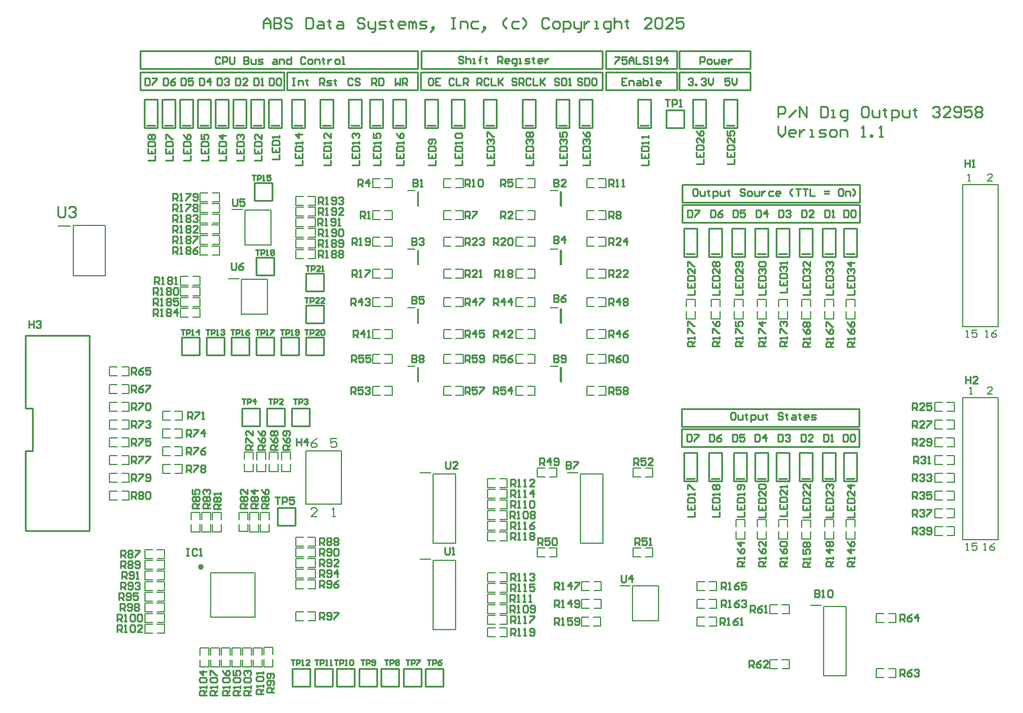
<source format=gto>
G04*
G04 #@! TF.GenerationSoftware,Altium Limited,Altium Designer,22.3.1 (43)*
G04*
G04 Layer_Color=65535*
%FSLAX25Y25*%
%MOIN*%
G70*
G04*
G04 #@! TF.SameCoordinates,F71B8339-E566-44E3-B05A-047308818BE7*
G04*
G04*
G04 #@! TF.FilePolarity,Positive*
G04*
G01*
G75*
%ADD10C,0.01575*%
%ADD11C,0.01000*%
%ADD12C,0.00787*%
%ADD13C,0.00500*%
%ADD14C,0.00800*%
D10*
X106776Y79748D02*
G03*
X106776Y79748I-787J0D01*
G01*
D11*
X375500Y360500D02*
X415500D01*
X375500Y370500D02*
X415500D01*
Y360500D02*
Y370500D01*
X375500Y360500D02*
Y370500D01*
X71900Y348500D02*
X152900D01*
X71900Y358500D02*
X152900D01*
Y348500D02*
Y358500D01*
X71900Y348500D02*
Y358500D01*
X154500Y348500D02*
X228000D01*
X154500Y358500D02*
X228000D01*
Y348500D02*
Y358500D01*
X154500Y348500D02*
Y358500D01*
X71750Y360500D02*
X228250D01*
X71750Y370500D02*
X228250D01*
Y360500D02*
Y370500D01*
X71750Y360500D02*
Y370500D01*
X334000Y360500D02*
X374000D01*
X334000Y370500D02*
X374000D01*
Y360500D02*
Y370500D01*
X334000Y360500D02*
Y370500D01*
X375500Y348500D02*
X415500D01*
X375500Y358500D02*
X415500D01*
Y348500D02*
Y358500D01*
X375500Y348500D02*
Y358500D01*
X334000Y348500D02*
X374000D01*
X334000Y358500D02*
X374000D01*
Y348500D02*
Y358500D01*
X334000Y348500D02*
Y358500D01*
X230050Y360500D02*
X332000D01*
X230050Y370500D02*
X332000D01*
Y360500D02*
Y370500D01*
X230050Y360500D02*
Y370500D01*
X229750Y348500D02*
X332000D01*
X229750Y358500D02*
X332000D01*
Y348500D02*
Y358500D01*
X229750Y348500D02*
Y358500D01*
X376672Y147354D02*
X476672D01*
X376672Y157354D02*
X476672D01*
Y147354D02*
Y157354D01*
X376672Y147354D02*
Y157354D01*
X377180Y273609D02*
X477180D01*
X377180Y283609D02*
X477180D01*
Y273609D02*
Y283609D01*
X377180Y273609D02*
Y283609D01*
Y285109D02*
X477180D01*
X377180Y295109D02*
X477180D01*
Y285109D02*
Y295109D01*
X377180Y285109D02*
Y295109D01*
X376672Y158854D02*
X476672D01*
X376672Y168854D02*
X476672D01*
Y158854D02*
Y168854D01*
X376672Y158854D02*
Y168854D01*
X157000Y327000D02*
Y343000D01*
X164500D01*
Y327000D02*
Y343000D01*
X157000Y327000D02*
X164500D01*
X158500Y328500D02*
X163000D01*
X189000Y327000D02*
Y343000D01*
X196500D01*
Y327000D02*
Y343000D01*
X189000Y327000D02*
X196500D01*
X190500Y328500D02*
X195000D01*
X378000Y254500D02*
Y270500D01*
X385500D01*
Y254500D02*
Y270500D01*
X378000Y254500D02*
X385500D01*
X379500Y256000D02*
X384000D01*
X392000Y254500D02*
Y270500D01*
X399500D01*
Y254500D02*
Y270500D01*
X392000Y254500D02*
X399500D01*
X393500Y256000D02*
X398000D01*
X405000Y254500D02*
Y270500D01*
X412500D01*
Y254500D02*
Y270500D01*
X405000Y254500D02*
X412500D01*
X406500Y256000D02*
X411000D01*
X418000Y254500D02*
Y270500D01*
X425500D01*
Y254500D02*
Y270500D01*
X418000Y254500D02*
X425500D01*
X419500Y256000D02*
X424000D01*
X430000Y254500D02*
Y270500D01*
X437500D01*
Y254500D02*
Y270500D01*
X430000Y254500D02*
X437500D01*
X431500Y256000D02*
X436000D01*
X443000Y254500D02*
Y270500D01*
X450500D01*
Y254500D02*
Y270500D01*
X443000Y254500D02*
X450500D01*
X444500Y256000D02*
X449000D01*
X456000Y254500D02*
Y270500D01*
X463500D01*
Y254500D02*
Y270500D01*
X456000Y254500D02*
X463500D01*
X457500Y256000D02*
X462000D01*
X468000Y254500D02*
Y270500D01*
X475500D01*
Y254500D02*
Y270500D01*
X468000Y254500D02*
X475500D01*
X469500Y256000D02*
X474000D01*
X147000Y244000D02*
Y254000D01*
X137000Y244000D02*
X147000D01*
X137000D02*
Y254000D01*
X147000D01*
X145000Y244000D02*
X147000D01*
X75500Y328500D02*
X80000D01*
X74000Y327000D02*
X81500D01*
Y343000D01*
X74000D02*
X81500D01*
X74000Y327000D02*
Y343000D01*
X85500Y328500D02*
X90000D01*
X84000Y327000D02*
X91500D01*
Y343000D01*
X84000D02*
X91500D01*
X84000Y327000D02*
Y343000D01*
X95500Y328500D02*
X100000D01*
X94000Y327000D02*
X101500D01*
Y343000D01*
X94000D02*
X101500D01*
X94000Y327000D02*
Y343000D01*
X105500Y328500D02*
X110000D01*
X104000Y327000D02*
X111500D01*
Y343000D01*
X104000D02*
X111500D01*
X104000Y327000D02*
Y343000D01*
X115500Y328500D02*
X120000D01*
X114000Y327000D02*
X121500D01*
Y343000D01*
X114000D02*
X121500D01*
X114000Y327000D02*
Y343000D01*
X125500Y328500D02*
X130000D01*
X124000Y327000D02*
X131500D01*
Y343000D01*
X124000D02*
X131500D01*
X124000Y327000D02*
Y343000D01*
X135500Y328500D02*
X140000D01*
X134000Y327000D02*
X141500D01*
Y343000D01*
X134000D02*
X141500D01*
X134000Y327000D02*
Y343000D01*
X145500Y328500D02*
X150000D01*
X144000Y327000D02*
X151500D01*
Y343000D01*
X144000D02*
X151500D01*
X144000Y327000D02*
Y343000D01*
X215500Y328500D02*
X220000D01*
X214000Y327000D02*
X221500D01*
Y343000D01*
X214000D02*
X221500D01*
X214000Y327000D02*
Y343000D01*
X202500Y328500D02*
X207000D01*
X201000Y327000D02*
X208500D01*
Y343000D01*
X201000D02*
X208500D01*
X201000Y327000D02*
Y343000D01*
X174500Y328500D02*
X179000D01*
X173000Y327000D02*
X180500D01*
Y343000D01*
X173000D02*
X180500D01*
X173000Y327000D02*
Y343000D01*
X353500Y328500D02*
X358000D01*
X352000Y327000D02*
X359500D01*
Y343000D01*
X352000D02*
X359500D01*
X352000Y327000D02*
Y343000D01*
X248500Y328500D02*
X253000D01*
X247000Y327000D02*
X254500D01*
Y343000D01*
X247000D02*
X254500D01*
X247000Y327000D02*
Y343000D01*
X233500Y328500D02*
X238000D01*
X232000Y327000D02*
X239500D01*
Y343000D01*
X232000D02*
X239500D01*
X232000Y327000D02*
Y343000D01*
X469500Y129500D02*
X474000D01*
X468000Y128000D02*
X475500D01*
Y144000D01*
X468000D02*
X475500D01*
X468000Y128000D02*
Y144000D01*
X457500Y129500D02*
X462000D01*
X456000Y128000D02*
X463500D01*
Y144000D01*
X456000D02*
X463500D01*
X456000Y128000D02*
Y144000D01*
X444500Y129500D02*
X449000D01*
X443000Y128000D02*
X450500D01*
Y144000D01*
X443000D02*
X450500D01*
X443000Y128000D02*
Y144000D01*
X431500Y129500D02*
X436000D01*
X430000Y128000D02*
X437500D01*
Y144000D01*
X430000D02*
X437500D01*
X430000Y128000D02*
Y144000D01*
X419500Y129500D02*
X424000D01*
X418000Y128000D02*
X425500D01*
Y144000D01*
X418000D02*
X425500D01*
X418000Y128000D02*
Y144000D01*
X407500Y129500D02*
X412000D01*
X406000Y128000D02*
X413500D01*
Y144000D01*
X406000D02*
X413500D01*
X406000Y128000D02*
Y144000D01*
X393500Y129500D02*
X398000D01*
X392000Y128000D02*
X399500D01*
Y144000D01*
X392000D02*
X399500D01*
X392000Y128000D02*
Y144000D01*
X379500Y129500D02*
X384000D01*
X378000Y128000D02*
X385500D01*
Y144000D01*
X378000D02*
X385500D01*
X378000Y128000D02*
Y144000D01*
X384500Y328500D02*
X389000D01*
X383000Y327000D02*
X390500D01*
Y343000D01*
X383000D02*
X390500D01*
X383000Y327000D02*
Y343000D01*
X402000Y328500D02*
X406500D01*
X400500Y327000D02*
X408000D01*
Y343000D01*
X400500D02*
X408000D01*
X400500Y327000D02*
Y343000D01*
X288500Y328500D02*
X293000D01*
X287000Y327000D02*
X294500D01*
Y343000D01*
X287000D02*
X294500D01*
X287000Y327000D02*
Y343000D01*
X266500Y328500D02*
X271000D01*
X265000Y327000D02*
X272500D01*
Y343000D01*
X265000D02*
X272500D01*
X265000Y327000D02*
Y343000D01*
X320500Y328500D02*
X325000D01*
X319000Y327000D02*
X326500D01*
Y343000D01*
X319000D02*
X326500D01*
X319000Y327000D02*
Y343000D01*
X307500Y328500D02*
X312000D01*
X306000Y327000D02*
X313500D01*
Y343000D01*
X306000D02*
X313500D01*
X306000Y327000D02*
Y343000D01*
X105000Y199000D02*
Y209000D01*
X95000Y199000D02*
X105000D01*
X95000D02*
Y209000D01*
X105000D01*
X103000Y199000D02*
X105000D01*
X119000D02*
Y209000D01*
X109000Y199000D02*
X119000D01*
X109000D02*
Y209000D01*
X119000D01*
X117000Y199000D02*
X119000D01*
X146000Y286000D02*
Y296000D01*
X136000Y286000D02*
X146000D01*
X136000D02*
Y296000D01*
X146000D01*
X144000Y286000D02*
X146000D01*
X147000Y199000D02*
Y209000D01*
X137000Y199000D02*
X147000D01*
X137000D02*
Y209000D01*
X147000D01*
X145000Y199000D02*
X147000D01*
X133000D02*
Y209000D01*
X123000Y199000D02*
X133000D01*
X123000D02*
Y209000D01*
X133000D01*
X131000Y199000D02*
X133000D01*
X175000D02*
Y209000D01*
X165000Y199000D02*
X175000D01*
X165000D02*
Y209000D01*
X175000D01*
X173000Y199000D02*
X175000D01*
X161000D02*
Y209000D01*
X151000Y199000D02*
X161000D01*
X151000D02*
Y209000D01*
X161000D01*
X159000Y199000D02*
X161000D01*
X175000Y235000D02*
Y245000D01*
X165000Y235000D02*
X175000D01*
X165000D02*
Y245000D01*
X175000D01*
X173000Y235000D02*
X175000D01*
Y217000D02*
Y227000D01*
X165000Y217000D02*
X175000D01*
X165000D02*
Y227000D01*
X175000D01*
X173000Y217000D02*
X175000D01*
X11000Y165000D02*
Y169000D01*
X7000D02*
X11000D01*
X7000Y210000D02*
X43000D01*
Y100000D02*
Y210000D01*
X7000Y100000D02*
X43000D01*
X7000D02*
Y145000D01*
Y169000D02*
Y210000D01*
Y145000D02*
X11000D01*
Y165000D01*
X167000Y159000D02*
Y169000D01*
X157000Y159000D02*
X167000D01*
X157000D02*
Y169000D01*
X167000D01*
X165000Y159000D02*
X167000D01*
X378000Y327000D02*
Y337000D01*
X368000Y327000D02*
X378000D01*
X368000D02*
Y337000D01*
X378000D01*
X376000Y327000D02*
X378000D01*
X153000Y159000D02*
Y169000D01*
X143000Y159000D02*
X153000D01*
X143000D02*
Y169000D01*
X153000D01*
X151000Y159000D02*
X153000D01*
X139000D02*
Y169000D01*
X129000Y159000D02*
X139000D01*
X129000D02*
Y169000D01*
X139000D01*
X137000Y159000D02*
X139000D01*
X159000Y103000D02*
Y113000D01*
X149000Y103000D02*
X159000D01*
X149000D02*
Y113000D01*
X159000D01*
X157000Y103000D02*
X159000D01*
X242500Y12500D02*
Y22500D01*
X232500Y12500D02*
X242500D01*
X232500D02*
Y22500D01*
X242500D01*
X240500Y12500D02*
X242500D01*
X230000D02*
Y22500D01*
X220000Y12500D02*
X230000D01*
X220000D02*
Y22500D01*
X230000D01*
X228000Y12500D02*
X230000D01*
X217500D02*
Y22500D01*
X207500Y12500D02*
X217500D01*
X207500D02*
Y22500D01*
X217500D01*
X215500Y12500D02*
X217500D01*
X205000D02*
Y22500D01*
X195000Y12500D02*
X205000D01*
X195000D02*
Y22500D01*
X205000D01*
X203000Y12500D02*
X205000D01*
X192500D02*
Y22500D01*
X182500Y12500D02*
X192500D01*
X182500D02*
Y22500D01*
X192500D01*
X190500Y12500D02*
X192500D01*
X180000D02*
Y22500D01*
X170000Y12500D02*
X180000D01*
X170000D02*
Y22500D01*
X180000D01*
X178000Y12500D02*
X180000D01*
X167500D02*
Y22500D01*
X157500Y12500D02*
X167500D01*
X157500D02*
Y22500D01*
X167500D01*
X165500Y12500D02*
X167500D01*
X60668Y67000D02*
Y70999D01*
X62667D01*
X63334Y70333D01*
Y69000D01*
X62667Y68333D01*
X60668D01*
X62001D02*
X63334Y67000D01*
X64667Y67667D02*
X65333Y67000D01*
X66666D01*
X67333Y67667D01*
Y70333D01*
X66666Y70999D01*
X65333D01*
X64667Y70333D01*
Y69666D01*
X65333Y69000D01*
X67333D01*
X68665Y70333D02*
X69332Y70999D01*
X70665D01*
X71331Y70333D01*
Y69666D01*
X70665Y69000D01*
X69998D01*
X70665D01*
X71331Y68333D01*
Y67667D01*
X70665Y67000D01*
X69332D01*
X68665Y67667D01*
X431000Y327998D02*
Y323999D01*
X432999Y322000D01*
X434999Y323999D01*
Y327998D01*
X439997Y322000D02*
X437998D01*
X436998Y323000D01*
Y324999D01*
X437998Y325999D01*
X439997D01*
X440997Y324999D01*
Y323999D01*
X436998D01*
X442996Y325999D02*
Y322000D01*
Y323999D01*
X443996Y324999D01*
X444995Y325999D01*
X445995D01*
X448994Y322000D02*
X450993D01*
X449994D01*
Y325999D01*
X448994D01*
X453993Y322000D02*
X456992D01*
X457991Y323000D01*
X456992Y323999D01*
X454992D01*
X453993Y324999D01*
X454992Y325999D01*
X457991D01*
X460990Y322000D02*
X462990D01*
X463989Y323000D01*
Y324999D01*
X462990Y325999D01*
X460990D01*
X459991Y324999D01*
Y323000D01*
X460990Y322000D01*
X465989D02*
Y325999D01*
X468988D01*
X469987Y324999D01*
Y322000D01*
X477985D02*
X479984D01*
X478984D01*
Y327998D01*
X477985Y326998D01*
X482983Y322000D02*
Y323000D01*
X483983D01*
Y322000D01*
X482983D01*
X487982D02*
X489981D01*
X488981D01*
Y327998D01*
X487982Y326998D01*
X431000Y333003D02*
Y339001D01*
X433999D01*
X434999Y338002D01*
Y336002D01*
X433999Y335003D01*
X431000D01*
X436998Y333003D02*
X440997Y337002D01*
X442996Y333003D02*
Y339001D01*
X446995Y333003D01*
Y339001D01*
X454992D02*
Y333003D01*
X457991D01*
X458991Y334003D01*
Y338002D01*
X457991Y339001D01*
X454992D01*
X460990Y333003D02*
X462990D01*
X461990D01*
Y337002D01*
X460990D01*
X467988Y331004D02*
X468988D01*
X469987Y332004D01*
Y337002D01*
X466988D01*
X465989Y336002D01*
Y334003D01*
X466988Y333003D01*
X469987D01*
X480984Y339001D02*
X478984D01*
X477985Y338002D01*
Y334003D01*
X478984Y333003D01*
X480984D01*
X481984Y334003D01*
Y338002D01*
X480984Y339001D01*
X483983Y337002D02*
Y334003D01*
X484982Y333003D01*
X487982D01*
Y337002D01*
X490981Y338002D02*
Y337002D01*
X489981D01*
X491980D01*
X490981D01*
Y334003D01*
X491980Y333003D01*
X494979Y331004D02*
Y337002D01*
X497978D01*
X498978Y336002D01*
Y334003D01*
X497978Y333003D01*
X494979D01*
X500977Y337002D02*
Y334003D01*
X501977Y333003D01*
X504976D01*
Y337002D01*
X507975Y338002D02*
Y337002D01*
X506975D01*
X508975D01*
X507975D01*
Y334003D01*
X508975Y333003D01*
X517972Y338002D02*
X518971Y339001D01*
X520971D01*
X521971Y338002D01*
Y337002D01*
X520971Y336002D01*
X519971D01*
X520971D01*
X521971Y335003D01*
Y334003D01*
X520971Y333003D01*
X518971D01*
X517972Y334003D01*
X527969Y333003D02*
X523970D01*
X527969Y337002D01*
Y338002D01*
X526969Y339001D01*
X524970D01*
X523970Y338002D01*
X529968Y334003D02*
X530968Y333003D01*
X532967D01*
X533967Y334003D01*
Y338002D01*
X532967Y339001D01*
X530968D01*
X529968Y338002D01*
Y337002D01*
X530968Y336002D01*
X533967D01*
X539965Y339001D02*
X535966D01*
Y336002D01*
X537965Y337002D01*
X538965D01*
X539965Y336002D01*
Y334003D01*
X538965Y333003D01*
X536966D01*
X535966Y334003D01*
X541964Y338002D02*
X542964Y339001D01*
X544963D01*
X545963Y338002D01*
Y337002D01*
X544963Y336002D01*
X545963Y335003D01*
Y334003D01*
X544963Y333003D01*
X542964D01*
X541964Y334003D01*
Y335003D01*
X542964Y336002D01*
X541964Y337002D01*
Y338002D01*
X542964Y336002D02*
X544963D01*
X431000Y332999D02*
Y338997D01*
X433999D01*
X434999Y337998D01*
Y335998D01*
X433999Y334999D01*
X431000D01*
X436998Y332999D02*
X440997Y336998D01*
X442996Y332999D02*
Y338997D01*
X446995Y332999D01*
Y338997D01*
X454992D02*
Y332999D01*
X457991D01*
X458991Y333999D01*
Y337998D01*
X457991Y338997D01*
X454992D01*
X460990Y332999D02*
X462990D01*
X461990D01*
Y336998D01*
X460990D01*
X467988Y331000D02*
X468988D01*
X469987Y332000D01*
Y336998D01*
X466988D01*
X465989Y335998D01*
Y333999D01*
X466988Y332999D01*
X469987D01*
X480984Y338997D02*
X478984D01*
X477985Y337998D01*
Y333999D01*
X478984Y332999D01*
X480984D01*
X481984Y333999D01*
Y337998D01*
X480984Y338997D01*
X483983Y336998D02*
Y333999D01*
X484982Y332999D01*
X487982D01*
Y336998D01*
X490981Y337998D02*
Y336998D01*
X489981D01*
X491980D01*
X490981D01*
Y333999D01*
X491980Y332999D01*
X494979Y331000D02*
Y336998D01*
X497978D01*
X498978Y335998D01*
Y333999D01*
X497978Y332999D01*
X494979D01*
X500977Y336998D02*
Y333999D01*
X501977Y332999D01*
X504976D01*
Y336998D01*
X507975Y337998D02*
Y336998D01*
X506975D01*
X508975D01*
X507975D01*
Y333999D01*
X508975Y332999D01*
X517972Y337998D02*
X518971Y338997D01*
X520971D01*
X521971Y337998D01*
Y336998D01*
X520971Y335998D01*
X519971D01*
X520971D01*
X521971Y334999D01*
Y333999D01*
X520971Y332999D01*
X518971D01*
X517972Y333999D01*
X527969Y332999D02*
X523970D01*
X527969Y336998D01*
Y337998D01*
X526969Y338997D01*
X524970D01*
X523970Y337998D01*
X529968Y333999D02*
X530968Y332999D01*
X532967D01*
X533967Y333999D01*
Y337998D01*
X532967Y338997D01*
X530968D01*
X529968Y337998D01*
Y336998D01*
X530968Y335998D01*
X533967D01*
X539965Y338997D02*
X535966D01*
Y335998D01*
X537965Y336998D01*
X538965D01*
X539965Y335998D01*
Y333999D01*
X538965Y332999D01*
X536966D01*
X535966Y333999D01*
X541964Y337998D02*
X542964Y338997D01*
X544963D01*
X545963Y337998D01*
Y336998D01*
X544963Y335998D01*
X545963Y334999D01*
Y333999D01*
X544963Y332999D01*
X542964D01*
X541964Y333999D01*
Y334999D01*
X542964Y335998D01*
X541964Y336998D01*
Y337998D01*
X542964Y335998D02*
X544963D01*
X320666Y354332D02*
X319999Y354999D01*
X318666D01*
X318000Y354332D01*
Y353666D01*
X318666Y352999D01*
X319999D01*
X320666Y352333D01*
Y351666D01*
X319999Y351000D01*
X318666D01*
X318000Y351666D01*
X321999Y354999D02*
Y351000D01*
X323998D01*
X324664Y351666D01*
Y354332D01*
X323998Y354999D01*
X321999D01*
X325997Y354332D02*
X326664Y354999D01*
X327997D01*
X328663Y354332D01*
Y351666D01*
X327997Y351000D01*
X326664D01*
X325997Y351666D01*
Y354332D01*
X384999Y292832D02*
X383666D01*
X383000Y292165D01*
Y289499D01*
X383666Y288833D01*
X384999D01*
X385666Y289499D01*
Y292165D01*
X384999Y292832D01*
X386999Y291499D02*
Y289499D01*
X387665Y288833D01*
X389665D01*
Y291499D01*
X391664Y292165D02*
Y291499D01*
X390997D01*
X392330D01*
X391664D01*
Y289499D01*
X392330Y288833D01*
X394330Y287500D02*
Y291499D01*
X396329D01*
X396995Y290832D01*
Y289499D01*
X396329Y288833D01*
X394330D01*
X398328Y291499D02*
Y289499D01*
X398995Y288833D01*
X400994D01*
Y291499D01*
X402994Y292165D02*
Y291499D01*
X402327D01*
X403660D01*
X402994D01*
Y289499D01*
X403660Y288833D01*
X412324Y292165D02*
X411657Y292832D01*
X410324D01*
X409658Y292165D01*
Y291499D01*
X410324Y290832D01*
X411657D01*
X412324Y290166D01*
Y289499D01*
X411657Y288833D01*
X410324D01*
X409658Y289499D01*
X414323Y288833D02*
X415656D01*
X416323Y289499D01*
Y290832D01*
X415656Y291499D01*
X414323D01*
X413657Y290832D01*
Y289499D01*
X414323Y288833D01*
X417656Y291499D02*
Y289499D01*
X418322Y288833D01*
X420321D01*
Y291499D01*
X421654D02*
Y288833D01*
Y290166D01*
X422321Y290832D01*
X422987Y291499D01*
X423654D01*
X428319D02*
X426319D01*
X425653Y290832D01*
Y289499D01*
X426319Y288833D01*
X428319D01*
X431651D02*
X430318D01*
X429652Y289499D01*
Y290832D01*
X430318Y291499D01*
X431651D01*
X432317Y290832D01*
Y290166D01*
X429652D01*
X438982Y288833D02*
X437649Y290166D01*
Y291499D01*
X438982Y292832D01*
X440981D02*
X443647D01*
X442314D01*
Y288833D01*
X444980Y292832D02*
X447646D01*
X446313D01*
Y288833D01*
X448979Y292832D02*
Y288833D01*
X451645D01*
X456976Y290166D02*
X459642D01*
X456976Y291499D02*
X459642D01*
X466973Y292832D02*
X465640D01*
X464974Y292165D01*
Y289499D01*
X465640Y288833D01*
X466973D01*
X467639Y289499D01*
Y292165D01*
X466973Y292832D01*
X468972Y288833D02*
Y291499D01*
X470972D01*
X471638Y290832D01*
Y288833D01*
X472971D02*
X474304Y290166D01*
Y291499D01*
X472971Y292832D01*
X405381Y154353D02*
Y150354D01*
X407380D01*
X408047Y151020D01*
Y153686D01*
X407380Y154353D01*
X405381D01*
X412045D02*
X409380D01*
Y152353D01*
X410712Y153020D01*
X411379D01*
X412045Y152353D01*
Y151020D01*
X411379Y150354D01*
X410046D01*
X409380Y151020D01*
X392527Y154353D02*
Y150354D01*
X394526D01*
X395192Y151020D01*
Y153686D01*
X394526Y154353D01*
X392527D01*
X399191D02*
X397858Y153686D01*
X396525Y152353D01*
Y151020D01*
X397192Y150354D01*
X398525D01*
X399191Y151020D01*
Y151687D01*
X398525Y152353D01*
X396525D01*
X379672Y154353D02*
Y150354D01*
X381672D01*
X382338Y151020D01*
Y153686D01*
X381672Y154353D01*
X379672D01*
X383671D02*
X386337D01*
Y153686D01*
X383671Y151020D01*
Y150354D01*
X406499Y166686D02*
X405166D01*
X404500Y166019D01*
Y163353D01*
X405166Y162687D01*
X406499D01*
X407166Y163353D01*
Y166019D01*
X406499Y166686D01*
X408499Y165353D02*
Y163353D01*
X409165Y162687D01*
X411165D01*
Y165353D01*
X413164Y166019D02*
Y165353D01*
X412497D01*
X413830D01*
X413164D01*
Y163353D01*
X413830Y162687D01*
X415830Y161354D02*
Y165353D01*
X417829D01*
X418496Y164686D01*
Y163353D01*
X417829Y162687D01*
X415830D01*
X419828Y165353D02*
Y163353D01*
X420495Y162687D01*
X422494D01*
Y165353D01*
X424494Y166019D02*
Y165353D01*
X423827D01*
X425160D01*
X424494D01*
Y163353D01*
X425160Y162687D01*
X433824Y166019D02*
X433157Y166686D01*
X431824D01*
X431158Y166019D01*
Y165353D01*
X431824Y164686D01*
X433157D01*
X433824Y164020D01*
Y163353D01*
X433157Y162687D01*
X431824D01*
X431158Y163353D01*
X435823Y166019D02*
Y165353D01*
X435157D01*
X436490D01*
X435823D01*
Y163353D01*
X436490Y162687D01*
X439155Y165353D02*
X440488D01*
X441155Y164686D01*
Y162687D01*
X439155D01*
X438489Y163353D01*
X439155Y164020D01*
X441155D01*
X443154Y166019D02*
Y165353D01*
X442488D01*
X443821D01*
X443154D01*
Y163353D01*
X443821Y162687D01*
X447819D02*
X446487D01*
X445820Y163353D01*
Y164686D01*
X446487Y165353D01*
X447819D01*
X448486Y164686D01*
Y164020D01*
X445820D01*
X449819Y162687D02*
X451818D01*
X452485Y163353D01*
X451818Y164020D01*
X450485D01*
X449819Y164686D01*
X450485Y165353D01*
X452485D01*
X456798Y154353D02*
Y150354D01*
X458797D01*
X459464Y151020D01*
Y153686D01*
X458797Y154353D01*
X456798D01*
X460797Y150354D02*
X462130D01*
X461463D01*
Y154353D01*
X460797Y153686D01*
X418235Y154353D02*
Y150354D01*
X420235D01*
X420901Y151020D01*
Y153686D01*
X420235Y154353D01*
X418235D01*
X424233Y150354D02*
Y154353D01*
X422234Y152353D01*
X424900D01*
X431089Y154353D02*
Y150354D01*
X433089D01*
X433755Y151020D01*
Y153686D01*
X433089Y154353D01*
X431089D01*
X435088Y153686D02*
X435755Y154353D01*
X437087D01*
X437754Y153686D01*
Y153020D01*
X437087Y152353D01*
X436421D01*
X437087D01*
X437754Y151687D01*
Y151020D01*
X437087Y150354D01*
X435755D01*
X435088Y151020D01*
X467653Y154353D02*
Y150354D01*
X469652D01*
X470319Y151020D01*
Y153686D01*
X469652Y154353D01*
X467653D01*
X471652Y153686D02*
X472318Y154353D01*
X473651D01*
X474318Y153686D01*
Y151020D01*
X473651Y150354D01*
X472318D01*
X471652Y151020D01*
Y153686D01*
X443944Y154353D02*
Y150354D01*
X445943D01*
X446610Y151020D01*
Y153686D01*
X445943Y154353D01*
X443944D01*
X450608Y150354D02*
X447942D01*
X450608Y153020D01*
Y153686D01*
X449942Y154353D01*
X448609D01*
X447942Y153686D01*
X468161Y280608D02*
Y276609D01*
X470160D01*
X470827Y277275D01*
Y279941D01*
X470160Y280608D01*
X468161D01*
X472160Y279941D02*
X472826Y280608D01*
X474159D01*
X474825Y279941D01*
Y277275D01*
X474159Y276609D01*
X472826D01*
X472160Y277275D01*
Y279941D01*
X457306Y280608D02*
Y276609D01*
X459305D01*
X459972Y277275D01*
Y279941D01*
X459305Y280608D01*
X457306D01*
X461305Y276609D02*
X462638D01*
X461971D01*
Y280608D01*
X461305Y279941D01*
X444452Y280608D02*
Y276609D01*
X446451D01*
X447118Y277275D01*
Y279941D01*
X446451Y280608D01*
X444452D01*
X451116Y276609D02*
X448450D01*
X451116Y279275D01*
Y279941D01*
X450450Y280608D01*
X449117D01*
X448450Y279941D01*
X431597Y280608D02*
Y276609D01*
X433597D01*
X434263Y277275D01*
Y279941D01*
X433597Y280608D01*
X431597D01*
X435596Y279941D02*
X436263Y280608D01*
X437596D01*
X438262Y279941D01*
Y279275D01*
X437596Y278608D01*
X436929D01*
X437596D01*
X438262Y277942D01*
Y277275D01*
X437596Y276609D01*
X436263D01*
X435596Y277275D01*
X380180Y280608D02*
Y276609D01*
X382180D01*
X382846Y277275D01*
Y279941D01*
X382180Y280608D01*
X380180D01*
X384179D02*
X386845D01*
Y279941D01*
X384179Y277275D01*
Y276609D01*
X405889Y280608D02*
Y276609D01*
X407888D01*
X408555Y277275D01*
Y279941D01*
X407888Y280608D01*
X405889D01*
X412553D02*
X409888D01*
Y278608D01*
X411220Y279275D01*
X411887D01*
X412553Y278608D01*
Y277275D01*
X411887Y276609D01*
X410554D01*
X409888Y277275D01*
X393035Y280608D02*
Y276609D01*
X395034D01*
X395700Y277275D01*
Y279941D01*
X395034Y280608D01*
X393035D01*
X399699D02*
X398366Y279941D01*
X397033Y278608D01*
Y277275D01*
X397700Y276609D01*
X399033D01*
X399699Y277275D01*
Y277942D01*
X399033Y278608D01*
X397033D01*
X418743Y280608D02*
Y276609D01*
X420743D01*
X421409Y277275D01*
Y279941D01*
X420743Y280608D01*
X418743D01*
X424741Y276609D02*
Y280608D01*
X422742Y278608D01*
X425408D01*
X261503Y351000D02*
Y354999D01*
X263502D01*
X264168Y354332D01*
Y352999D01*
X263502Y352333D01*
X261503D01*
X262836D02*
X264168Y351000D01*
X268167Y354332D02*
X267501Y354999D01*
X266168D01*
X265501Y354332D01*
Y351666D01*
X266168Y351000D01*
X267501D01*
X268167Y351666D01*
X269500Y354999D02*
Y351000D01*
X272166D01*
X273499Y354999D02*
Y351000D01*
Y352333D01*
X276165Y354999D01*
X274165Y352999D01*
X276165Y351000D01*
X248418Y354332D02*
X247751Y354999D01*
X246418D01*
X245752Y354332D01*
Y351666D01*
X246418Y351000D01*
X247751D01*
X248418Y351666D01*
X249751Y354999D02*
Y351000D01*
X252416D01*
X253749D02*
Y354999D01*
X255749D01*
X256415Y354332D01*
Y352999D01*
X255749Y352333D01*
X253749D01*
X255082D02*
X256415Y351000D01*
X235999Y354999D02*
X234666D01*
X234000Y354332D01*
Y351666D01*
X234666Y351000D01*
X235999D01*
X236666Y351666D01*
Y354332D01*
X235999Y354999D01*
X240665D02*
X237999D01*
Y351000D01*
X240665D01*
X237999Y352999D02*
X239332D01*
X202166Y351000D02*
Y354999D01*
X204166D01*
X204832Y354332D01*
Y352999D01*
X204166Y352333D01*
X202166D01*
X203499D02*
X204832Y351000D01*
X206165Y354999D02*
Y351000D01*
X208164D01*
X208831Y351666D01*
Y354332D01*
X208164Y354999D01*
X206165D01*
X115262D02*
Y351000D01*
X117261D01*
X117927Y351666D01*
Y354332D01*
X117261Y354999D01*
X115262D01*
X119260Y354332D02*
X119927Y354999D01*
X121260D01*
X121926Y354332D01*
Y353666D01*
X121260Y352999D01*
X120593D01*
X121260D01*
X121926Y352333D01*
Y351666D01*
X121260Y351000D01*
X119927D01*
X119260Y351666D01*
X105071Y354999D02*
Y351000D01*
X107071D01*
X107737Y351666D01*
Y354332D01*
X107071Y354999D01*
X105071D01*
X111069Y351000D02*
Y354999D01*
X109070Y352999D01*
X111736D01*
X74500Y354999D02*
Y351000D01*
X76499D01*
X77166Y351666D01*
Y354332D01*
X76499Y354999D01*
X74500D01*
X78499D02*
X81164D01*
Y354332D01*
X78499Y351666D01*
Y351000D01*
X84690Y354999D02*
Y351000D01*
X86690D01*
X87356Y351666D01*
Y354332D01*
X86690Y354999D01*
X84690D01*
X91355D02*
X90022Y354332D01*
X88689Y352999D01*
Y351666D01*
X89356Y351000D01*
X90689D01*
X91355Y351666D01*
Y352333D01*
X90689Y352999D01*
X88689D01*
X94881Y354999D02*
Y351000D01*
X96880D01*
X97547Y351666D01*
Y354332D01*
X96880Y354999D01*
X94881D01*
X101545D02*
X98879D01*
Y352999D01*
X100212Y353666D01*
X100879D01*
X101545Y352999D01*
Y351666D01*
X100879Y351000D01*
X99546D01*
X98879Y351666D01*
X116666Y366332D02*
X115999Y366999D01*
X114666D01*
X114000Y366332D01*
Y363666D01*
X114666Y363000D01*
X115999D01*
X116666Y363666D01*
X117999Y363000D02*
Y366999D01*
X119998D01*
X120665Y366332D01*
Y364999D01*
X119998Y364333D01*
X117999D01*
X121997Y366999D02*
Y363666D01*
X122664Y363000D01*
X123997D01*
X124663Y363666D01*
Y366999D01*
X129995D02*
Y363000D01*
X131994D01*
X132661Y363666D01*
Y364333D01*
X131994Y364999D01*
X129995D01*
X131994D01*
X132661Y365666D01*
Y366332D01*
X131994Y366999D01*
X129995D01*
X133994Y365666D02*
Y363666D01*
X134660Y363000D01*
X136659D01*
Y365666D01*
X137992Y363000D02*
X139992D01*
X140658Y363666D01*
X139992Y364333D01*
X138659D01*
X137992Y364999D01*
X138659Y365666D01*
X140658D01*
X146656D02*
X147989D01*
X148655Y364999D01*
Y363000D01*
X146656D01*
X145990Y363666D01*
X146656Y364333D01*
X148655D01*
X149988Y363000D02*
Y365666D01*
X151988D01*
X152654Y364999D01*
Y363000D01*
X156653Y366999D02*
Y363000D01*
X154654D01*
X153987Y363666D01*
Y364999D01*
X154654Y365666D01*
X156653D01*
X164650Y366332D02*
X163984Y366999D01*
X162651D01*
X161985Y366332D01*
Y363666D01*
X162651Y363000D01*
X163984D01*
X164650Y363666D01*
X166650Y363000D02*
X167983D01*
X168649Y363666D01*
Y364999D01*
X167983Y365666D01*
X166650D01*
X165983Y364999D01*
Y363666D01*
X166650Y363000D01*
X169982D02*
Y365666D01*
X171981D01*
X172648Y364999D01*
Y363000D01*
X174647Y366332D02*
Y365666D01*
X173981D01*
X175314D01*
X174647D01*
Y363666D01*
X175314Y363000D01*
X177313Y365666D02*
Y363000D01*
Y364333D01*
X177979Y364999D01*
X178646Y365666D01*
X179312D01*
X181978Y363000D02*
X183311D01*
X183977Y363666D01*
Y364999D01*
X183311Y365666D01*
X181978D01*
X181312Y364999D01*
Y363666D01*
X181978Y363000D01*
X185310D02*
X186643D01*
X185977D01*
Y366999D01*
X185310D01*
X191498Y354332D02*
X190832Y354999D01*
X189499D01*
X188833Y354332D01*
Y351666D01*
X189499Y351000D01*
X190832D01*
X191498Y351666D01*
X195497Y354332D02*
X194831Y354999D01*
X193498D01*
X192831Y354332D01*
Y353666D01*
X193498Y352999D01*
X194831D01*
X195497Y352333D01*
Y351666D01*
X194831Y351000D01*
X193498D01*
X192831Y351666D01*
X172833Y351000D02*
Y354999D01*
X174832D01*
X175499Y354332D01*
Y352999D01*
X174832Y352333D01*
X172833D01*
X174166D02*
X175499Y351000D01*
X176832D02*
X178831D01*
X179498Y351666D01*
X178831Y352333D01*
X177498D01*
X176832Y352999D01*
X177498Y353666D01*
X179498D01*
X181497Y354332D02*
Y353666D01*
X180831D01*
X182163D01*
X181497D01*
Y351666D01*
X182163Y351000D01*
X157500Y355148D02*
X158833D01*
X158167D01*
Y351150D01*
X157500D01*
X158833D01*
X160832D02*
Y353815D01*
X162832D01*
X163498Y353149D01*
Y351150D01*
X165497Y354482D02*
Y353815D01*
X164831D01*
X166164D01*
X165497D01*
Y351816D01*
X166164Y351150D01*
X144500Y354999D02*
Y351000D01*
X146499D01*
X147166Y351666D01*
Y354332D01*
X146499Y354999D01*
X144500D01*
X148499Y354332D02*
X149165Y354999D01*
X150498D01*
X151164Y354332D01*
Y351666D01*
X150498Y351000D01*
X149165D01*
X148499Y351666D01*
Y354332D01*
X135643Y354999D02*
Y351000D01*
X137642D01*
X138308Y351666D01*
Y354332D01*
X137642Y354999D01*
X135643D01*
X139641Y351000D02*
X140974D01*
X140308D01*
Y354999D01*
X139641Y354332D01*
X215500Y354999D02*
Y351000D01*
X216833Y352333D01*
X218166Y351000D01*
Y354999D01*
X219499Y351000D02*
Y354999D01*
X221498D01*
X222165Y354332D01*
Y352999D01*
X221498Y352333D01*
X219499D01*
X220832D02*
X222165Y351000D01*
X125452Y354999D02*
Y351000D01*
X127451D01*
X128118Y351666D01*
Y354332D01*
X127451Y354999D01*
X125452D01*
X132117Y351000D02*
X129451D01*
X132117Y353666D01*
Y354332D01*
X131450Y354999D01*
X130117D01*
X129451Y354332D01*
X253666Y366665D02*
X252999Y367332D01*
X251666D01*
X251000Y366665D01*
Y365999D01*
X251666Y365332D01*
X252999D01*
X253666Y364666D01*
Y363999D01*
X252999Y363333D01*
X251666D01*
X251000Y363999D01*
X254999Y367332D02*
Y363333D01*
Y365332D01*
X255665Y365999D01*
X256998D01*
X257664Y365332D01*
Y363333D01*
X258997D02*
X260330D01*
X259664D01*
Y365999D01*
X258997D01*
X262996Y363333D02*
Y366665D01*
Y365332D01*
X262330D01*
X263663D01*
X262996D01*
Y366665D01*
X263663Y367332D01*
X266328Y366665D02*
Y365999D01*
X265662D01*
X266995D01*
X266328D01*
Y363999D01*
X266995Y363333D01*
X272993D02*
Y367332D01*
X274992D01*
X275659Y366665D01*
Y365332D01*
X274992Y364666D01*
X272993D01*
X274326D02*
X275659Y363333D01*
X278991D02*
X277658D01*
X276992Y363999D01*
Y365332D01*
X277658Y365999D01*
X278991D01*
X279657Y365332D01*
Y364666D01*
X276992D01*
X282323Y362000D02*
X282990D01*
X283656Y362666D01*
Y365999D01*
X281657D01*
X280990Y365332D01*
Y363999D01*
X281657Y363333D01*
X283656D01*
X284989D02*
X286322D01*
X285655D01*
Y365999D01*
X284989D01*
X288321Y363333D02*
X290321D01*
X290987Y363999D01*
X290321Y364666D01*
X288988D01*
X288321Y365332D01*
X288988Y365999D01*
X290987D01*
X292986Y366665D02*
Y365999D01*
X292320D01*
X293653D01*
X292986D01*
Y363999D01*
X293653Y363333D01*
X297652D02*
X296319D01*
X295652Y363999D01*
Y365332D01*
X296319Y365999D01*
X297652D01*
X298318Y365332D01*
Y364666D01*
X295652D01*
X299651Y365999D02*
Y363333D01*
Y364666D01*
X300317Y365332D01*
X300984Y365999D01*
X301650D01*
X307666Y354332D02*
X306999Y354999D01*
X305666D01*
X305000Y354332D01*
Y353666D01*
X305666Y352999D01*
X306999D01*
X307666Y352333D01*
Y351666D01*
X306999Y351000D01*
X305666D01*
X305000Y351666D01*
X308999Y354999D02*
Y351000D01*
X310998D01*
X311665Y351666D01*
Y354332D01*
X310998Y354999D01*
X308999D01*
X312997Y351000D02*
X314330D01*
X313664D01*
Y354999D01*
X312997Y354332D01*
X283918D02*
X283251Y354999D01*
X281918D01*
X281252Y354332D01*
Y353666D01*
X281918Y352999D01*
X283251D01*
X283918Y352333D01*
Y351666D01*
X283251Y351000D01*
X281918D01*
X281252Y351666D01*
X285251Y351000D02*
Y354999D01*
X287250D01*
X287916Y354332D01*
Y352999D01*
X287250Y352333D01*
X285251D01*
X286583D02*
X287916Y351000D01*
X291915Y354332D02*
X291249Y354999D01*
X289916D01*
X289249Y354332D01*
Y351666D01*
X289916Y351000D01*
X291249D01*
X291915Y351666D01*
X293248Y354999D02*
Y351000D01*
X295914D01*
X297247Y354999D02*
Y351000D01*
Y352333D01*
X299913Y354999D01*
X297913Y352999D01*
X299913Y351000D01*
X380500Y354482D02*
X381166Y355148D01*
X382499D01*
X383166Y354482D01*
Y353815D01*
X382499Y353149D01*
X381833D01*
X382499D01*
X383166Y352483D01*
Y351816D01*
X382499Y351150D01*
X381166D01*
X380500Y351816D01*
X384499Y351150D02*
Y351816D01*
X385165D01*
Y351150D01*
X384499D01*
X387831Y354482D02*
X388497Y355148D01*
X389830D01*
X390497Y354482D01*
Y353815D01*
X389830Y353149D01*
X389164D01*
X389830D01*
X390497Y352483D01*
Y351816D01*
X389830Y351150D01*
X388497D01*
X387831Y351816D01*
X391830Y355148D02*
Y352483D01*
X393163Y351150D01*
X394496Y352483D01*
Y355148D01*
X403666Y354999D02*
X401000D01*
Y352999D01*
X402333Y353666D01*
X402999D01*
X403666Y352999D01*
Y351666D01*
X402999Y351000D01*
X401666D01*
X401000Y351666D01*
X404999Y354999D02*
Y352333D01*
X406332Y351000D01*
X407664Y352333D01*
Y354999D01*
X387000Y363000D02*
Y366999D01*
X388999D01*
X389666Y366332D01*
Y364999D01*
X388999Y364333D01*
X387000D01*
X391665Y363000D02*
X392998D01*
X393665Y363666D01*
Y364999D01*
X392998Y365666D01*
X391665D01*
X390999Y364999D01*
Y363666D01*
X391665Y363000D01*
X394997Y365666D02*
Y363666D01*
X395664Y363000D01*
X396330Y363666D01*
X396997Y363000D01*
X397663Y363666D01*
Y365666D01*
X400995Y363000D02*
X399663D01*
X398996Y363666D01*
Y364999D01*
X399663Y365666D01*
X400995D01*
X401662Y364999D01*
Y364333D01*
X398996D01*
X402995Y365666D02*
Y363000D01*
Y364333D01*
X403661Y364999D01*
X404328Y365666D01*
X404994D01*
X339000Y366999D02*
X341666D01*
Y366332D01*
X339000Y363666D01*
Y363000D01*
X345665Y366999D02*
X342999D01*
Y364999D01*
X344332Y365666D01*
X344998D01*
X345665Y364999D01*
Y363666D01*
X344998Y363000D01*
X343665D01*
X342999Y363666D01*
X346997Y363000D02*
Y365666D01*
X348330Y366999D01*
X349663Y365666D01*
Y363000D01*
Y364999D01*
X346997D01*
X350996Y366999D02*
Y363000D01*
X353662D01*
X357661Y366332D02*
X356994Y366999D01*
X355661D01*
X354995Y366332D01*
Y365666D01*
X355661Y364999D01*
X356994D01*
X357661Y364333D01*
Y363666D01*
X356994Y363000D01*
X355661D01*
X354995Y363666D01*
X358994Y363000D02*
X360327D01*
X359660D01*
Y366999D01*
X358994Y366332D01*
X362326Y363666D02*
X362992Y363000D01*
X364325D01*
X364992Y363666D01*
Y366332D01*
X364325Y366999D01*
X362992D01*
X362326Y366332D01*
Y365666D01*
X362992Y364999D01*
X364992D01*
X368324Y363000D02*
Y366999D01*
X366324Y364999D01*
X368990D01*
X345666Y354999D02*
X343000D01*
Y351000D01*
X345666D01*
X343000Y352999D02*
X344333D01*
X346999Y351000D02*
Y353666D01*
X348998D01*
X349664Y352999D01*
Y351000D01*
X351664Y353666D02*
X352997D01*
X353663Y352999D01*
Y351000D01*
X351664D01*
X350997Y351666D01*
X351664Y352333D01*
X353663D01*
X354996Y354999D02*
Y351000D01*
X356996D01*
X357662Y351666D01*
Y352333D01*
Y352999D01*
X356996Y353666D01*
X354996D01*
X358995Y351000D02*
X360328D01*
X359661D01*
Y354999D01*
X358995D01*
X364327Y351000D02*
X362994D01*
X362327Y351666D01*
Y352999D01*
X362994Y353666D01*
X364327D01*
X364993Y352999D01*
Y352333D01*
X362327D01*
X141000Y382999D02*
Y386998D01*
X142999Y388997D01*
X144999Y386998D01*
Y382999D01*
Y385998D01*
X141000D01*
X146998Y388997D02*
Y382999D01*
X149997D01*
X150997Y383999D01*
Y384999D01*
X149997Y385998D01*
X146998D01*
X149997D01*
X150997Y386998D01*
Y387998D01*
X149997Y388997D01*
X146998D01*
X156995Y387998D02*
X155995Y388997D01*
X153996D01*
X152996Y387998D01*
Y386998D01*
X153996Y385998D01*
X155995D01*
X156995Y384999D01*
Y383999D01*
X155995Y382999D01*
X153996D01*
X152996Y383999D01*
X164992Y388997D02*
Y382999D01*
X167991D01*
X168991Y383999D01*
Y387998D01*
X167991Y388997D01*
X164992D01*
X171990Y386998D02*
X173989D01*
X174989Y385998D01*
Y382999D01*
X171990D01*
X170990Y383999D01*
X171990Y384999D01*
X174989D01*
X177988Y387998D02*
Y386998D01*
X176988D01*
X178988D01*
X177988D01*
Y383999D01*
X178988Y382999D01*
X182986Y386998D02*
X184986D01*
X185985Y385998D01*
Y382999D01*
X182986D01*
X181987Y383999D01*
X182986Y384999D01*
X185985D01*
X197982Y387998D02*
X196982Y388997D01*
X194983D01*
X193983Y387998D01*
Y386998D01*
X194983Y385998D01*
X196982D01*
X197982Y384999D01*
Y383999D01*
X196982Y382999D01*
X194983D01*
X193983Y383999D01*
X199981Y386998D02*
Y383999D01*
X200981Y382999D01*
X203980D01*
Y382000D01*
X202980Y381000D01*
X201980D01*
X203980Y382999D02*
Y386998D01*
X205979Y382999D02*
X208978D01*
X209978Y383999D01*
X208978Y384999D01*
X206979D01*
X205979Y385998D01*
X206979Y386998D01*
X209978D01*
X212977Y387998D02*
Y386998D01*
X211977D01*
X213976D01*
X212977D01*
Y383999D01*
X213976Y382999D01*
X219974D02*
X217975D01*
X216975Y383999D01*
Y385998D01*
X217975Y386998D01*
X219974D01*
X220974Y385998D01*
Y384999D01*
X216975D01*
X222973Y382999D02*
Y386998D01*
X223973D01*
X224973Y385998D01*
Y382999D01*
Y385998D01*
X225973Y386998D01*
X226972Y385998D01*
Y382999D01*
X228972D02*
X231971D01*
X232970Y383999D01*
X231971Y384999D01*
X229971D01*
X228972Y385998D01*
X229971Y386998D01*
X232970D01*
X235969Y382000D02*
X236969Y382999D01*
Y383999D01*
X235969D01*
Y382999D01*
X236969D01*
X235969Y382000D01*
X234970Y381000D01*
X246966Y388997D02*
X248965D01*
X247965D01*
Y382999D01*
X246966D01*
X248965D01*
X251964D02*
Y386998D01*
X254963D01*
X255963Y385998D01*
Y382999D01*
X261961Y386998D02*
X258962D01*
X257962Y385998D01*
Y383999D01*
X258962Y382999D01*
X261961D01*
X264960Y382000D02*
X265960Y382999D01*
Y383999D01*
X264960D01*
Y382999D01*
X265960D01*
X264960Y382000D01*
X263960Y381000D01*
X277956Y382999D02*
X275956Y384999D01*
Y386998D01*
X277956Y388997D01*
X284953Y386998D02*
X281954D01*
X280955Y385998D01*
Y383999D01*
X281954Y382999D01*
X284953D01*
X286953D02*
X288952Y384999D01*
Y386998D01*
X286953Y388997D01*
X301948Y387998D02*
X300948Y388997D01*
X298949D01*
X297949Y387998D01*
Y383999D01*
X298949Y382999D01*
X300948D01*
X301948Y383999D01*
X304947Y382999D02*
X306946D01*
X307946Y383999D01*
Y385998D01*
X306946Y386998D01*
X304947D01*
X303947Y385998D01*
Y383999D01*
X304947Y382999D01*
X309945Y381000D02*
Y386998D01*
X312944D01*
X313944Y385998D01*
Y383999D01*
X312944Y382999D01*
X309945D01*
X315943Y386998D02*
Y383999D01*
X316943Y382999D01*
X319942D01*
Y382000D01*
X318942Y381000D01*
X317943D01*
X319942Y382999D02*
Y386998D01*
X321941D02*
Y382999D01*
Y384999D01*
X322941Y385998D01*
X323941Y386998D01*
X324940D01*
X327940Y382999D02*
X329939D01*
X328939D01*
Y386998D01*
X327940D01*
X334937Y381000D02*
X335937D01*
X336937Y382000D01*
Y386998D01*
X333938D01*
X332938Y385998D01*
Y383999D01*
X333938Y382999D01*
X336937D01*
X338936Y388997D02*
Y382999D01*
Y385998D01*
X339936Y386998D01*
X341935D01*
X342935Y385998D01*
Y382999D01*
X345934Y387998D02*
Y386998D01*
X344934D01*
X346933D01*
X345934D01*
Y383999D01*
X346933Y382999D01*
X359929D02*
X355930D01*
X359929Y386998D01*
Y387998D01*
X358929Y388997D01*
X356930D01*
X355930Y387998D01*
X361929D02*
X362928Y388997D01*
X364928D01*
X365927Y387998D01*
Y383999D01*
X364928Y382999D01*
X362928D01*
X361929Y383999D01*
Y387998D01*
X371925Y382999D02*
X367927D01*
X371925Y386998D01*
Y387998D01*
X370926Y388997D01*
X368926D01*
X367927Y387998D01*
X377923Y388997D02*
X373925D01*
Y385998D01*
X375924Y386998D01*
X376924D01*
X377923Y385998D01*
Y383999D01*
X376924Y382999D01*
X374924D01*
X373925Y383999D01*
X136752Y258500D02*
X138751D01*
X137751D01*
Y255501D01*
X139751D02*
Y258500D01*
X141250D01*
X141750Y258000D01*
Y257000D01*
X141250Y256500D01*
X139751D01*
X142750Y255501D02*
X143749D01*
X143250D01*
Y258500D01*
X142750Y258000D01*
X145249D02*
X145749Y258500D01*
X146748D01*
X147248Y258000D01*
Y257500D01*
X146748Y257000D01*
X147248Y256500D01*
Y256000D01*
X146748Y255501D01*
X145749D01*
X145249Y256000D01*
Y256500D01*
X145749Y257000D01*
X145249Y257500D01*
Y258000D01*
X145749Y257000D02*
X146748D01*
X123116Y251148D02*
Y247816D01*
X123783Y247150D01*
X125116D01*
X125782Y247816D01*
Y251148D01*
X129781D02*
X128448Y250482D01*
X127115Y249149D01*
Y247816D01*
X127781Y247150D01*
X129114D01*
X129781Y247816D01*
Y248483D01*
X129114Y249149D01*
X127115D01*
X123668Y286999D02*
Y283667D01*
X124334Y283001D01*
X125667D01*
X126333Y283667D01*
Y286999D01*
X130332D02*
X127666D01*
Y285000D01*
X128999Y285666D01*
X129666D01*
X130332Y285000D01*
Y283667D01*
X129666Y283001D01*
X128333D01*
X127666Y283667D01*
X342668Y74999D02*
Y71667D01*
X343334Y71001D01*
X344667D01*
X345334Y71667D01*
Y74999D01*
X348666Y71001D02*
Y74999D01*
X346667Y73000D01*
X349332D01*
X25350Y282848D02*
Y277850D01*
X26350Y276850D01*
X28349D01*
X29349Y277850D01*
Y282848D01*
X31348Y281848D02*
X32348Y282848D01*
X34347D01*
X35347Y281848D01*
Y280849D01*
X34347Y279849D01*
X33347D01*
X34347D01*
X35347Y278849D01*
Y277850D01*
X34347Y276850D01*
X32348D01*
X31348Y277850D01*
X243916Y139248D02*
Y135916D01*
X244583Y135250D01*
X245916D01*
X246582Y135916D01*
Y139248D01*
X250581Y135250D02*
X247915D01*
X250581Y137916D01*
Y138582D01*
X249914Y139248D01*
X248581D01*
X247915Y138582D01*
X243583Y90748D02*
Y87416D01*
X244249Y86750D01*
X245582D01*
X246249Y87416D01*
Y90748D01*
X247582Y86750D02*
X248915D01*
X248248D01*
Y90748D01*
X247582Y90082D01*
X164502Y231500D02*
X166501D01*
X165501D01*
Y228501D01*
X167501D02*
Y231500D01*
X169000D01*
X169500Y231000D01*
Y230000D01*
X169000Y229500D01*
X167501D01*
X172499Y228501D02*
X170500D01*
X172499Y230500D01*
Y231000D01*
X171999Y231500D01*
X171000D01*
X170500Y231000D01*
X175498Y228501D02*
X173499D01*
X175498Y230500D01*
Y231000D01*
X174998Y231500D01*
X173999D01*
X173499Y231000D01*
X165002Y249500D02*
X167001D01*
X166001D01*
Y246500D01*
X168001D02*
Y249500D01*
X169500D01*
X170000Y249000D01*
Y248000D01*
X169500Y247500D01*
X168001D01*
X172999Y246500D02*
X171000D01*
X172999Y248500D01*
Y249000D01*
X172499Y249500D01*
X171500D01*
X171000Y249000D01*
X173999Y246500D02*
X174998D01*
X174499D01*
Y249500D01*
X173999Y249000D01*
X150752Y213499D02*
X152751D01*
X151751D01*
Y210501D01*
X153751D02*
Y213499D01*
X155250D01*
X155750Y213000D01*
Y212000D01*
X155250Y211500D01*
X153751D01*
X156750Y210501D02*
X157749D01*
X157250D01*
Y213499D01*
X156750Y213000D01*
X159249Y211000D02*
X159749Y210501D01*
X160749D01*
X161248Y211000D01*
Y213000D01*
X160749Y213499D01*
X159749D01*
X159249Y213000D01*
Y212500D01*
X159749Y212000D01*
X161248D01*
X164502Y213499D02*
X166501D01*
X165501D01*
Y210501D01*
X167501D02*
Y213499D01*
X169000D01*
X169500Y213000D01*
Y212000D01*
X169000Y211500D01*
X167501D01*
X172499Y210501D02*
X170500D01*
X172499Y212500D01*
Y213000D01*
X171999Y213499D01*
X171000D01*
X170500Y213000D01*
X173499D02*
X173999Y213499D01*
X174998D01*
X175498Y213000D01*
Y211000D01*
X174998Y210501D01*
X173999D01*
X173499Y211000D01*
Y213000D01*
X122752Y213499D02*
X124751D01*
X123751D01*
Y210501D01*
X125751D02*
Y213499D01*
X127250D01*
X127750Y213000D01*
Y212000D01*
X127250Y211500D01*
X125751D01*
X128750Y210501D02*
X129749D01*
X129250D01*
Y213499D01*
X128750Y213000D01*
X133248Y213499D02*
X132249Y213000D01*
X131249Y212000D01*
Y211000D01*
X131749Y210501D01*
X132748D01*
X133248Y211000D01*
Y211500D01*
X132748Y212000D01*
X131249D01*
X134752Y300500D02*
X136751D01*
X135751D01*
Y297500D01*
X137751D02*
Y300500D01*
X139250D01*
X139750Y300000D01*
Y299000D01*
X139250Y298500D01*
X137751D01*
X140750Y297500D02*
X141749D01*
X141250D01*
Y300500D01*
X140750Y300000D01*
X145248Y300500D02*
X143249D01*
Y299000D01*
X144249Y299500D01*
X144748D01*
X145248Y299000D01*
Y298000D01*
X144748Y297500D01*
X143749D01*
X143249Y298000D01*
X136752Y213499D02*
X138751D01*
X137751D01*
Y210501D01*
X139751D02*
Y213499D01*
X141250D01*
X141750Y213000D01*
Y212000D01*
X141250Y211500D01*
X139751D01*
X142750Y210501D02*
X143749D01*
X143250D01*
Y213499D01*
X142750Y213000D01*
X145249Y213499D02*
X147248D01*
Y213000D01*
X145249Y211000D01*
Y210501D01*
X108752Y213499D02*
X110751D01*
X109751D01*
Y210501D01*
X111751D02*
Y213499D01*
X113250D01*
X113750Y213000D01*
Y212000D01*
X113250Y211500D01*
X111751D01*
X114750Y210501D02*
X115749D01*
X115250D01*
Y213499D01*
X114750Y213000D01*
X117249D02*
X117749Y213499D01*
X118748D01*
X119248Y213000D01*
Y212500D01*
X118748Y212000D01*
X118249D01*
X118748D01*
X119248Y211500D01*
Y211000D01*
X118748Y210501D01*
X117749D01*
X117249Y211000D01*
X94752Y213499D02*
X96751D01*
X95751D01*
Y210501D01*
X97751D02*
Y213499D01*
X99250D01*
X99750Y213000D01*
Y212000D01*
X99250Y211500D01*
X97751D01*
X100750Y210501D02*
X101749D01*
X101250D01*
Y213499D01*
X100750Y213000D01*
X104748Y210501D02*
Y213499D01*
X103249Y212000D01*
X105248D01*
X156752Y27499D02*
X158751D01*
X157751D01*
Y24500D01*
X159751D02*
Y27499D01*
X161250D01*
X161750Y27000D01*
Y26000D01*
X161250Y25500D01*
X159751D01*
X162750Y24500D02*
X163749D01*
X163250D01*
Y27499D01*
X162750Y27000D01*
X167248Y24500D02*
X165249D01*
X167248Y26500D01*
Y27000D01*
X166748Y27499D01*
X165749D01*
X165249Y27000D01*
X170252Y27499D02*
X172251D01*
X171251D01*
Y24500D01*
X173251D02*
Y27499D01*
X174750D01*
X175250Y27000D01*
Y26000D01*
X174750Y25500D01*
X173251D01*
X176250Y24500D02*
X177249D01*
X176749D01*
Y27499D01*
X176250Y27000D01*
X178749Y24500D02*
X179748D01*
X179249D01*
Y27499D01*
X178749Y27000D01*
X181252Y27499D02*
X183251D01*
X182251D01*
Y24500D01*
X184251D02*
Y27499D01*
X185750D01*
X186250Y27000D01*
Y26000D01*
X185750Y25500D01*
X184251D01*
X187250Y24500D02*
X188249D01*
X187750D01*
Y27499D01*
X187250Y27000D01*
X189749D02*
X190249Y27499D01*
X191249D01*
X191748Y27000D01*
Y25000D01*
X191249Y24500D01*
X190249D01*
X189749Y25000D01*
Y27000D01*
X196001Y27499D02*
X198001D01*
X197001D01*
Y24500D01*
X199000D02*
Y27499D01*
X200500D01*
X201000Y27000D01*
Y26000D01*
X200500Y25500D01*
X199000D01*
X201999Y25000D02*
X202499Y24500D01*
X203499D01*
X203999Y25000D01*
Y27000D01*
X203499Y27499D01*
X202499D01*
X201999Y27000D01*
Y26500D01*
X202499Y26000D01*
X203999D01*
X209501Y27499D02*
X211501D01*
X210501D01*
Y24500D01*
X212500D02*
Y27499D01*
X214000D01*
X214500Y27000D01*
Y26000D01*
X214000Y25500D01*
X212500D01*
X215499Y27000D02*
X215999Y27499D01*
X216999D01*
X217499Y27000D01*
Y26500D01*
X216999Y26000D01*
X217499Y25500D01*
Y25000D01*
X216999Y24500D01*
X215999D01*
X215499Y25000D01*
Y25500D01*
X215999Y26000D01*
X215499Y26500D01*
Y27000D01*
X215999Y26000D02*
X216999D01*
X221501Y27499D02*
X223501D01*
X222501D01*
Y24500D01*
X224500D02*
Y27499D01*
X226000D01*
X226500Y27000D01*
Y26000D01*
X226000Y25500D01*
X224500D01*
X227499Y27499D02*
X229499D01*
Y27000D01*
X227499Y25000D01*
Y24500D01*
X233501Y27499D02*
X235501D01*
X234501D01*
Y24500D01*
X236500D02*
Y27499D01*
X238000D01*
X238500Y27000D01*
Y26000D01*
X238000Y25500D01*
X236500D01*
X241499Y27499D02*
X240499Y27000D01*
X239499Y26000D01*
Y25000D01*
X239999Y24500D01*
X240999D01*
X241499Y25000D01*
Y25500D01*
X240999Y26000D01*
X239499D01*
X147668Y118999D02*
X150334D01*
X149001D01*
Y115001D01*
X151667D02*
Y118999D01*
X153666D01*
X154333Y118333D01*
Y117000D01*
X153666Y116333D01*
X151667D01*
X158332Y118999D02*
X155666D01*
Y117000D01*
X156999Y117666D01*
X157665D01*
X158332Y117000D01*
Y115667D01*
X157665Y115001D01*
X156332D01*
X155666Y115667D01*
X129001Y174499D02*
X131001D01*
X130001D01*
Y171501D01*
X132000D02*
Y174499D01*
X133500D01*
X134000Y174000D01*
Y173000D01*
X133500Y172500D01*
X132000D01*
X136499Y171501D02*
Y174499D01*
X134999Y173000D01*
X136999D01*
X158001Y174499D02*
X160001D01*
X159001D01*
Y171501D01*
X161000D02*
Y174499D01*
X162500D01*
X163000Y174000D01*
Y173000D01*
X162500Y172500D01*
X161000D01*
X163999Y174000D02*
X164499Y174499D01*
X165499D01*
X165999Y174000D01*
Y173500D01*
X165499Y173000D01*
X164999D01*
X165499D01*
X165999Y172500D01*
Y172000D01*
X165499Y171501D01*
X164499D01*
X163999Y172000D01*
X144001Y174499D02*
X146001D01*
X145001D01*
Y171501D01*
X147000D02*
Y174499D01*
X148500D01*
X149000Y174000D01*
Y173000D01*
X148500Y172500D01*
X147000D01*
X151999Y171501D02*
X149999D01*
X151999Y173500D01*
Y174000D01*
X151499Y174499D01*
X150499D01*
X149999Y174000D01*
X367335Y342999D02*
X370001D01*
X368668D01*
Y339001D01*
X371334D02*
Y342999D01*
X373333D01*
X373999Y342333D01*
Y341000D01*
X373333Y340334D01*
X371334D01*
X375332Y339001D02*
X376665D01*
X375999D01*
Y342999D01*
X375332Y342333D01*
X172002Y284001D02*
Y287999D01*
X174002D01*
X174668Y287333D01*
Y286000D01*
X174002Y285334D01*
X172002D01*
X173335D02*
X174668Y284001D01*
X176001D02*
X177334D01*
X176667D01*
Y287999D01*
X176001Y287333D01*
X179333Y284667D02*
X180000Y284001D01*
X181333D01*
X181999Y284667D01*
Y287333D01*
X181333Y287999D01*
X180000D01*
X179333Y287333D01*
Y286666D01*
X180000Y286000D01*
X181999D01*
X183332Y287333D02*
X183998Y287999D01*
X185331D01*
X185998Y287333D01*
Y286666D01*
X185331Y286000D01*
X184665D01*
X185331D01*
X185998Y285334D01*
Y284667D01*
X185331Y284001D01*
X183998D01*
X183332Y284667D01*
X172002Y278001D02*
Y281999D01*
X174002D01*
X174668Y281333D01*
Y280000D01*
X174002Y279334D01*
X172002D01*
X173335D02*
X174668Y278001D01*
X176001D02*
X177334D01*
X176667D01*
Y281999D01*
X176001Y281333D01*
X179333Y278667D02*
X180000Y278001D01*
X181333D01*
X181999Y278667D01*
Y281333D01*
X181333Y281999D01*
X180000D01*
X179333Y281333D01*
Y280666D01*
X180000Y280000D01*
X181999D01*
X185998Y278001D02*
X183332D01*
X185998Y280666D01*
Y281333D01*
X185331Y281999D01*
X183998D01*
X183332Y281333D01*
X171669Y272001D02*
Y275999D01*
X173668D01*
X174335Y275333D01*
Y274000D01*
X173668Y273334D01*
X171669D01*
X173002D02*
X174335Y272001D01*
X175667D02*
X177000D01*
X176334D01*
Y275999D01*
X175667Y275333D01*
X179000Y272667D02*
X179666Y272001D01*
X180999D01*
X181666Y272667D01*
Y275333D01*
X180999Y275999D01*
X179666D01*
X179000Y275333D01*
Y274666D01*
X179666Y274000D01*
X181666D01*
X182998Y272001D02*
X184331D01*
X183665D01*
Y275999D01*
X182998Y275333D01*
X172002Y266001D02*
Y269999D01*
X174002D01*
X174668Y269333D01*
Y268000D01*
X174002Y267334D01*
X172002D01*
X173335D02*
X174668Y266001D01*
X176001D02*
X177334D01*
X176667D01*
Y269999D01*
X176001Y269333D01*
X179333Y266667D02*
X180000Y266001D01*
X181333D01*
X181999Y266667D01*
Y269333D01*
X181333Y269999D01*
X180000D01*
X179333Y269333D01*
Y268666D01*
X180000Y268000D01*
X181999D01*
X183332Y269333D02*
X183998Y269999D01*
X185331D01*
X185998Y269333D01*
Y266667D01*
X185331Y266001D01*
X183998D01*
X183332Y266667D01*
Y269333D01*
X172002Y260001D02*
Y263999D01*
X174002D01*
X174668Y263333D01*
Y262000D01*
X174002Y261334D01*
X172002D01*
X173335D02*
X174668Y260001D01*
X176001D02*
X177334D01*
X176667D01*
Y263999D01*
X176001Y263333D01*
X179333D02*
X180000Y263999D01*
X181333D01*
X181999Y263333D01*
Y262666D01*
X181333Y262000D01*
X181999Y261334D01*
Y260667D01*
X181333Y260001D01*
X180000D01*
X179333Y260667D01*
Y261334D01*
X180000Y262000D01*
X179333Y262666D01*
Y263333D01*
X180000Y262000D02*
X181333D01*
X183332Y260667D02*
X183998Y260001D01*
X185331D01*
X185998Y260667D01*
Y263333D01*
X185331Y263999D01*
X183998D01*
X183332Y263333D01*
Y262666D01*
X183998Y262000D01*
X185998D01*
X172002Y254001D02*
Y257999D01*
X174002D01*
X174668Y257333D01*
Y256000D01*
X174002Y255334D01*
X172002D01*
X173335D02*
X174668Y254001D01*
X176001D02*
X177334D01*
X176667D01*
Y257999D01*
X176001Y257333D01*
X179333D02*
X180000Y257999D01*
X181333D01*
X181999Y257333D01*
Y256666D01*
X181333Y256000D01*
X181999Y255334D01*
Y254667D01*
X181333Y254001D01*
X180000D01*
X179333Y254667D01*
Y255334D01*
X180000Y256000D01*
X179333Y256666D01*
Y257333D01*
X180000Y256000D02*
X181333D01*
X183332Y257333D02*
X183998Y257999D01*
X185331D01*
X185998Y257333D01*
Y256666D01*
X185331Y256000D01*
X185998Y255334D01*
Y254667D01*
X185331Y254001D01*
X183998D01*
X183332Y254667D01*
Y255334D01*
X183998Y256000D01*
X183332Y256666D01*
Y257333D01*
X183998Y256000D02*
X185331D01*
X90002Y262001D02*
Y265999D01*
X92002D01*
X92668Y265333D01*
Y264000D01*
X92002Y263334D01*
X90002D01*
X91335D02*
X92668Y262001D01*
X94001D02*
X95334D01*
X94667D01*
Y265999D01*
X94001Y265333D01*
X97333D02*
X98000Y265999D01*
X99333D01*
X99999Y265333D01*
Y264666D01*
X99333Y264000D01*
X99999Y263334D01*
Y262667D01*
X99333Y262001D01*
X98000D01*
X97333Y262667D01*
Y263334D01*
X98000Y264000D01*
X97333Y264666D01*
Y265333D01*
X98000Y264000D02*
X99333D01*
X101332Y265999D02*
X103998D01*
Y265333D01*
X101332Y262667D01*
Y262001D01*
X90002Y256001D02*
Y259999D01*
X92002D01*
X92668Y259333D01*
Y258000D01*
X92002Y257334D01*
X90002D01*
X91335D02*
X92668Y256001D01*
X94001D02*
X95334D01*
X94667D01*
Y259999D01*
X94001Y259333D01*
X97333D02*
X98000Y259999D01*
X99333D01*
X99999Y259333D01*
Y258666D01*
X99333Y258000D01*
X99999Y257334D01*
Y256667D01*
X99333Y256001D01*
X98000D01*
X97333Y256667D01*
Y257334D01*
X98000Y258000D01*
X97333Y258666D01*
Y259333D01*
X98000Y258000D02*
X99333D01*
X103998Y259999D02*
X102665Y259333D01*
X101332Y258000D01*
Y256667D01*
X101998Y256001D01*
X103331D01*
X103998Y256667D01*
Y257334D01*
X103331Y258000D01*
X101332D01*
X79002Y227001D02*
Y230999D01*
X81002D01*
X81668Y230333D01*
Y229000D01*
X81002Y228334D01*
X79002D01*
X80335D02*
X81668Y227001D01*
X83001D02*
X84334D01*
X83667D01*
Y230999D01*
X83001Y230333D01*
X86333D02*
X87000Y230999D01*
X88333D01*
X88999Y230333D01*
Y229666D01*
X88333Y229000D01*
X88999Y228334D01*
Y227667D01*
X88333Y227001D01*
X87000D01*
X86333Y227667D01*
Y228334D01*
X87000Y229000D01*
X86333Y229666D01*
Y230333D01*
X87000Y229000D02*
X88333D01*
X92998Y230999D02*
X90332D01*
Y229000D01*
X91665Y229666D01*
X92331D01*
X92998Y229000D01*
Y227667D01*
X92331Y227001D01*
X90998D01*
X90332Y227667D01*
X79152Y221001D02*
Y224999D01*
X81151D01*
X81818Y224333D01*
Y223000D01*
X81151Y222334D01*
X79152D01*
X80485D02*
X81818Y221001D01*
X83151D02*
X84483D01*
X83817D01*
Y224999D01*
X83151Y224333D01*
X86483D02*
X87149Y224999D01*
X88482D01*
X89149Y224333D01*
Y223666D01*
X88482Y223000D01*
X89149Y222334D01*
Y221667D01*
X88482Y221001D01*
X87149D01*
X86483Y221667D01*
Y222334D01*
X87149Y223000D01*
X86483Y223666D01*
Y224333D01*
X87149Y223000D02*
X88482D01*
X92481Y221001D02*
Y224999D01*
X90482Y223000D01*
X93147D01*
X90152Y274001D02*
Y277999D01*
X92151D01*
X92818Y277333D01*
Y276000D01*
X92151Y275334D01*
X90152D01*
X91485D02*
X92818Y274001D01*
X94151D02*
X95483D01*
X94817D01*
Y277999D01*
X94151Y277333D01*
X97483D02*
X98149Y277999D01*
X99482D01*
X100149Y277333D01*
Y276666D01*
X99482Y276000D01*
X100149Y275334D01*
Y274667D01*
X99482Y274001D01*
X98149D01*
X97483Y274667D01*
Y275334D01*
X98149Y276000D01*
X97483Y276666D01*
Y277333D01*
X98149Y276000D02*
X99482D01*
X101482Y277333D02*
X102148Y277999D01*
X103481D01*
X104147Y277333D01*
Y276666D01*
X103481Y276000D01*
X102814D01*
X103481D01*
X104147Y275334D01*
Y274667D01*
X103481Y274001D01*
X102148D01*
X101482Y274667D01*
X90002Y268001D02*
Y271999D01*
X92002D01*
X92668Y271333D01*
Y270000D01*
X92002Y269334D01*
X90002D01*
X91335D02*
X92668Y268001D01*
X94001D02*
X95334D01*
X94667D01*
Y271999D01*
X94001Y271333D01*
X97333D02*
X98000Y271999D01*
X99333D01*
X99999Y271333D01*
Y270666D01*
X99333Y270000D01*
X99999Y269334D01*
Y268667D01*
X99333Y268001D01*
X98000D01*
X97333Y268667D01*
Y269334D01*
X98000Y270000D01*
X97333Y270666D01*
Y271333D01*
X98000Y270000D02*
X99333D01*
X103998Y268001D02*
X101332D01*
X103998Y270666D01*
Y271333D01*
X103331Y271999D01*
X101998D01*
X101332Y271333D01*
X79669Y239001D02*
Y242999D01*
X81668D01*
X82335Y242333D01*
Y241000D01*
X81668Y240334D01*
X79669D01*
X81002D02*
X82335Y239001D01*
X83667D02*
X85000D01*
X84334D01*
Y242999D01*
X83667Y242333D01*
X87000D02*
X87666Y242999D01*
X88999D01*
X89666Y242333D01*
Y241666D01*
X88999Y241000D01*
X89666Y240334D01*
Y239667D01*
X88999Y239001D01*
X87666D01*
X87000Y239667D01*
Y240334D01*
X87666Y241000D01*
X87000Y241666D01*
Y242333D01*
X87666Y241000D02*
X88999D01*
X90998Y239001D02*
X92331D01*
X91665D01*
Y242999D01*
X90998Y242333D01*
X79002Y233001D02*
Y236999D01*
X81002D01*
X81668Y236333D01*
Y235000D01*
X81002Y234334D01*
X79002D01*
X80335D02*
X81668Y233001D01*
X83001D02*
X84334D01*
X83667D01*
Y236999D01*
X83001Y236333D01*
X86333D02*
X87000Y236999D01*
X88333D01*
X88999Y236333D01*
Y235666D01*
X88333Y235000D01*
X88999Y234334D01*
Y233667D01*
X88333Y233001D01*
X87000D01*
X86333Y233667D01*
Y234334D01*
X87000Y235000D01*
X86333Y235666D01*
Y236333D01*
X87000Y235000D02*
X88333D01*
X90332Y236333D02*
X90998Y236999D01*
X92331D01*
X92998Y236333D01*
Y233667D01*
X92331Y233001D01*
X90998D01*
X90332Y233667D01*
Y236333D01*
X90002Y286001D02*
Y289999D01*
X92002D01*
X92668Y289333D01*
Y288000D01*
X92002Y287334D01*
X90002D01*
X91335D02*
X92668Y286001D01*
X94001D02*
X95334D01*
X94667D01*
Y289999D01*
X94001Y289333D01*
X97333Y289999D02*
X99999D01*
Y289333D01*
X97333Y286667D01*
Y286001D01*
X101332Y286667D02*
X101998Y286001D01*
X103331D01*
X103998Y286667D01*
Y289333D01*
X103331Y289999D01*
X101998D01*
X101332Y289333D01*
Y288666D01*
X101998Y288000D01*
X103998D01*
X90002Y280001D02*
Y283999D01*
X92002D01*
X92668Y283333D01*
Y282000D01*
X92002Y281334D01*
X90002D01*
X91335D02*
X92668Y280001D01*
X94001D02*
X95334D01*
X94667D01*
Y283999D01*
X94001Y283333D01*
X97333Y283999D02*
X99999D01*
Y283333D01*
X97333Y280667D01*
Y280001D01*
X101332Y283333D02*
X101998Y283999D01*
X103331D01*
X103998Y283333D01*
Y282666D01*
X103331Y282000D01*
X103998Y281334D01*
Y280667D01*
X103331Y280001D01*
X101998D01*
X101332Y280667D01*
Y281334D01*
X101998Y282000D01*
X101332Y282666D01*
Y283333D01*
X101998Y282000D02*
X103331D01*
X383999Y204002D02*
X380001D01*
Y206002D01*
X380667Y206668D01*
X382000D01*
X382666Y206002D01*
Y204002D01*
Y205335D02*
X383999Y206668D01*
Y208001D02*
Y209334D01*
Y208667D01*
X380001D01*
X380667Y208001D01*
X380001Y211333D02*
Y213999D01*
X380667D01*
X383333Y211333D01*
X383999D01*
X380001Y215332D02*
Y217998D01*
X380667D01*
X383333Y215332D01*
X383999D01*
X397999Y204002D02*
X394001D01*
Y206002D01*
X394667Y206668D01*
X396000D01*
X396666Y206002D01*
Y204002D01*
Y205335D02*
X397999Y206668D01*
Y208001D02*
Y209334D01*
Y208667D01*
X394001D01*
X394667Y208001D01*
X394001Y211333D02*
Y213999D01*
X394667D01*
X397333Y211333D01*
X397999D01*
X394001Y217998D02*
X394667Y216665D01*
X396000Y215332D01*
X397333D01*
X397999Y215998D01*
Y217331D01*
X397333Y217998D01*
X396666D01*
X396000Y217331D01*
Y215332D01*
X410999Y204002D02*
X407001D01*
Y206002D01*
X407667Y206668D01*
X409000D01*
X409666Y206002D01*
Y204002D01*
Y205335D02*
X410999Y206668D01*
Y208001D02*
Y209334D01*
Y208667D01*
X407001D01*
X407667Y208001D01*
X407001Y211333D02*
Y213999D01*
X407667D01*
X410333Y211333D01*
X410999D01*
X407001Y217998D02*
Y215332D01*
X409000D01*
X408334Y216665D01*
Y217331D01*
X409000Y217998D01*
X410333D01*
X410999Y217331D01*
Y215998D01*
X410333Y215332D01*
X423999Y204002D02*
X420001D01*
Y206002D01*
X420667Y206668D01*
X422000D01*
X422666Y206002D01*
Y204002D01*
Y205335D02*
X423999Y206668D01*
Y208001D02*
Y209334D01*
Y208667D01*
X420001D01*
X420667Y208001D01*
X420001Y211333D02*
Y213999D01*
X420667D01*
X423333Y211333D01*
X423999D01*
Y217331D02*
X420001D01*
X422000Y215332D01*
Y217998D01*
X435999Y204002D02*
X432001D01*
Y206002D01*
X432667Y206668D01*
X434000D01*
X434666Y206002D01*
Y204002D01*
Y205335D02*
X435999Y206668D01*
Y208001D02*
Y209334D01*
Y208667D01*
X432001D01*
X432667Y208001D01*
X432001Y211333D02*
Y213999D01*
X432667D01*
X435333Y211333D01*
X435999D01*
X432667Y215332D02*
X432001Y215998D01*
Y217331D01*
X432667Y217998D01*
X433333D01*
X434000Y217331D01*
Y216665D01*
Y217331D01*
X434666Y217998D01*
X435333D01*
X435999Y217331D01*
Y215998D01*
X435333Y215332D01*
X448999Y203669D02*
X445001D01*
Y205668D01*
X445667Y206335D01*
X447000D01*
X447666Y205668D01*
Y203669D01*
Y205002D02*
X448999Y206335D01*
Y207668D02*
Y209001D01*
Y208334D01*
X445001D01*
X445667Y207668D01*
X445001Y213666D02*
X445667Y212333D01*
X447000Y211000D01*
X448333D01*
X448999Y211666D01*
Y212999D01*
X448333Y213666D01*
X447666D01*
X447000Y212999D01*
Y211000D01*
X445667Y214999D02*
X445001Y215665D01*
Y216998D01*
X445667Y217665D01*
X446334D01*
X447000Y216998D01*
X447666Y217665D01*
X448333D01*
X448999Y216998D01*
Y215665D01*
X448333Y214999D01*
X447666D01*
X447000Y215665D01*
X446334Y214999D01*
X445667D01*
X447000Y215665D02*
Y216998D01*
X461999Y203669D02*
X458001D01*
Y205668D01*
X458667Y206335D01*
X460000D01*
X460666Y205668D01*
Y203669D01*
Y205002D02*
X461999Y206335D01*
Y207668D02*
Y209001D01*
Y208334D01*
X458001D01*
X458667Y207668D01*
X458001Y213666D02*
X458667Y212333D01*
X460000Y211000D01*
X461333D01*
X461999Y211666D01*
Y212999D01*
X461333Y213666D01*
X460666D01*
X460000Y212999D01*
Y211000D01*
X458001Y214999D02*
Y217665D01*
X458667D01*
X461333Y214999D01*
X461999D01*
X473999Y203669D02*
X470001D01*
Y205668D01*
X470667Y206335D01*
X472000D01*
X472666Y205668D01*
Y203669D01*
Y205002D02*
X473999Y206335D01*
Y207668D02*
Y209001D01*
Y208334D01*
X470001D01*
X470667Y207668D01*
X470001Y213666D02*
X470667Y212333D01*
X472000Y211000D01*
X473333D01*
X473999Y211666D01*
Y212999D01*
X473333Y213666D01*
X472666D01*
X472000Y212999D01*
Y211000D01*
X470001Y217665D02*
X470667Y216332D01*
X472000Y214999D01*
X473333D01*
X473999Y215665D01*
Y216998D01*
X473333Y217665D01*
X472666D01*
X472000Y216998D01*
Y214999D01*
X399002Y67001D02*
Y70999D01*
X401002D01*
X401668Y70333D01*
Y69000D01*
X401002Y68334D01*
X399002D01*
X400335D02*
X401668Y67001D01*
X403001D02*
X404334D01*
X403667D01*
Y70999D01*
X403001Y70333D01*
X408999Y70999D02*
X407666Y70333D01*
X406333Y69000D01*
Y67667D01*
X407000Y67001D01*
X408333D01*
X408999Y67667D01*
Y68334D01*
X408333Y69000D01*
X406333D01*
X412998Y70999D02*
X410332D01*
Y69000D01*
X411665Y69666D01*
X412331D01*
X412998Y69000D01*
Y67667D01*
X412331Y67001D01*
X410998D01*
X410332Y67667D01*
X411999Y80002D02*
X408001D01*
Y82002D01*
X408667Y82668D01*
X410000D01*
X410666Y82002D01*
Y80002D01*
Y81335D02*
X411999Y82668D01*
Y84001D02*
Y85334D01*
Y84667D01*
X408001D01*
X408667Y84001D01*
X408001Y89999D02*
X408667Y88666D01*
X410000Y87333D01*
X411333D01*
X411999Y88000D01*
Y89333D01*
X411333Y89999D01*
X410666D01*
X410000Y89333D01*
Y87333D01*
X411999Y93331D02*
X408001D01*
X410000Y91332D01*
Y93998D01*
X399002Y57001D02*
Y60999D01*
X401002D01*
X401668Y60333D01*
Y59000D01*
X401002Y58334D01*
X399002D01*
X400335D02*
X401668Y57001D01*
X403001D02*
X404334D01*
X403667D01*
Y60999D01*
X403001Y60333D01*
X408999Y60999D02*
X407666Y60333D01*
X406333Y59000D01*
Y57667D01*
X407000Y57001D01*
X408333D01*
X408999Y57667D01*
Y58334D01*
X408333Y59000D01*
X406333D01*
X410332Y60333D02*
X410998Y60999D01*
X412331D01*
X412998Y60333D01*
Y59666D01*
X412331Y59000D01*
X411665D01*
X412331D01*
X412998Y58334D01*
Y57667D01*
X412331Y57001D01*
X410998D01*
X410332Y57667D01*
X423999Y80002D02*
X420001D01*
Y82002D01*
X420667Y82668D01*
X422000D01*
X422666Y82002D01*
Y80002D01*
Y81335D02*
X423999Y82668D01*
Y84001D02*
Y85334D01*
Y84667D01*
X420001D01*
X420667Y84001D01*
X420001Y89999D02*
X420667Y88666D01*
X422000Y87333D01*
X423333D01*
X423999Y88000D01*
Y89333D01*
X423333Y89999D01*
X422666D01*
X422000Y89333D01*
Y87333D01*
X423999Y93998D02*
Y91332D01*
X421334Y93998D01*
X420667D01*
X420001Y93331D01*
Y91998D01*
X420667Y91332D01*
X398519Y47001D02*
Y50999D01*
X400518D01*
X401185Y50333D01*
Y49000D01*
X400518Y48334D01*
X398519D01*
X399852D02*
X401185Y47001D01*
X402518D02*
X403851D01*
X403184D01*
Y50999D01*
X402518Y50333D01*
X408516Y50999D02*
X407183Y50333D01*
X405850Y49000D01*
Y47667D01*
X406517Y47001D01*
X407849D01*
X408516Y47667D01*
Y48334D01*
X407849Y49000D01*
X405850D01*
X409849Y47001D02*
X411182D01*
X410515D01*
Y50999D01*
X409849Y50333D01*
X435999Y80002D02*
X432001D01*
Y82002D01*
X432667Y82668D01*
X434000D01*
X434666Y82002D01*
Y80002D01*
Y81335D02*
X435999Y82668D01*
Y84001D02*
Y85334D01*
Y84667D01*
X432001D01*
X432667Y84001D01*
X432001Y89999D02*
X432667Y88666D01*
X434000Y87333D01*
X435333D01*
X435999Y88000D01*
Y89333D01*
X435333Y89999D01*
X434666D01*
X434000Y89333D01*
Y87333D01*
X432667Y91332D02*
X432001Y91998D01*
Y93331D01*
X432667Y93998D01*
X435333D01*
X435999Y93331D01*
Y91998D01*
X435333Y91332D01*
X432667D01*
X305002Y47001D02*
Y50999D01*
X307002D01*
X307668Y50333D01*
Y49000D01*
X307002Y48334D01*
X305002D01*
X306335D02*
X307668Y47001D01*
X309001D02*
X310334D01*
X309667D01*
Y50999D01*
X309001Y50333D01*
X314999Y50999D02*
X312333D01*
Y49000D01*
X313666Y49666D01*
X314333D01*
X314999Y49000D01*
Y47667D01*
X314333Y47001D01*
X313000D01*
X312333Y47667D01*
X316332D02*
X316998Y47001D01*
X318331D01*
X318998Y47667D01*
Y50333D01*
X318331Y50999D01*
X316998D01*
X316332Y50333D01*
Y49666D01*
X316998Y49000D01*
X318998D01*
X448999Y79853D02*
X445001D01*
Y81852D01*
X445667Y82518D01*
X447000D01*
X447666Y81852D01*
Y79853D01*
Y81186D02*
X448999Y82518D01*
Y83851D02*
Y85184D01*
Y84518D01*
X445001D01*
X445667Y83851D01*
X445001Y89849D02*
Y87184D01*
X447000D01*
X446334Y88516D01*
Y89183D01*
X447000Y89849D01*
X448333D01*
X448999Y89183D01*
Y87850D01*
X448333Y87184D01*
X445667Y91182D02*
X445001Y91849D01*
Y93182D01*
X445667Y93848D01*
X446334D01*
X447000Y93182D01*
X447666Y93848D01*
X448333D01*
X448999Y93182D01*
Y91849D01*
X448333Y91182D01*
X447666D01*
X447000Y91849D01*
X446334Y91182D01*
X445667D01*
X447000Y91849D02*
Y93182D01*
X305002Y57001D02*
Y60999D01*
X307002D01*
X307668Y60333D01*
Y59000D01*
X307002Y58334D01*
X305002D01*
X306335D02*
X307668Y57001D01*
X309001D02*
X310334D01*
X309667D01*
Y60999D01*
X309001Y60333D01*
X314333Y57001D02*
Y60999D01*
X312333Y59000D01*
X314999D01*
X316332Y57667D02*
X316998Y57001D01*
X318331D01*
X318998Y57667D01*
Y60333D01*
X318331Y60999D01*
X316998D01*
X316332Y60333D01*
Y59666D01*
X316998Y59000D01*
X318998D01*
X461999Y80002D02*
X458001D01*
Y82002D01*
X458667Y82668D01*
X460000D01*
X460666Y82002D01*
Y80002D01*
Y81335D02*
X461999Y82668D01*
Y84001D02*
Y85334D01*
Y84667D01*
X458001D01*
X458667Y84001D01*
X461999Y89333D02*
X458001D01*
X460000Y87333D01*
Y89999D01*
X458667Y91332D02*
X458001Y91998D01*
Y93331D01*
X458667Y93998D01*
X459334D01*
X460000Y93331D01*
X460666Y93998D01*
X461333D01*
X461999Y93331D01*
Y91998D01*
X461333Y91332D01*
X460666D01*
X460000Y91998D01*
X459334Y91332D01*
X458667D01*
X460000Y91998D02*
Y93331D01*
X305002Y67001D02*
Y70999D01*
X307002D01*
X307668Y70333D01*
Y69000D01*
X307002Y68334D01*
X305002D01*
X306335D02*
X307668Y67001D01*
X309001D02*
X310334D01*
X309667D01*
Y70999D01*
X309001Y70333D01*
X314333Y67001D02*
Y70999D01*
X312333Y69000D01*
X314999D01*
X316332Y70999D02*
X318998D01*
Y70333D01*
X316332Y67667D01*
Y67001D01*
X473999Y80152D02*
X470001D01*
Y82151D01*
X470667Y82818D01*
X472000D01*
X472666Y82151D01*
Y80152D01*
Y81485D02*
X473999Y82818D01*
Y84151D02*
Y85483D01*
Y84817D01*
X470001D01*
X470667Y84151D01*
X473999Y89482D02*
X470001D01*
X472000Y87483D01*
Y90149D01*
X470001Y94147D02*
X470667Y92814D01*
X472000Y91482D01*
X473333D01*
X473999Y92148D01*
Y93481D01*
X473333Y94147D01*
X472666D01*
X472000Y93481D01*
Y91482D01*
X280335Y41001D02*
Y44999D01*
X282335D01*
X283001Y44333D01*
Y43000D01*
X282335Y42334D01*
X280335D01*
X281668D02*
X283001Y41001D01*
X284334D02*
X285667D01*
X285001D01*
Y44999D01*
X284334Y44333D01*
X287667Y41001D02*
X288999D01*
X288333D01*
Y44999D01*
X287667Y44333D01*
X290999Y41667D02*
X291665Y41001D01*
X292998D01*
X293665Y41667D01*
Y44333D01*
X292998Y44999D01*
X291665D01*
X290999Y44333D01*
Y43666D01*
X291665Y43000D01*
X293665D01*
X280335Y95001D02*
Y98999D01*
X282335D01*
X283001Y98333D01*
Y97000D01*
X282335Y96333D01*
X280335D01*
X281668D02*
X283001Y95001D01*
X284334D02*
X285667D01*
X285001D01*
Y98999D01*
X284334Y98333D01*
X287666Y95001D02*
X288999D01*
X288333D01*
Y98999D01*
X287666Y98333D01*
X290999D02*
X291665Y98999D01*
X292998D01*
X293665Y98333D01*
Y97666D01*
X292998Y97000D01*
X293665Y96333D01*
Y95667D01*
X292998Y95001D01*
X291665D01*
X290999Y95667D01*
Y96333D01*
X291665Y97000D01*
X290999Y97666D01*
Y98333D01*
X291665Y97000D02*
X292998D01*
X280335Y48001D02*
Y51999D01*
X282335D01*
X283001Y51333D01*
Y50000D01*
X282335Y49334D01*
X280335D01*
X281668D02*
X283001Y48001D01*
X284334D02*
X285667D01*
X285001D01*
Y51999D01*
X284334Y51333D01*
X287667Y48001D02*
X288999D01*
X288333D01*
Y51999D01*
X287667Y51333D01*
X290999Y51999D02*
X293665D01*
Y51333D01*
X290999Y48667D01*
Y48001D01*
X280335Y101001D02*
Y104999D01*
X282335D01*
X283001Y104333D01*
Y103000D01*
X282335Y102334D01*
X280335D01*
X281668D02*
X283001Y101001D01*
X284334D02*
X285667D01*
X285001D01*
Y104999D01*
X284334Y104333D01*
X287667Y101001D02*
X288999D01*
X288333D01*
Y104999D01*
X287667Y104333D01*
X293665Y104999D02*
X292332Y104333D01*
X290999Y103000D01*
Y101667D01*
X291665Y101001D01*
X292998D01*
X293665Y101667D01*
Y102334D01*
X292998Y103000D01*
X290999D01*
X280335Y66001D02*
Y69999D01*
X282335D01*
X283001Y69333D01*
Y68000D01*
X282335Y67334D01*
X280335D01*
X281668D02*
X283001Y66001D01*
X284334D02*
X285667D01*
X285001D01*
Y69999D01*
X284334Y69333D01*
X287667Y66001D02*
X288999D01*
X288333D01*
Y69999D01*
X287667Y69333D01*
X293665Y69999D02*
X290999D01*
Y68000D01*
X292332Y68666D01*
X292998D01*
X293665Y68000D01*
Y66667D01*
X292998Y66001D01*
X291665D01*
X290999Y66667D01*
X280335Y119001D02*
Y122999D01*
X282335D01*
X283001Y122333D01*
Y121000D01*
X282335Y120334D01*
X280335D01*
X281668D02*
X283001Y119001D01*
X284334D02*
X285667D01*
X285001D01*
Y122999D01*
X284334Y122333D01*
X287667Y119001D02*
X288999D01*
X288333D01*
Y122999D01*
X287667Y122333D01*
X292998Y119001D02*
Y122999D01*
X290999Y121000D01*
X293665D01*
X280335Y72001D02*
Y75999D01*
X282335D01*
X283001Y75333D01*
Y74000D01*
X282335Y73334D01*
X280335D01*
X281668D02*
X283001Y72001D01*
X284334D02*
X285667D01*
X285001D01*
Y75999D01*
X284334Y75333D01*
X287667Y72001D02*
X288999D01*
X288333D01*
Y75999D01*
X287667Y75333D01*
X290999D02*
X291665Y75999D01*
X292998D01*
X293665Y75333D01*
Y74666D01*
X292998Y74000D01*
X292332D01*
X292998D01*
X293665Y73334D01*
Y72667D01*
X292998Y72001D01*
X291665D01*
X290999Y72667D01*
X280335Y125001D02*
Y128999D01*
X282335D01*
X283001Y128333D01*
Y127000D01*
X282335Y126333D01*
X280335D01*
X281668D02*
X283001Y125001D01*
X284334D02*
X285667D01*
X285001D01*
Y128999D01*
X284334Y128333D01*
X287667Y125001D02*
X288999D01*
X288333D01*
Y128999D01*
X287667Y128333D01*
X293665Y125001D02*
X290999D01*
X293665Y127666D01*
Y128333D01*
X292998Y128999D01*
X291665D01*
X290999Y128333D01*
X280002Y60001D02*
Y63999D01*
X282001D01*
X282668Y63333D01*
Y62000D01*
X282001Y61334D01*
X280002D01*
X281335D02*
X282668Y60001D01*
X284001D02*
X285334D01*
X284667D01*
Y63999D01*
X284001Y63333D01*
X287333Y60001D02*
X288666D01*
X287999D01*
Y63999D01*
X287333Y63333D01*
X290665Y60001D02*
X291998D01*
X291332D01*
Y63999D01*
X290665Y63333D01*
X280335Y113001D02*
Y116999D01*
X282335D01*
X283001Y116333D01*
Y115000D01*
X282335Y114333D01*
X280335D01*
X281668D02*
X283001Y113001D01*
X284334D02*
X285667D01*
X285001D01*
Y116999D01*
X284334Y116333D01*
X287667Y113001D02*
X288999D01*
X288333D01*
Y116999D01*
X287667Y116333D01*
X290999D02*
X291665Y116999D01*
X292998D01*
X293665Y116333D01*
Y113667D01*
X292998Y113001D01*
X291665D01*
X290999Y113667D01*
Y116333D01*
X280002Y54001D02*
Y57999D01*
X282002D01*
X282668Y57333D01*
Y56000D01*
X282002Y55334D01*
X280002D01*
X281335D02*
X282668Y54001D01*
X284001D02*
X285334D01*
X284667D01*
Y57999D01*
X284001Y57333D01*
X287333D02*
X288000Y57999D01*
X289333D01*
X289999Y57333D01*
Y54667D01*
X289333Y54001D01*
X288000D01*
X287333Y54667D01*
Y57333D01*
X291332Y54667D02*
X291998Y54001D01*
X293331D01*
X293998Y54667D01*
Y57333D01*
X293331Y57999D01*
X291998D01*
X291332Y57333D01*
Y56666D01*
X291998Y56000D01*
X293998D01*
X280002Y107001D02*
Y110999D01*
X282002D01*
X282668Y110333D01*
Y109000D01*
X282002Y108334D01*
X280002D01*
X281335D02*
X282668Y107001D01*
X284001D02*
X285334D01*
X284667D01*
Y110999D01*
X284001Y110333D01*
X287333D02*
X288000Y110999D01*
X289333D01*
X289999Y110333D01*
Y107667D01*
X289333Y107001D01*
X288000D01*
X287333Y107667D01*
Y110333D01*
X291332D02*
X291998Y110999D01*
X293331D01*
X293998Y110333D01*
Y109667D01*
X293331Y109000D01*
X293998Y108334D01*
Y107667D01*
X293331Y107001D01*
X291998D01*
X291332Y107667D01*
Y108334D01*
X291998Y109000D01*
X291332Y109667D01*
Y110333D01*
X291998Y109000D02*
X293331D01*
X114999Y7502D02*
X111001D01*
Y9502D01*
X111667Y10168D01*
X113000D01*
X113666Y9502D01*
Y7502D01*
Y8835D02*
X114999Y10168D01*
Y11501D02*
Y12834D01*
Y12167D01*
X111001D01*
X111667Y11501D01*
Y14833D02*
X111001Y15500D01*
Y16833D01*
X111667Y17499D01*
X114333D01*
X114999Y16833D01*
Y15500D01*
X114333Y14833D01*
X111667D01*
X111001Y18832D02*
Y21498D01*
X111667D01*
X114333Y18832D01*
X114999D01*
X121999Y7502D02*
X118001D01*
Y9502D01*
X118667Y10168D01*
X120000D01*
X120667Y9502D01*
Y7502D01*
Y8835D02*
X121999Y10168D01*
Y11501D02*
Y12834D01*
Y12167D01*
X118001D01*
X118667Y11501D01*
Y14833D02*
X118001Y15500D01*
Y16833D01*
X118667Y17499D01*
X121333D01*
X121999Y16833D01*
Y15500D01*
X121333Y14833D01*
X118667D01*
X118001Y21498D02*
X118667Y20165D01*
X120000Y18832D01*
X121333D01*
X121999Y19498D01*
Y20831D01*
X121333Y21498D01*
X120667D01*
X120000Y20831D01*
Y18832D01*
X127999Y7502D02*
X124001D01*
Y9502D01*
X124667Y10168D01*
X126000D01*
X126666Y9502D01*
Y7502D01*
Y8835D02*
X127999Y10168D01*
Y11501D02*
Y12834D01*
Y12167D01*
X124001D01*
X124667Y11501D01*
Y14833D02*
X124001Y15500D01*
Y16833D01*
X124667Y17499D01*
X127333D01*
X127999Y16833D01*
Y15500D01*
X127333Y14833D01*
X124667D01*
X124001Y21498D02*
Y18832D01*
X126000D01*
X125333Y20165D01*
Y20831D01*
X126000Y21498D01*
X127333D01*
X127999Y20831D01*
Y19498D01*
X127333Y18832D01*
X108999Y7502D02*
X105001D01*
Y9502D01*
X105667Y10168D01*
X107000D01*
X107667Y9502D01*
Y7502D01*
Y8835D02*
X108999Y10168D01*
Y11501D02*
Y12834D01*
Y12167D01*
X105001D01*
X105667Y11501D01*
Y14833D02*
X105001Y15500D01*
Y16833D01*
X105667Y17499D01*
X108333D01*
X108999Y16833D01*
Y15500D01*
X108333Y14833D01*
X105667D01*
X108999Y20831D02*
X105001D01*
X107000Y18832D01*
Y21498D01*
X133999Y7502D02*
X130001D01*
Y9502D01*
X130667Y10168D01*
X132000D01*
X132666Y9502D01*
Y7502D01*
Y8835D02*
X133999Y10168D01*
Y11501D02*
Y12834D01*
Y12167D01*
X130001D01*
X130667Y11501D01*
Y14833D02*
X130001Y15500D01*
Y16833D01*
X130667Y17499D01*
X133333D01*
X133999Y16833D01*
Y15500D01*
X133333Y14833D01*
X130667D01*
Y18832D02*
X130001Y19498D01*
Y20831D01*
X130667Y21498D01*
X131333D01*
X132000Y20831D01*
Y20165D01*
Y20831D01*
X132666Y21498D01*
X133333D01*
X133999Y20831D01*
Y19498D01*
X133333Y18832D01*
X58669Y43001D02*
Y46999D01*
X60668D01*
X61335Y46333D01*
Y45000D01*
X60668Y44334D01*
X58669D01*
X60002D02*
X61335Y43001D01*
X62667D02*
X64000D01*
X63334D01*
Y46999D01*
X62667Y46333D01*
X66000D02*
X66666Y46999D01*
X67999D01*
X68665Y46333D01*
Y43667D01*
X67999Y43001D01*
X66666D01*
X66000Y43667D01*
Y46333D01*
X72664Y43001D02*
X69998D01*
X72664Y45666D01*
Y46333D01*
X71998Y46999D01*
X70665D01*
X69998Y46333D01*
X140999Y8169D02*
X137001D01*
Y10168D01*
X137667Y10835D01*
X139000D01*
X139666Y10168D01*
Y8169D01*
Y9502D02*
X140999Y10835D01*
Y12167D02*
Y13500D01*
Y12834D01*
X137001D01*
X137667Y12167D01*
Y15500D02*
X137001Y16166D01*
Y17499D01*
X137667Y18166D01*
X140333D01*
X140999Y17499D01*
Y16166D01*
X140333Y15500D01*
X137667D01*
X140999Y19498D02*
Y20831D01*
Y20165D01*
X137001D01*
X137667Y19498D01*
X58669Y49001D02*
Y52999D01*
X60668D01*
X61335Y52333D01*
Y51000D01*
X60668Y50334D01*
X58669D01*
X60002D02*
X61335Y49001D01*
X62667D02*
X64000D01*
X63334D01*
Y52999D01*
X62667Y52333D01*
X66000D02*
X66666Y52999D01*
X67999D01*
X68665Y52333D01*
Y49667D01*
X67999Y49001D01*
X66666D01*
X66000Y49667D01*
Y52333D01*
X69998D02*
X70665Y52999D01*
X71998D01*
X72664Y52333D01*
Y49667D01*
X71998Y49001D01*
X70665D01*
X69998Y49667D01*
Y52333D01*
X146999Y9168D02*
X143001D01*
Y11168D01*
X143667Y11834D01*
X145000D01*
X145666Y11168D01*
Y9168D01*
Y10501D02*
X146999Y11834D01*
X146333Y13167D02*
X146999Y13834D01*
Y15167D01*
X146333Y15833D01*
X143667D01*
X143001Y15167D01*
Y13834D01*
X143667Y13167D01*
X144334D01*
X145000Y13834D01*
Y15833D01*
X146333Y17166D02*
X146999Y17832D01*
Y19165D01*
X146333Y19832D01*
X143667D01*
X143001Y19165D01*
Y17832D01*
X143667Y17166D01*
X144334D01*
X145000Y17832D01*
Y19832D01*
X60335Y55001D02*
Y58999D01*
X62334D01*
X63001Y58333D01*
Y57000D01*
X62334Y56334D01*
X60335D01*
X61668D02*
X63001Y55001D01*
X64334Y55667D02*
X65000Y55001D01*
X66333D01*
X66999Y55667D01*
Y58333D01*
X66333Y58999D01*
X65000D01*
X64334Y58333D01*
Y57666D01*
X65000Y57000D01*
X66999D01*
X68332Y58333D02*
X68999Y58999D01*
X70332D01*
X70998Y58333D01*
Y57666D01*
X70332Y57000D01*
X70998Y56334D01*
Y55667D01*
X70332Y55001D01*
X68999D01*
X68332Y55667D01*
Y56334D01*
X68999Y57000D01*
X68332Y57666D01*
Y58333D01*
X68999Y57000D02*
X70332D01*
X172668Y50001D02*
Y53999D01*
X174668D01*
X175334Y53333D01*
Y52000D01*
X174668Y51334D01*
X172668D01*
X174001D02*
X175334Y50001D01*
X176667Y50667D02*
X177333Y50001D01*
X178666D01*
X179333Y50667D01*
Y53333D01*
X178666Y53999D01*
X177333D01*
X176667Y53333D01*
Y52666D01*
X177333Y52000D01*
X179333D01*
X180666Y53999D02*
X183332D01*
Y53333D01*
X180666Y50667D01*
Y50001D01*
X172668Y68001D02*
Y71999D01*
X174668D01*
X175334Y71333D01*
Y70000D01*
X174668Y69334D01*
X172668D01*
X174001D02*
X175334Y68001D01*
X176667Y68667D02*
X177333Y68001D01*
X178666D01*
X179333Y68667D01*
Y71333D01*
X178666Y71999D01*
X177333D01*
X176667Y71333D01*
Y70666D01*
X177333Y70000D01*
X179333D01*
X183332Y71999D02*
X181999Y71333D01*
X180666Y70000D01*
Y68667D01*
X181332Y68001D01*
X182665D01*
X183332Y68667D01*
Y69334D01*
X182665Y70000D01*
X180666D01*
X59668Y61001D02*
Y64999D01*
X61668D01*
X62334Y64333D01*
Y63000D01*
X61668Y62334D01*
X59668D01*
X61001D02*
X62334Y61001D01*
X63667Y61667D02*
X64334Y61001D01*
X65666D01*
X66333Y61667D01*
Y64333D01*
X65666Y64999D01*
X64334D01*
X63667Y64333D01*
Y63666D01*
X64334Y63000D01*
X66333D01*
X70332Y64999D02*
X67666D01*
Y63000D01*
X68999Y63666D01*
X69665D01*
X70332Y63000D01*
Y61667D01*
X69665Y61001D01*
X68332D01*
X67666Y61667D01*
X172668Y74001D02*
Y77999D01*
X174668D01*
X175334Y77333D01*
Y76000D01*
X174668Y75334D01*
X172668D01*
X174001D02*
X175334Y74001D01*
X176667Y74667D02*
X177333Y74001D01*
X178666D01*
X179333Y74667D01*
Y77333D01*
X178666Y77999D01*
X177333D01*
X176667Y77333D01*
Y76666D01*
X177333Y76000D01*
X179333D01*
X182665Y74001D02*
Y77999D01*
X180666Y76000D01*
X183332D01*
X172668Y80001D02*
Y83999D01*
X174668D01*
X175334Y83333D01*
Y82000D01*
X174668Y81334D01*
X172668D01*
X174001D02*
X175334Y80001D01*
X176667Y80667D02*
X177333Y80001D01*
X178666D01*
X179333Y80667D01*
Y83333D01*
X178666Y83999D01*
X177333D01*
X176667Y83333D01*
Y82666D01*
X177333Y82000D01*
X179333D01*
X183332Y80001D02*
X180666D01*
X183332Y82666D01*
Y83333D01*
X182665Y83999D01*
X181332D01*
X180666Y83333D01*
X61335Y73001D02*
Y76999D01*
X63334D01*
X64000Y76333D01*
Y75000D01*
X63334Y74334D01*
X61335D01*
X62667D02*
X64000Y73001D01*
X65333Y73667D02*
X66000Y73001D01*
X67333D01*
X67999Y73667D01*
Y76333D01*
X67333Y76999D01*
X66000D01*
X65333Y76333D01*
Y75666D01*
X66000Y75000D01*
X67999D01*
X69332Y73001D02*
X70665D01*
X69998D01*
Y76999D01*
X69332Y76333D01*
X172668Y86001D02*
Y89999D01*
X174668D01*
X175334Y89333D01*
Y88000D01*
X174668Y87334D01*
X172668D01*
X174001D02*
X175334Y86001D01*
X176667Y86667D02*
X177333Y86001D01*
X178666D01*
X179333Y86667D01*
Y89333D01*
X178666Y89999D01*
X177333D01*
X176667Y89333D01*
Y88666D01*
X177333Y88000D01*
X179333D01*
X180666Y89333D02*
X181332Y89999D01*
X182665D01*
X183332Y89333D01*
Y86667D01*
X182665Y86001D01*
X181332D01*
X180666Y86667D01*
Y89333D01*
X60668Y79001D02*
Y82999D01*
X62667D01*
X63334Y82333D01*
Y81000D01*
X62667Y80334D01*
X60668D01*
X62001D02*
X63334Y79001D01*
X64667Y82333D02*
X65333Y82999D01*
X66666D01*
X67333Y82333D01*
Y81666D01*
X66666Y81000D01*
X67333Y80334D01*
Y79667D01*
X66666Y79001D01*
X65333D01*
X64667Y79667D01*
Y80334D01*
X65333Y81000D01*
X64667Y81666D01*
Y82333D01*
X65333Y81000D02*
X66666D01*
X68665Y79667D02*
X69332Y79001D01*
X70665D01*
X71331Y79667D01*
Y82333D01*
X70665Y82999D01*
X69332D01*
X68665Y82333D01*
Y81666D01*
X69332Y81000D01*
X71331D01*
X172668Y92001D02*
Y95999D01*
X174668D01*
X175334Y95333D01*
Y94000D01*
X174668Y93334D01*
X172668D01*
X174001D02*
X175334Y92001D01*
X176667Y95333D02*
X177333Y95999D01*
X178666D01*
X179333Y95333D01*
Y94666D01*
X178666Y94000D01*
X179333Y93334D01*
Y92667D01*
X178666Y92001D01*
X177333D01*
X176667Y92667D01*
Y93334D01*
X177333Y94000D01*
X176667Y94666D01*
Y95333D01*
X177333Y94000D02*
X178666D01*
X180666Y95333D02*
X181332Y95999D01*
X182665D01*
X183332Y95333D01*
Y94666D01*
X182665Y94000D01*
X183332Y93334D01*
Y92667D01*
X182665Y92001D01*
X181332D01*
X180666Y92667D01*
Y93334D01*
X181332Y94000D01*
X180666Y94666D01*
Y95333D01*
X181332Y94000D02*
X182665D01*
X60668Y85001D02*
Y88999D01*
X62667D01*
X63334Y88333D01*
Y87000D01*
X62667Y86334D01*
X60668D01*
X62001D02*
X63334Y85001D01*
X64667Y88333D02*
X65333Y88999D01*
X66666D01*
X67333Y88333D01*
Y87666D01*
X66666Y87000D01*
X67333Y86334D01*
Y85667D01*
X66666Y85001D01*
X65333D01*
X64667Y85667D01*
Y86334D01*
X65333Y87000D01*
X64667Y87666D01*
Y88333D01*
X65333Y87000D02*
X66666D01*
X68665Y88999D02*
X71331D01*
Y88333D01*
X68665Y85667D01*
Y85001D01*
X143999Y112668D02*
X140001D01*
Y114668D01*
X140667Y115334D01*
X142000D01*
X142666Y114668D01*
Y112668D01*
Y114001D02*
X143999Y115334D01*
X140667Y116667D02*
X140001Y117334D01*
Y118667D01*
X140667Y119333D01*
X141333D01*
X142000Y118667D01*
X142666Y119333D01*
X143333D01*
X143999Y118667D01*
Y117334D01*
X143333Y116667D01*
X142666D01*
X142000Y117334D01*
X141333Y116667D01*
X140667D01*
X142000Y117334D02*
Y118667D01*
X140001Y123332D02*
X140667Y121999D01*
X142000Y120666D01*
X143333D01*
X143999Y121332D01*
Y122665D01*
X143333Y123332D01*
X142666D01*
X142000Y122665D01*
Y120666D01*
X104999Y112668D02*
X101001D01*
Y114668D01*
X101667Y115334D01*
X103000D01*
X103666Y114668D01*
Y112668D01*
Y114001D02*
X104999Y115334D01*
X101667Y116667D02*
X101001Y117333D01*
Y118667D01*
X101667Y119333D01*
X102334D01*
X103000Y118667D01*
X103666Y119333D01*
X104333D01*
X104999Y118667D01*
Y117333D01*
X104333Y116667D01*
X103666D01*
X103000Y117333D01*
X102334Y116667D01*
X101667D01*
X103000Y117333D02*
Y118667D01*
X101001Y123332D02*
Y120666D01*
X103000D01*
X102334Y121999D01*
Y122665D01*
X103000Y123332D01*
X104333D01*
X104999Y122665D01*
Y121332D01*
X104333Y120666D01*
X137999Y112668D02*
X134001D01*
Y114668D01*
X134667Y115334D01*
X136000D01*
X136666Y114668D01*
Y112668D01*
Y114001D02*
X137999Y115334D01*
X134667Y116667D02*
X134001Y117334D01*
Y118667D01*
X134667Y119333D01*
X135334D01*
X136000Y118667D01*
X136666Y119333D01*
X137333D01*
X137999Y118667D01*
Y117334D01*
X137333Y116667D01*
X136666D01*
X136000Y117334D01*
X135334Y116667D01*
X134667D01*
X136000Y117334D02*
Y118667D01*
X137999Y122665D02*
X134001D01*
X136000Y120666D01*
Y123332D01*
X110999Y112668D02*
X107001D01*
Y114668D01*
X107667Y115334D01*
X109000D01*
X109666Y114668D01*
Y112668D01*
Y114001D02*
X110999Y115334D01*
X107667Y116667D02*
X107001Y117334D01*
Y118667D01*
X107667Y119333D01*
X108334D01*
X109000Y118667D01*
X109666Y119333D01*
X110333D01*
X110999Y118667D01*
Y117334D01*
X110333Y116667D01*
X109666D01*
X109000Y117334D01*
X108334Y116667D01*
X107667D01*
X109000Y117334D02*
Y118667D01*
X107667Y120666D02*
X107001Y121332D01*
Y122665D01*
X107667Y123332D01*
X108334D01*
X109000Y122665D01*
Y121999D01*
Y122665D01*
X109666Y123332D01*
X110333D01*
X110999Y122665D01*
Y121332D01*
X110333Y120666D01*
X131999Y112668D02*
X128001D01*
Y114668D01*
X128667Y115334D01*
X130000D01*
X130666Y114668D01*
Y112668D01*
Y114001D02*
X131999Y115334D01*
X128667Y116667D02*
X128001Y117333D01*
Y118667D01*
X128667Y119333D01*
X129333D01*
X130000Y118667D01*
X130666Y119333D01*
X131333D01*
X131999Y118667D01*
Y117333D01*
X131333Y116667D01*
X130666D01*
X130000Y117333D01*
X129333Y116667D01*
X128667D01*
X130000Y117333D02*
Y118667D01*
X131999Y123332D02*
Y120666D01*
X129333Y123332D01*
X128667D01*
X128001Y122665D01*
Y121332D01*
X128667Y120666D01*
X116999Y112335D02*
X113001D01*
Y114334D01*
X113667Y115001D01*
X115000D01*
X115666Y114334D01*
Y112335D01*
Y113668D02*
X116999Y115001D01*
X113667Y116333D02*
X113001Y117000D01*
Y118333D01*
X113667Y118999D01*
X114333D01*
X115000Y118333D01*
X115666Y118999D01*
X116333D01*
X116999Y118333D01*
Y117000D01*
X116333Y116333D01*
X115666D01*
X115000Y117000D01*
X114333Y116333D01*
X113667D01*
X115000Y117000D02*
Y118333D01*
X116999Y120332D02*
Y121665D01*
Y120999D01*
X113001D01*
X113667Y120332D01*
X66668Y118001D02*
Y121999D01*
X68668D01*
X69334Y121333D01*
Y120000D01*
X68668Y119334D01*
X66668D01*
X68001D02*
X69334Y118001D01*
X70667Y121333D02*
X71334Y121999D01*
X72666D01*
X73333Y121333D01*
Y120667D01*
X72666Y120000D01*
X73333Y119334D01*
Y118667D01*
X72666Y118001D01*
X71334D01*
X70667Y118667D01*
Y119334D01*
X71334Y120000D01*
X70667Y120667D01*
Y121333D01*
X71334Y120000D02*
X72666D01*
X74666Y121333D02*
X75332Y121999D01*
X76665D01*
X77332Y121333D01*
Y118667D01*
X76665Y118001D01*
X75332D01*
X74666Y118667D01*
Y121333D01*
X66668Y128001D02*
Y131999D01*
X68668D01*
X69334Y131333D01*
Y130000D01*
X68668Y129333D01*
X66668D01*
X68001D02*
X69334Y128001D01*
X70667Y131999D02*
X73333D01*
Y131333D01*
X70667Y128667D01*
Y128001D01*
X74666Y128667D02*
X75332Y128001D01*
X76665D01*
X77332Y128667D01*
Y131333D01*
X76665Y131999D01*
X75332D01*
X74666Y131333D01*
Y130666D01*
X75332Y130000D01*
X77332D01*
X97668Y133001D02*
Y136999D01*
X99668D01*
X100334Y136333D01*
Y135000D01*
X99668Y134334D01*
X97668D01*
X99001D02*
X100334Y133001D01*
X101667Y136999D02*
X104333D01*
Y136333D01*
X101667Y133667D01*
Y133001D01*
X105666Y136333D02*
X106332Y136999D01*
X107665D01*
X108332Y136333D01*
Y135667D01*
X107665Y135000D01*
X108332Y134334D01*
Y133667D01*
X107665Y133001D01*
X106332D01*
X105666Y133667D01*
Y134334D01*
X106332Y135000D01*
X105666Y135667D01*
Y136333D01*
X106332Y135000D02*
X107665D01*
X66668Y138001D02*
Y141999D01*
X68668D01*
X69334Y141333D01*
Y140000D01*
X68668Y139333D01*
X66668D01*
X68001D02*
X69334Y138001D01*
X70667Y141999D02*
X73333D01*
Y141333D01*
X70667Y138667D01*
Y138001D01*
X74666Y141999D02*
X77332D01*
Y141333D01*
X74666Y138667D01*
Y138001D01*
X97668Y143001D02*
Y146999D01*
X99668D01*
X100334Y146333D01*
Y145000D01*
X99668Y144334D01*
X97668D01*
X99001D02*
X100334Y143001D01*
X101667Y146999D02*
X104333D01*
Y146333D01*
X101667Y143667D01*
Y143001D01*
X108332Y146999D02*
X106999Y146333D01*
X105666Y145000D01*
Y143667D01*
X106332Y143001D01*
X107665D01*
X108332Y143667D01*
Y144334D01*
X107665Y145000D01*
X105666D01*
X66668Y148001D02*
Y151999D01*
X68668D01*
X69334Y151333D01*
Y150000D01*
X68668Y149334D01*
X66668D01*
X68001D02*
X69334Y148001D01*
X70667Y151999D02*
X73333D01*
Y151333D01*
X70667Y148667D01*
Y148001D01*
X77332Y151999D02*
X74666D01*
Y150000D01*
X75999Y150666D01*
X76665D01*
X77332Y150000D01*
Y148667D01*
X76665Y148001D01*
X75332D01*
X74666Y148667D01*
X97668Y153001D02*
Y156999D01*
X99668D01*
X100334Y156333D01*
Y155000D01*
X99668Y154333D01*
X97668D01*
X99001D02*
X100334Y153001D01*
X101667Y156999D02*
X104333D01*
Y156333D01*
X101667Y153667D01*
Y153001D01*
X107665D02*
Y156999D01*
X105666Y155000D01*
X108332D01*
X66668Y158001D02*
Y161999D01*
X68668D01*
X69334Y161333D01*
Y160000D01*
X68668Y159334D01*
X66668D01*
X68001D02*
X69334Y158001D01*
X70667Y161999D02*
X73333D01*
Y161333D01*
X70667Y158667D01*
Y158001D01*
X74666Y161333D02*
X75332Y161999D01*
X76665D01*
X77332Y161333D01*
Y160667D01*
X76665Y160000D01*
X75999D01*
X76665D01*
X77332Y159334D01*
Y158667D01*
X76665Y158001D01*
X75332D01*
X74666Y158667D01*
X134999Y145668D02*
X131001D01*
Y147668D01*
X131667Y148334D01*
X133000D01*
X133666Y147668D01*
Y145668D01*
Y147001D02*
X134999Y148334D01*
X131001Y149667D02*
Y152333D01*
X131667D01*
X134333Y149667D01*
X134999D01*
Y156332D02*
Y153666D01*
X132334Y156332D01*
X131667D01*
X131001Y155665D01*
Y154332D01*
X131667Y153666D01*
X98335Y163001D02*
Y166999D01*
X100334D01*
X101001Y166333D01*
Y165000D01*
X100334Y164333D01*
X98335D01*
X99668D02*
X101001Y163001D01*
X102334Y166999D02*
X104999D01*
Y166333D01*
X102334Y163667D01*
Y163001D01*
X106332D02*
X107665D01*
X106999D01*
Y166999D01*
X106332Y166333D01*
X66668Y168001D02*
Y171999D01*
X68668D01*
X69334Y171333D01*
Y170000D01*
X68668Y169334D01*
X66668D01*
X68001D02*
X69334Y168001D01*
X70667Y171999D02*
X73333D01*
Y171333D01*
X70667Y168667D01*
Y168001D01*
X74666Y171333D02*
X75332Y171999D01*
X76665D01*
X77332Y171333D01*
Y168667D01*
X76665Y168001D01*
X75332D01*
X74666Y168667D01*
Y171333D01*
X155999Y145668D02*
X152001D01*
Y147668D01*
X152667Y148334D01*
X154000D01*
X154666Y147668D01*
Y145668D01*
Y147001D02*
X155999Y148334D01*
X152001Y152333D02*
X152667Y151000D01*
X154000Y149667D01*
X155333D01*
X155999Y150334D01*
Y151666D01*
X155333Y152333D01*
X154666D01*
X154000Y151666D01*
Y149667D01*
X155333Y153666D02*
X155999Y154332D01*
Y155665D01*
X155333Y156332D01*
X152667D01*
X152001Y155665D01*
Y154332D01*
X152667Y153666D01*
X153333D01*
X154000Y154332D01*
Y156332D01*
X148999Y145668D02*
X145001D01*
Y147668D01*
X145667Y148334D01*
X147000D01*
X147667Y147668D01*
Y145668D01*
Y147001D02*
X148999Y148334D01*
X145001Y152333D02*
X145667Y151000D01*
X147000Y149667D01*
X148333D01*
X148999Y150333D01*
Y151666D01*
X148333Y152333D01*
X147667D01*
X147000Y151666D01*
Y149667D01*
X145667Y153666D02*
X145001Y154332D01*
Y155665D01*
X145667Y156332D01*
X146334D01*
X147000Y155665D01*
X147667Y156332D01*
X148333D01*
X148999Y155665D01*
Y154332D01*
X148333Y153666D01*
X147667D01*
X147000Y154332D01*
X146334Y153666D01*
X145667D01*
X147000Y154332D02*
Y155665D01*
X66668Y178001D02*
Y181999D01*
X68668D01*
X69334Y181333D01*
Y180000D01*
X68668Y179333D01*
X66668D01*
X68001D02*
X69334Y178001D01*
X73333Y181999D02*
X72000Y181333D01*
X70667Y180000D01*
Y178667D01*
X71334Y178001D01*
X72666D01*
X73333Y178667D01*
Y179333D01*
X72666Y180000D01*
X70667D01*
X74666Y181999D02*
X77332D01*
Y181333D01*
X74666Y178667D01*
Y178001D01*
X141999Y145668D02*
X138001D01*
Y147668D01*
X138667Y148334D01*
X140000D01*
X140666Y147668D01*
Y145668D01*
Y147001D02*
X141999Y148334D01*
X138001Y152333D02*
X138667Y151000D01*
X140000Y149667D01*
X141333D01*
X141999Y150333D01*
Y151666D01*
X141333Y152333D01*
X140666D01*
X140000Y151666D01*
Y149667D01*
X138001Y156332D02*
X138667Y154999D01*
X140000Y153666D01*
X141333D01*
X141999Y154332D01*
Y155665D01*
X141333Y156332D01*
X140666D01*
X140000Y155665D01*
Y153666D01*
X66668Y188001D02*
Y191999D01*
X68668D01*
X69334Y191333D01*
Y190000D01*
X68668Y189333D01*
X66668D01*
X68001D02*
X69334Y188001D01*
X73333Y191999D02*
X72000Y191333D01*
X70667Y190000D01*
Y188667D01*
X71334Y188001D01*
X72666D01*
X73333Y188667D01*
Y189333D01*
X72666Y190000D01*
X70667D01*
X77332Y191999D02*
X74666D01*
Y190000D01*
X75999Y190666D01*
X76665D01*
X77332Y190000D01*
Y188667D01*
X76665Y188001D01*
X75332D01*
X74666Y188667D01*
X499818Y49001D02*
Y52999D01*
X501817D01*
X502484Y52333D01*
Y51000D01*
X501817Y50334D01*
X499818D01*
X501151D02*
X502484Y49001D01*
X506483Y52999D02*
X505150Y52333D01*
X503817Y51000D01*
Y49667D01*
X504483Y49001D01*
X505816D01*
X506483Y49667D01*
Y50334D01*
X505816Y51000D01*
X503817D01*
X509815Y49001D02*
Y52999D01*
X507815Y51000D01*
X510481D01*
X499668Y18001D02*
Y21999D01*
X501668D01*
X502334Y21333D01*
Y20000D01*
X501668Y19333D01*
X499668D01*
X501001D02*
X502334Y18001D01*
X506333Y21999D02*
X505000Y21333D01*
X503667Y20000D01*
Y18667D01*
X504334Y18001D01*
X505666D01*
X506333Y18667D01*
Y19333D01*
X505666Y20000D01*
X503667D01*
X507666Y21333D02*
X508332Y21999D01*
X509665D01*
X510332Y21333D01*
Y20666D01*
X509665Y20000D01*
X508999D01*
X509665D01*
X510332Y19333D01*
Y18667D01*
X509665Y18001D01*
X508332D01*
X507666Y18667D01*
X414668Y23001D02*
Y26999D01*
X416668D01*
X417334Y26333D01*
Y25000D01*
X416668Y24333D01*
X414668D01*
X416001D02*
X417334Y23001D01*
X421333Y26999D02*
X420000Y26333D01*
X418667Y25000D01*
Y23667D01*
X419334Y23001D01*
X420666D01*
X421333Y23667D01*
Y24333D01*
X420666Y25000D01*
X418667D01*
X425332Y23001D02*
X422666D01*
X425332Y25666D01*
Y26333D01*
X424665Y26999D01*
X423332D01*
X422666Y26333D01*
X415335Y54001D02*
Y57999D01*
X417334D01*
X418001Y57333D01*
Y56000D01*
X417334Y55334D01*
X415335D01*
X416668D02*
X418001Y54001D01*
X421999Y57999D02*
X420666Y57333D01*
X419334Y56000D01*
Y54667D01*
X420000Y54001D01*
X421333D01*
X421999Y54667D01*
Y55334D01*
X421333Y56000D01*
X419334D01*
X423332Y54001D02*
X424665D01*
X423999D01*
Y57999D01*
X423332Y57333D01*
X335909Y195001D02*
Y198999D01*
X337908D01*
X338574Y198333D01*
Y197000D01*
X337908Y196334D01*
X335909D01*
X337241D02*
X338574Y195001D01*
X342573Y198999D02*
X341240Y198333D01*
X339907Y197000D01*
Y195667D01*
X340574Y195001D01*
X341907D01*
X342573Y195667D01*
Y196334D01*
X341907Y197000D01*
X339907D01*
X343906Y198333D02*
X344572Y198999D01*
X345905D01*
X346572Y198333D01*
Y195667D01*
X345905Y195001D01*
X344572D01*
X343906Y195667D01*
Y198333D01*
X254909Y195001D02*
Y198999D01*
X256908D01*
X257574Y198333D01*
Y197000D01*
X256908Y196334D01*
X254909D01*
X256241D02*
X257574Y195001D01*
X261573Y198999D02*
X258907D01*
Y197000D01*
X260240Y197667D01*
X260907D01*
X261573Y197000D01*
Y195667D01*
X260907Y195001D01*
X259574D01*
X258907Y195667D01*
X262906D02*
X263572Y195001D01*
X264905D01*
X265572Y195667D01*
Y198333D01*
X264905Y198999D01*
X263572D01*
X262906Y198333D01*
Y197667D01*
X263572Y197000D01*
X265572D01*
X335909Y177001D02*
Y180999D01*
X337908D01*
X338574Y180333D01*
Y179000D01*
X337908Y178333D01*
X335909D01*
X337241D02*
X338574Y177001D01*
X342573Y180999D02*
X339907D01*
Y179000D01*
X341240Y179666D01*
X341907D01*
X342573Y179000D01*
Y177667D01*
X341907Y177001D01*
X340574D01*
X339907Y177667D01*
X343906Y180333D02*
X344572Y180999D01*
X345905D01*
X346572Y180333D01*
Y179666D01*
X345905Y179000D01*
X346572Y178333D01*
Y177667D01*
X345905Y177001D01*
X344572D01*
X343906Y177667D01*
Y178333D01*
X344572Y179000D01*
X343906Y179666D01*
Y180333D01*
X344572Y179000D02*
X345905D01*
X254909Y177001D02*
Y180999D01*
X256908D01*
X257574Y180333D01*
Y179000D01*
X256908Y178333D01*
X254909D01*
X256241D02*
X257574Y177001D01*
X261573Y180999D02*
X258907D01*
Y179000D01*
X260240Y179666D01*
X260907D01*
X261573Y179000D01*
Y177667D01*
X260907Y177001D01*
X259574D01*
X258907Y177667D01*
X262906Y180999D02*
X265572D01*
Y180333D01*
X262906Y177667D01*
Y177001D01*
X349818Y137001D02*
Y140999D01*
X351817D01*
X352484Y140333D01*
Y139000D01*
X351817Y138333D01*
X349818D01*
X351151D02*
X352484Y137001D01*
X356483Y140999D02*
X353817D01*
Y139000D01*
X355150Y139666D01*
X355816D01*
X356483Y139000D01*
Y137667D01*
X355816Y137001D01*
X354483D01*
X353817Y137667D01*
X360481Y137001D02*
X357815D01*
X360481Y139666D01*
Y140333D01*
X359815Y140999D01*
X358482D01*
X357815Y140333D01*
X270909Y195001D02*
Y198999D01*
X272908D01*
X273574Y198333D01*
Y197000D01*
X272908Y196334D01*
X270909D01*
X272241D02*
X273574Y195001D01*
X277573Y198999D02*
X274907D01*
Y197000D01*
X276240Y197667D01*
X276907D01*
X277573Y197000D01*
Y195667D01*
X276907Y195001D01*
X275574D01*
X274907Y195667D01*
X281572Y198999D02*
X280239Y198333D01*
X278906Y197000D01*
Y195667D01*
X279572Y195001D01*
X280905D01*
X281572Y195667D01*
Y196334D01*
X280905Y197000D01*
X278906D01*
X190668Y195001D02*
Y198999D01*
X192668D01*
X193334Y198333D01*
Y197000D01*
X192668Y196334D01*
X190668D01*
X192001D02*
X193334Y195001D01*
X197333Y198999D02*
X194667D01*
Y197000D01*
X196000Y197667D01*
X196667D01*
X197333Y197000D01*
Y195667D01*
X196667Y195001D01*
X195334D01*
X194667Y195667D01*
X201332Y198999D02*
X198666D01*
Y197000D01*
X199999Y197667D01*
X200665D01*
X201332Y197000D01*
Y195667D01*
X200665Y195001D01*
X199332D01*
X198666Y195667D01*
X270909Y177001D02*
Y180999D01*
X272908D01*
X273574Y180333D01*
Y179000D01*
X272908Y178333D01*
X270909D01*
X272241D02*
X273574Y177001D01*
X277573Y180999D02*
X274907D01*
Y179000D01*
X276240Y179666D01*
X276907D01*
X277573Y179000D01*
Y177667D01*
X276907Y177001D01*
X275574D01*
X274907Y177667D01*
X280905Y177001D02*
Y180999D01*
X278906Y179000D01*
X281572D01*
X190409Y177001D02*
Y180999D01*
X192408D01*
X193074Y180333D01*
Y179000D01*
X192408Y178333D01*
X190409D01*
X191742D02*
X193074Y177001D01*
X197073Y180999D02*
X194407D01*
Y179000D01*
X195740Y179666D01*
X196407D01*
X197073Y179000D01*
Y177667D01*
X196407Y177001D01*
X195074D01*
X194407Y177667D01*
X198406Y180333D02*
X199072Y180999D01*
X200405D01*
X201072Y180333D01*
Y179666D01*
X200405Y179000D01*
X199739D01*
X200405D01*
X201072Y178333D01*
Y177667D01*
X200405Y177001D01*
X199072D01*
X198406Y177667D01*
X350335Y92001D02*
Y95999D01*
X352334D01*
X353001Y95333D01*
Y94000D01*
X352334Y93334D01*
X350335D01*
X351668D02*
X353001Y92001D01*
X356999Y95999D02*
X354334D01*
Y94000D01*
X355666Y94666D01*
X356333D01*
X356999Y94000D01*
Y92667D01*
X356333Y92001D01*
X355000D01*
X354334Y92667D01*
X358332Y92001D02*
X359665D01*
X358999D01*
Y95999D01*
X358332Y95333D01*
X295668Y92001D02*
Y95999D01*
X297668D01*
X298334Y95333D01*
Y94000D01*
X297668Y93334D01*
X295668D01*
X297001D02*
X298334Y92001D01*
X302333Y95999D02*
X299667D01*
Y94000D01*
X301000Y94666D01*
X301666D01*
X302333Y94000D01*
Y92667D01*
X301666Y92001D01*
X300334D01*
X299667Y92667D01*
X303666Y95333D02*
X304332Y95999D01*
X305665D01*
X306332Y95333D01*
Y92667D01*
X305665Y92001D01*
X304332D01*
X303666Y92667D01*
Y95333D01*
X296668Y137001D02*
Y140999D01*
X298668D01*
X299334Y140333D01*
Y139000D01*
X298668Y138333D01*
X296668D01*
X298001D02*
X299334Y137001D01*
X302666D02*
Y140999D01*
X300667Y139000D01*
X303333D01*
X304666Y137667D02*
X305332Y137001D01*
X306665D01*
X307332Y137667D01*
Y140333D01*
X306665Y140999D01*
X305332D01*
X304666Y140333D01*
Y139666D01*
X305332Y139000D01*
X307332D01*
X335909Y227001D02*
Y230999D01*
X337908D01*
X338574Y230333D01*
Y229000D01*
X337908Y228334D01*
X335909D01*
X337241D02*
X338574Y227001D01*
X341907D02*
Y230999D01*
X339907Y229000D01*
X342573D01*
X343906Y230333D02*
X344572Y230999D01*
X345905D01*
X346572Y230333D01*
Y229666D01*
X345905Y229000D01*
X346572Y228334D01*
Y227667D01*
X345905Y227001D01*
X344572D01*
X343906Y227667D01*
Y228334D01*
X344572Y229000D01*
X343906Y229666D01*
Y230333D01*
X344572Y229000D02*
X345905D01*
X254909Y227001D02*
Y230999D01*
X256908D01*
X257574Y230333D01*
Y229000D01*
X256908Y228334D01*
X254909D01*
X256241D02*
X257574Y227001D01*
X260907D02*
Y230999D01*
X258907Y229000D01*
X261573D01*
X262906Y230999D02*
X265572D01*
Y230333D01*
X262906Y227667D01*
Y227001D01*
X335909Y209001D02*
Y212999D01*
X337908D01*
X338574Y212333D01*
Y211000D01*
X337908Y210334D01*
X335909D01*
X337241D02*
X338574Y209001D01*
X341907D02*
Y212999D01*
X339907Y211000D01*
X342573D01*
X346572Y212999D02*
X345239Y212333D01*
X343906Y211000D01*
Y209667D01*
X344572Y209001D01*
X345905D01*
X346572Y209667D01*
Y210334D01*
X345905Y211000D01*
X343906D01*
X254909Y209001D02*
Y212999D01*
X256908D01*
X257574Y212333D01*
Y211000D01*
X256908Y210334D01*
X254909D01*
X256241D02*
X257574Y209001D01*
X260907D02*
Y212999D01*
X258907Y211000D01*
X261573D01*
X265572Y212999D02*
X262906D01*
Y211000D01*
X264239Y211666D01*
X264905D01*
X265572Y211000D01*
Y209667D01*
X264905Y209001D01*
X263572D01*
X262906Y209667D01*
X270909Y227001D02*
Y230999D01*
X272908D01*
X273574Y230333D01*
Y229000D01*
X272908Y228334D01*
X270909D01*
X272241D02*
X273574Y227001D01*
X276907D02*
Y230999D01*
X274907Y229000D01*
X277573D01*
X280905Y227001D02*
Y230999D01*
X278906Y229000D01*
X281572D01*
X190409Y227001D02*
Y230999D01*
X192408D01*
X193074Y230333D01*
Y229000D01*
X192408Y228334D01*
X190409D01*
X191742D02*
X193074Y227001D01*
X196407D02*
Y230999D01*
X194407Y229000D01*
X197073D01*
X198406Y230333D02*
X199072Y230999D01*
X200405D01*
X201072Y230333D01*
Y229666D01*
X200405Y229000D01*
X199739D01*
X200405D01*
X201072Y228334D01*
Y227667D01*
X200405Y227001D01*
X199072D01*
X198406Y227667D01*
X270909Y209001D02*
Y212999D01*
X272908D01*
X273574Y212333D01*
Y211000D01*
X272908Y210334D01*
X270909D01*
X272241D02*
X273574Y209001D01*
X276907D02*
Y212999D01*
X274907Y211000D01*
X277573D01*
X281572Y209001D02*
X278906D01*
X281572Y211666D01*
Y212333D01*
X280905Y212999D01*
X279572D01*
X278906Y212333D01*
X191742Y209001D02*
Y212999D01*
X193741D01*
X194407Y212333D01*
Y211000D01*
X193741Y210334D01*
X191742D01*
X193074D02*
X194407Y209001D01*
X197740D02*
Y212999D01*
X195740Y211000D01*
X198406D01*
X199739Y209001D02*
X201072D01*
X200405D01*
Y212999D01*
X199739Y212333D01*
X506668Y98001D02*
Y101999D01*
X508668D01*
X509334Y101333D01*
Y100000D01*
X508668Y99334D01*
X506668D01*
X508001D02*
X509334Y98001D01*
X510667Y101333D02*
X511334Y101999D01*
X512666D01*
X513333Y101333D01*
Y100666D01*
X512666Y100000D01*
X512000D01*
X512666D01*
X513333Y99334D01*
Y98667D01*
X512666Y98001D01*
X511334D01*
X510667Y98667D01*
X514666D02*
X515332Y98001D01*
X516665D01*
X517332Y98667D01*
Y101333D01*
X516665Y101999D01*
X515332D01*
X514666Y101333D01*
Y100666D01*
X515332Y100000D01*
X517332D01*
X506668Y108001D02*
Y111999D01*
X508668D01*
X509334Y111333D01*
Y110000D01*
X508668Y109334D01*
X506668D01*
X508001D02*
X509334Y108001D01*
X510667Y111333D02*
X511334Y111999D01*
X512666D01*
X513333Y111333D01*
Y110667D01*
X512666Y110000D01*
X512000D01*
X512666D01*
X513333Y109334D01*
Y108667D01*
X512666Y108001D01*
X511334D01*
X510667Y108667D01*
X514666Y111999D02*
X517332D01*
Y111333D01*
X514666Y108667D01*
Y108001D01*
X506668Y118001D02*
Y121999D01*
X508668D01*
X509334Y121333D01*
Y120000D01*
X508668Y119334D01*
X506668D01*
X508001D02*
X509334Y118001D01*
X510667Y121333D02*
X511334Y121999D01*
X512666D01*
X513333Y121333D01*
Y120667D01*
X512666Y120000D01*
X512000D01*
X512666D01*
X513333Y119334D01*
Y118667D01*
X512666Y118001D01*
X511334D01*
X510667Y118667D01*
X517332Y121999D02*
X514666D01*
Y120000D01*
X515999Y120667D01*
X516665D01*
X517332Y120000D01*
Y118667D01*
X516665Y118001D01*
X515332D01*
X514666Y118667D01*
X506668Y128001D02*
Y131999D01*
X508668D01*
X509334Y131333D01*
Y130000D01*
X508668Y129333D01*
X506668D01*
X508001D02*
X509334Y128001D01*
X510667Y131333D02*
X511334Y131999D01*
X512666D01*
X513333Y131333D01*
Y130666D01*
X512666Y130000D01*
X512000D01*
X512666D01*
X513333Y129333D01*
Y128667D01*
X512666Y128001D01*
X511334D01*
X510667Y128667D01*
X514666Y131333D02*
X515332Y131999D01*
X516665D01*
X517332Y131333D01*
Y130666D01*
X516665Y130000D01*
X515999D01*
X516665D01*
X517332Y129333D01*
Y128667D01*
X516665Y128001D01*
X515332D01*
X514666Y128667D01*
X507335Y138001D02*
Y141999D01*
X509334D01*
X510001Y141333D01*
Y140000D01*
X509334Y139333D01*
X507335D01*
X508668D02*
X510001Y138001D01*
X511334Y141333D02*
X512000Y141999D01*
X513333D01*
X513999Y141333D01*
Y140666D01*
X513333Y140000D01*
X512666D01*
X513333D01*
X513999Y139333D01*
Y138667D01*
X513333Y138001D01*
X512000D01*
X511334Y138667D01*
X515332Y138001D02*
X516665D01*
X515999D01*
Y141999D01*
X515332Y141333D01*
X506668Y148001D02*
Y151999D01*
X508668D01*
X509334Y151333D01*
Y150000D01*
X508668Y149334D01*
X506668D01*
X508001D02*
X509334Y148001D01*
X513333D02*
X510667D01*
X513333Y150666D01*
Y151333D01*
X512666Y151999D01*
X511334D01*
X510667Y151333D01*
X514666Y148667D02*
X515332Y148001D01*
X516665D01*
X517332Y148667D01*
Y151333D01*
X516665Y151999D01*
X515332D01*
X514666Y151333D01*
Y150666D01*
X515332Y150000D01*
X517332D01*
X506668Y158001D02*
Y161999D01*
X508668D01*
X509334Y161333D01*
Y160000D01*
X508668Y159334D01*
X506668D01*
X508001D02*
X509334Y158001D01*
X513333D02*
X510667D01*
X513333Y160667D01*
Y161333D01*
X512666Y161999D01*
X511334D01*
X510667Y161333D01*
X514666Y161999D02*
X517332D01*
Y161333D01*
X514666Y158667D01*
Y158001D01*
X506668Y168001D02*
Y171999D01*
X508668D01*
X509334Y171333D01*
Y170000D01*
X508668Y169334D01*
X506668D01*
X508001D02*
X509334Y168001D01*
X513333D02*
X510667D01*
X513333Y170667D01*
Y171333D01*
X512666Y171999D01*
X511334D01*
X510667Y171333D01*
X517332Y171999D02*
X514666D01*
Y170000D01*
X515999Y170667D01*
X516665D01*
X517332Y170000D01*
Y168667D01*
X516665Y168001D01*
X515332D01*
X514666Y168667D01*
X335909Y261001D02*
Y264999D01*
X337908D01*
X338574Y264333D01*
Y263000D01*
X337908Y262334D01*
X335909D01*
X337241D02*
X338574Y261001D01*
X342573D02*
X339907D01*
X342573Y263666D01*
Y264333D01*
X341907Y264999D01*
X340574D01*
X339907Y264333D01*
X345905Y261001D02*
Y264999D01*
X343906Y263000D01*
X346572D01*
X254909Y261001D02*
Y264999D01*
X256908D01*
X257574Y264333D01*
Y263000D01*
X256908Y262334D01*
X254909D01*
X256241D02*
X257574Y261001D01*
X261573D02*
X258907D01*
X261573Y263666D01*
Y264333D01*
X260907Y264999D01*
X259574D01*
X258907Y264333D01*
X262906D02*
X263572Y264999D01*
X264905D01*
X265572Y264333D01*
Y263666D01*
X264905Y263000D01*
X264239D01*
X264905D01*
X265572Y262334D01*
Y261667D01*
X264905Y261001D01*
X263572D01*
X262906Y261667D01*
X335909Y243001D02*
Y246999D01*
X337908D01*
X338574Y246333D01*
Y245000D01*
X337908Y244334D01*
X335909D01*
X337241D02*
X338574Y243001D01*
X342573D02*
X339907D01*
X342573Y245666D01*
Y246333D01*
X341907Y246999D01*
X340574D01*
X339907Y246333D01*
X346572Y243001D02*
X343906D01*
X346572Y245666D01*
Y246333D01*
X345905Y246999D01*
X344572D01*
X343906Y246333D01*
X254909Y243001D02*
Y246999D01*
X256908D01*
X257574Y246333D01*
Y245000D01*
X256908Y244334D01*
X254909D01*
X256241D02*
X257574Y243001D01*
X261573D02*
X258907D01*
X261573Y245666D01*
Y246333D01*
X260907Y246999D01*
X259574D01*
X258907Y246333D01*
X262906Y243001D02*
X264239D01*
X263572D01*
Y246999D01*
X262906Y246333D01*
X270668Y261001D02*
Y264999D01*
X272668D01*
X273334Y264333D01*
Y263000D01*
X272668Y262334D01*
X270668D01*
X272001D02*
X273334Y261001D01*
X277333D02*
X274667D01*
X277333Y263666D01*
Y264333D01*
X276666Y264999D01*
X275334D01*
X274667Y264333D01*
X278666D02*
X279332Y264999D01*
X280665D01*
X281332Y264333D01*
Y261667D01*
X280665Y261001D01*
X279332D01*
X278666Y261667D01*
Y264333D01*
X191075Y261001D02*
Y264999D01*
X193074D01*
X193741Y264333D01*
Y263000D01*
X193074Y262334D01*
X191075D01*
X192408D02*
X193741Y261001D01*
X195074D02*
X196407D01*
X195740D01*
Y264999D01*
X195074Y264333D01*
X198406Y261667D02*
X199072Y261001D01*
X200405D01*
X201072Y261667D01*
Y264333D01*
X200405Y264999D01*
X199072D01*
X198406Y264333D01*
Y263666D01*
X199072Y263000D01*
X201072D01*
X271575Y243001D02*
Y246999D01*
X273574D01*
X274241Y246333D01*
Y245000D01*
X273574Y244334D01*
X271575D01*
X272908D02*
X274241Y243001D01*
X275574D02*
X276907D01*
X276240D01*
Y246999D01*
X275574Y246333D01*
X278906D02*
X279572Y246999D01*
X280905D01*
X281572Y246333D01*
Y245666D01*
X280905Y245000D01*
X281572Y244334D01*
Y243667D01*
X280905Y243001D01*
X279572D01*
X278906Y243667D01*
Y244334D01*
X279572Y245000D01*
X278906Y245666D01*
Y246333D01*
X279572Y245000D02*
X280905D01*
X191075Y243001D02*
Y246999D01*
X193074D01*
X193741Y246333D01*
Y245000D01*
X193074Y244334D01*
X191075D01*
X192408D02*
X193741Y243001D01*
X195074D02*
X196407D01*
X195740D01*
Y246999D01*
X195074Y246333D01*
X198406Y246999D02*
X201072D01*
Y246333D01*
X198406Y243667D01*
Y243001D01*
X335909Y294001D02*
Y297999D01*
X337908D01*
X338574Y297333D01*
Y296000D01*
X337908Y295334D01*
X335909D01*
X337241D02*
X338574Y294001D01*
X339907D02*
X341240D01*
X340574D01*
Y297999D01*
X339907Y297333D01*
X343239Y294001D02*
X344572D01*
X343906D01*
Y297999D01*
X343239Y297333D01*
X254909Y294001D02*
Y297999D01*
X256908D01*
X257574Y297333D01*
Y296000D01*
X256908Y295334D01*
X254909D01*
X256241D02*
X257574Y294001D01*
X258907D02*
X260240D01*
X259574D01*
Y297999D01*
X258907Y297333D01*
X262240D02*
X262906Y297999D01*
X264239D01*
X264905Y297333D01*
Y294667D01*
X264239Y294001D01*
X262906D01*
X262240Y294667D01*
Y297333D01*
X335909Y276001D02*
Y279999D01*
X337908D01*
X338574Y279333D01*
Y278000D01*
X337908Y277334D01*
X335909D01*
X337241D02*
X338574Y276001D01*
X339907Y279333D02*
X340574Y279999D01*
X341907D01*
X342573Y279333D01*
Y278666D01*
X341907Y278000D01*
X342573Y277334D01*
Y276667D01*
X341907Y276001D01*
X340574D01*
X339907Y276667D01*
Y277334D01*
X340574Y278000D01*
X339907Y278666D01*
Y279333D01*
X340574Y278000D02*
X341907D01*
X254909Y276001D02*
Y279999D01*
X256908D01*
X257574Y279333D01*
Y278000D01*
X256908Y277334D01*
X254909D01*
X256241D02*
X257574Y276001D01*
X258907Y279999D02*
X261573D01*
Y279333D01*
X258907Y276667D01*
Y276001D01*
X274907Y294001D02*
Y297999D01*
X276907D01*
X277573Y297333D01*
Y296000D01*
X276907Y295334D01*
X274907D01*
X276240D02*
X277573Y294001D01*
X281572Y297999D02*
X278906D01*
Y296000D01*
X280239Y296666D01*
X280905D01*
X281572Y296000D01*
Y294667D01*
X280905Y294001D01*
X279572D01*
X278906Y294667D01*
X194407Y294001D02*
Y297999D01*
X196407D01*
X197073Y297333D01*
Y296000D01*
X196407Y295334D01*
X194407D01*
X195740D02*
X197073Y294001D01*
X200405D02*
Y297999D01*
X198406Y296000D01*
X201072D01*
X274907Y276001D02*
Y279999D01*
X276907D01*
X277573Y279333D01*
Y278000D01*
X276907Y277334D01*
X274907D01*
X276240D02*
X277573Y276001D01*
X281572D02*
X278906D01*
X281572Y278666D01*
Y279333D01*
X280905Y279999D01*
X279572D01*
X278906Y279333D01*
X195740Y276001D02*
Y279999D01*
X197740D01*
X198406Y279333D01*
Y278000D01*
X197740Y277334D01*
X195740D01*
X197073D02*
X198406Y276001D01*
X199739D02*
X201072D01*
X200405D01*
Y279999D01*
X199739Y279333D01*
X289001Y306003D02*
X292999D01*
Y308669D01*
X289001Y312667D02*
Y310002D01*
X292999D01*
Y312667D01*
X291000Y310002D02*
Y311334D01*
X289001Y314000D02*
X292999D01*
Y316000D01*
X292333Y316666D01*
X289667D01*
X289001Y316000D01*
Y314000D01*
X289667Y317999D02*
X289001Y318666D01*
Y319998D01*
X289667Y320665D01*
X290334D01*
X291000Y319998D01*
Y319332D01*
Y319998D01*
X291666Y320665D01*
X292333D01*
X292999Y319998D01*
Y318666D01*
X292333Y317999D01*
X289667Y321998D02*
X289001Y322664D01*
Y323997D01*
X289667Y324664D01*
X290334D01*
X291000Y323997D01*
X291666Y324664D01*
X292333D01*
X292999Y323997D01*
Y322664D01*
X292333Y321998D01*
X291666D01*
X291000Y322664D01*
X290334Y321998D01*
X289667D01*
X291000Y322664D02*
Y323997D01*
X267001Y306003D02*
X270999D01*
Y308669D01*
X267001Y312667D02*
Y310002D01*
X270999D01*
Y312667D01*
X269000Y310002D02*
Y311334D01*
X267001Y314000D02*
X270999D01*
Y316000D01*
X270333Y316666D01*
X267667D01*
X267001Y316000D01*
Y314000D01*
X267667Y317999D02*
X267001Y318666D01*
Y319998D01*
X267667Y320665D01*
X268334D01*
X269000Y319998D01*
Y319332D01*
Y319998D01*
X269666Y320665D01*
X270333D01*
X270999Y319998D01*
Y318666D01*
X270333Y317999D01*
X267001Y321998D02*
Y324664D01*
X267667D01*
X270333Y321998D01*
X270999D01*
X321001Y306003D02*
X324999D01*
Y308669D01*
X321001Y312667D02*
Y310002D01*
X324999D01*
Y312667D01*
X323000Y310002D02*
Y311334D01*
X321001Y314000D02*
X324999D01*
Y316000D01*
X324333Y316666D01*
X321667D01*
X321001Y316000D01*
Y314000D01*
X321667Y317999D02*
X321001Y318666D01*
Y319998D01*
X321667Y320665D01*
X322334D01*
X323000Y319998D01*
Y319332D01*
Y319998D01*
X323666Y320665D01*
X324333D01*
X324999Y319998D01*
Y318666D01*
X324333Y317999D01*
X321001Y324664D02*
X321667Y323331D01*
X323000Y321998D01*
X324333D01*
X324999Y322664D01*
Y323997D01*
X324333Y324664D01*
X323666D01*
X323000Y323997D01*
Y321998D01*
X308001Y306003D02*
X311999D01*
Y308669D01*
X308001Y312667D02*
Y310002D01*
X311999D01*
Y312667D01*
X310000Y310002D02*
Y311334D01*
X308001Y314000D02*
X311999D01*
Y316000D01*
X311333Y316666D01*
X308667D01*
X308001Y316000D01*
Y314000D01*
X308667Y317999D02*
X308001Y318666D01*
Y319998D01*
X308667Y320665D01*
X309333D01*
X310000Y319998D01*
Y319332D01*
Y319998D01*
X310666Y320665D01*
X311333D01*
X311999Y319998D01*
Y318666D01*
X311333Y317999D01*
X308001Y324664D02*
Y321998D01*
X310000D01*
X309333Y323331D01*
Y323997D01*
X310000Y324664D01*
X311333D01*
X311999Y323997D01*
Y322664D01*
X311333Y321998D01*
X470001Y233170D02*
X473999D01*
Y235836D01*
X470001Y239834D02*
Y237168D01*
X473999D01*
Y239834D01*
X472000Y237168D02*
Y238501D01*
X470001Y241167D02*
X473999D01*
Y243166D01*
X473333Y243833D01*
X470667D01*
X470001Y243166D01*
Y241167D01*
X470667Y245166D02*
X470001Y245832D01*
Y247165D01*
X470667Y247832D01*
X471334D01*
X472000Y247165D01*
Y246499D01*
Y247165D01*
X472666Y247832D01*
X473333D01*
X473999Y247165D01*
Y245832D01*
X473333Y245166D01*
X473999Y251164D02*
X470001D01*
X472000Y249165D01*
Y251830D01*
X458001Y233170D02*
X461999D01*
Y235836D01*
X458001Y239834D02*
Y237168D01*
X461999D01*
Y239834D01*
X460000Y237168D02*
Y238501D01*
X458001Y241167D02*
X461999D01*
Y243166D01*
X461333Y243833D01*
X458667D01*
X458001Y243166D01*
Y241167D01*
X458667Y245166D02*
X458001Y245832D01*
Y247165D01*
X458667Y247832D01*
X459334D01*
X460000Y247165D01*
Y246499D01*
Y247165D01*
X460666Y247832D01*
X461333D01*
X461999Y247165D01*
Y245832D01*
X461333Y245166D01*
X458667Y249165D02*
X458001Y249831D01*
Y251164D01*
X458667Y251830D01*
X459334D01*
X460000Y251164D01*
Y250497D01*
Y251164D01*
X460666Y251830D01*
X461333D01*
X461999Y251164D01*
Y249831D01*
X461333Y249165D01*
X445001Y233170D02*
X448999D01*
Y235836D01*
X445001Y239834D02*
Y237168D01*
X448999D01*
Y239834D01*
X447000Y237168D02*
Y238501D01*
X445001Y241167D02*
X448999D01*
Y243166D01*
X448333Y243833D01*
X445667D01*
X445001Y243166D01*
Y241167D01*
X445667Y245166D02*
X445001Y245832D01*
Y247165D01*
X445667Y247832D01*
X446334D01*
X447000Y247165D01*
Y246499D01*
Y247165D01*
X447666Y247832D01*
X448333D01*
X448999Y247165D01*
Y245832D01*
X448333Y245166D01*
X448999Y251830D02*
Y249165D01*
X446334Y251830D01*
X445667D01*
X445001Y251164D01*
Y249831D01*
X445667Y249165D01*
X432001Y234503D02*
X435999D01*
Y237168D01*
X432001Y241167D02*
Y238501D01*
X435999D01*
Y241167D01*
X434000Y238501D02*
Y239834D01*
X432001Y242500D02*
X435999D01*
Y244499D01*
X435333Y245166D01*
X432667D01*
X432001Y244499D01*
Y242500D01*
X432667Y246499D02*
X432001Y247165D01*
Y248498D01*
X432667Y249165D01*
X433334D01*
X434000Y248498D01*
Y247832D01*
Y248498D01*
X434666Y249165D01*
X435333D01*
X435999Y248498D01*
Y247165D01*
X435333Y246499D01*
X435999Y250497D02*
Y251830D01*
Y251164D01*
X432001D01*
X432667Y250497D01*
X420001Y233170D02*
X423999D01*
Y235836D01*
X420001Y239834D02*
Y237168D01*
X423999D01*
Y239834D01*
X422000Y237168D02*
Y238501D01*
X420001Y241167D02*
X423999D01*
Y243166D01*
X423333Y243833D01*
X420667D01*
X420001Y243166D01*
Y241167D01*
X420667Y245166D02*
X420001Y245832D01*
Y247165D01*
X420667Y247832D01*
X421334D01*
X422000Y247165D01*
Y246499D01*
Y247165D01*
X422666Y247832D01*
X423333D01*
X423999Y247165D01*
Y245832D01*
X423333Y245166D01*
X420667Y249165D02*
X420001Y249831D01*
Y251164D01*
X420667Y251830D01*
X423333D01*
X423999Y251164D01*
Y249831D01*
X423333Y249165D01*
X420667D01*
X407001Y233170D02*
X410999D01*
Y235836D01*
X407001Y239834D02*
Y237168D01*
X410999D01*
Y239834D01*
X409000Y237168D02*
Y238501D01*
X407001Y241167D02*
X410999D01*
Y243166D01*
X410333Y243833D01*
X407667D01*
X407001Y243166D01*
Y241167D01*
X410999Y247832D02*
Y245166D01*
X408333Y247832D01*
X407667D01*
X407001Y247165D01*
Y245832D01*
X407667Y245166D01*
X410333Y249165D02*
X410999Y249831D01*
Y251164D01*
X410333Y251830D01*
X407667D01*
X407001Y251164D01*
Y249831D01*
X407667Y249165D01*
X408333D01*
X409000Y249831D01*
Y251830D01*
X394001Y233170D02*
X397999D01*
Y235836D01*
X394001Y239834D02*
Y237168D01*
X397999D01*
Y239834D01*
X396000Y237168D02*
Y238501D01*
X394001Y241167D02*
X397999D01*
Y243166D01*
X397333Y243833D01*
X394667D01*
X394001Y243166D01*
Y241167D01*
X397999Y247832D02*
Y245166D01*
X395334Y247832D01*
X394667D01*
X394001Y247165D01*
Y245832D01*
X394667Y245166D01*
Y249165D02*
X394001Y249831D01*
Y251164D01*
X394667Y251830D01*
X395334D01*
X396000Y251164D01*
X396666Y251830D01*
X397333D01*
X397999Y251164D01*
Y249831D01*
X397333Y249165D01*
X396666D01*
X396000Y249831D01*
X395334Y249165D01*
X394667D01*
X396000Y249831D02*
Y251164D01*
X380001Y233170D02*
X383999D01*
Y235836D01*
X380001Y239834D02*
Y237168D01*
X383999D01*
Y239834D01*
X382000Y237168D02*
Y238501D01*
X380001Y241167D02*
X383999D01*
Y243166D01*
X383333Y243833D01*
X380667D01*
X380001Y243166D01*
Y241167D01*
X383999Y247832D02*
Y245166D01*
X381334Y247832D01*
X380667D01*
X380001Y247165D01*
Y245832D01*
X380667Y245166D01*
X380001Y249165D02*
Y251830D01*
X380667D01*
X383333Y249165D01*
X383999D01*
X385001Y306670D02*
X388999D01*
Y309335D01*
X385001Y313334D02*
Y310668D01*
X388999D01*
Y313334D01*
X387000Y310668D02*
Y312001D01*
X385001Y314667D02*
X388999D01*
Y316667D01*
X388333Y317333D01*
X385667D01*
X385001Y316667D01*
Y314667D01*
X388999Y321332D02*
Y318666D01*
X386333Y321332D01*
X385667D01*
X385001Y320665D01*
Y319332D01*
X385667Y318666D01*
X385001Y325330D02*
X385667Y323997D01*
X387000Y322664D01*
X388333D01*
X388999Y323331D01*
Y324664D01*
X388333Y325330D01*
X387666D01*
X387000Y324664D01*
Y322664D01*
X402501Y306819D02*
X406499D01*
Y309485D01*
X402501Y313484D02*
Y310818D01*
X406499D01*
Y313484D01*
X404500Y310818D02*
Y312151D01*
X402501Y314817D02*
X406499D01*
Y316816D01*
X405833Y317482D01*
X403167D01*
X402501Y316816D01*
Y314817D01*
X406499Y321481D02*
Y318815D01*
X403833Y321481D01*
X403167D01*
X402501Y320815D01*
Y319482D01*
X403167Y318815D01*
X402501Y325480D02*
Y322814D01*
X404500D01*
X403833Y324147D01*
Y324814D01*
X404500Y325480D01*
X405833D01*
X406499Y324814D01*
Y323481D01*
X405833Y322814D01*
X470001Y107670D02*
X473999D01*
Y110336D01*
X470001Y114334D02*
Y111668D01*
X473999D01*
Y114334D01*
X472000Y111668D02*
Y113001D01*
X470001Y115667D02*
X473999D01*
Y117666D01*
X473333Y118333D01*
X470667D01*
X470001Y117666D01*
Y115667D01*
X473999Y122332D02*
Y119666D01*
X471334Y122332D01*
X470667D01*
X470001Y121665D01*
Y120332D01*
X470667Y119666D01*
X473999Y125664D02*
X470001D01*
X472000Y123664D01*
Y126330D01*
X458001Y107670D02*
X461999D01*
Y110336D01*
X458001Y114334D02*
Y111668D01*
X461999D01*
Y114334D01*
X460000Y111668D02*
Y113001D01*
X458001Y115667D02*
X461999D01*
Y117666D01*
X461333Y118333D01*
X458667D01*
X458001Y117666D01*
Y115667D01*
X461999Y122332D02*
Y119666D01*
X459334Y122332D01*
X458667D01*
X458001Y121665D01*
Y120332D01*
X458667Y119666D01*
Y123664D02*
X458001Y124331D01*
Y125664D01*
X458667Y126330D01*
X459334D01*
X460000Y125664D01*
Y124997D01*
Y125664D01*
X460666Y126330D01*
X461333D01*
X461999Y125664D01*
Y124331D01*
X461333Y123664D01*
X445001Y107670D02*
X448999D01*
Y110336D01*
X445001Y114334D02*
Y111668D01*
X448999D01*
Y114334D01*
X447000Y111668D02*
Y113001D01*
X445001Y115667D02*
X448999D01*
Y117666D01*
X448333Y118333D01*
X445667D01*
X445001Y117666D01*
Y115667D01*
X448999Y122332D02*
Y119666D01*
X446334Y122332D01*
X445667D01*
X445001Y121665D01*
Y120332D01*
X445667Y119666D01*
X448999Y126330D02*
Y123664D01*
X446334Y126330D01*
X445667D01*
X445001Y125664D01*
Y124331D01*
X445667Y123664D01*
X432001Y108336D02*
X435999D01*
Y111002D01*
X432001Y115001D02*
Y112335D01*
X435999D01*
Y115001D01*
X434000Y112335D02*
Y113668D01*
X432001Y116334D02*
X435999D01*
Y118333D01*
X435333Y118999D01*
X432667D01*
X432001Y118333D01*
Y116334D01*
X435999Y122998D02*
Y120332D01*
X433333Y122998D01*
X432667D01*
X432001Y122332D01*
Y120999D01*
X432667Y120332D01*
X435999Y124331D02*
Y125664D01*
Y124997D01*
X432001D01*
X432667Y124331D01*
X420001Y107670D02*
X423999D01*
Y110336D01*
X420001Y114334D02*
Y111668D01*
X423999D01*
Y114334D01*
X422000Y111668D02*
Y113001D01*
X420001Y115667D02*
X423999D01*
Y117666D01*
X423333Y118333D01*
X420667D01*
X420001Y117666D01*
Y115667D01*
X423999Y122332D02*
Y119666D01*
X421334Y122332D01*
X420667D01*
X420001Y121665D01*
Y120332D01*
X420667Y119666D01*
Y123664D02*
X420001Y124331D01*
Y125664D01*
X420667Y126330D01*
X423333D01*
X423999Y125664D01*
Y124331D01*
X423333Y123664D01*
X420667D01*
X408001Y108003D02*
X411999D01*
Y110669D01*
X408001Y114667D02*
Y112002D01*
X411999D01*
Y114667D01*
X410000Y112002D02*
Y113335D01*
X408001Y116000D02*
X411999D01*
Y118000D01*
X411333Y118666D01*
X408667D01*
X408001Y118000D01*
Y116000D01*
X411999Y119999D02*
Y121332D01*
Y120666D01*
X408001D01*
X408667Y119999D01*
X411333Y123331D02*
X411999Y123998D01*
Y125331D01*
X411333Y125997D01*
X408667D01*
X408001Y125331D01*
Y123998D01*
X408667Y123331D01*
X409334D01*
X410000Y123998D01*
Y125997D01*
X394001Y108003D02*
X397999D01*
Y110669D01*
X394001Y114667D02*
Y112002D01*
X397999D01*
Y114667D01*
X396000Y112002D02*
Y113335D01*
X394001Y116000D02*
X397999D01*
Y118000D01*
X397333Y118666D01*
X394667D01*
X394001Y118000D01*
Y116000D01*
X397999Y119999D02*
Y121332D01*
Y120666D01*
X394001D01*
X394667Y119999D01*
Y123331D02*
X394001Y123998D01*
Y125331D01*
X394667Y125997D01*
X395334D01*
X396000Y125331D01*
X396666Y125997D01*
X397333D01*
X397999Y125331D01*
Y123998D01*
X397333Y123331D01*
X396666D01*
X396000Y123998D01*
X395334Y123331D01*
X394667D01*
X396000Y123998D02*
Y125331D01*
X380001Y108003D02*
X383999D01*
Y110669D01*
X380001Y114667D02*
Y112002D01*
X383999D01*
Y114667D01*
X382000Y112002D02*
Y113335D01*
X380001Y116000D02*
X383999D01*
Y118000D01*
X383333Y118666D01*
X380667D01*
X380001Y118000D01*
Y116000D01*
X383999Y119999D02*
Y121332D01*
Y120666D01*
X380001D01*
X380667Y119999D01*
X380001Y123331D02*
Y125997D01*
X380667D01*
X383333Y123331D01*
X383999D01*
X216001Y306003D02*
X219999D01*
Y308669D01*
X216001Y312667D02*
Y310002D01*
X219999D01*
Y312667D01*
X218000Y310002D02*
Y311334D01*
X216001Y314000D02*
X219999D01*
Y316000D01*
X219333Y316666D01*
X216667D01*
X216001Y316000D01*
Y314000D01*
X219999Y317999D02*
Y319332D01*
Y318666D01*
X216001D01*
X216667Y317999D01*
X216001Y323997D02*
X216667Y322664D01*
X218000Y321331D01*
X219333D01*
X219999Y321998D01*
Y323331D01*
X219333Y323997D01*
X218666D01*
X218000Y323331D01*
Y321331D01*
X203001Y306003D02*
X206999D01*
Y308669D01*
X203001Y312667D02*
Y310002D01*
X206999D01*
Y312667D01*
X205000Y310002D02*
Y311334D01*
X203001Y314000D02*
X206999D01*
Y316000D01*
X206333Y316666D01*
X203667D01*
X203001Y316000D01*
Y314000D01*
X206999Y317999D02*
Y319332D01*
Y318666D01*
X203001D01*
X203667Y317999D01*
X203001Y323997D02*
Y321331D01*
X205000D01*
X204333Y322664D01*
Y323331D01*
X205000Y323997D01*
X206333D01*
X206999Y323331D01*
Y321998D01*
X206333Y321331D01*
X159001Y306003D02*
X162999D01*
Y308669D01*
X159001Y312667D02*
Y310002D01*
X162999D01*
Y312667D01*
X161000Y310002D02*
Y311334D01*
X159001Y314000D02*
X162999D01*
Y316000D01*
X162333Y316666D01*
X159667D01*
X159001Y316000D01*
Y314000D01*
X162999Y317999D02*
Y319332D01*
Y318666D01*
X159001D01*
X159667Y317999D01*
X162999Y323331D02*
X159001D01*
X161000Y321331D01*
Y323997D01*
X191001Y306003D02*
X194999D01*
Y308669D01*
X191001Y312667D02*
Y310002D01*
X194999D01*
Y312667D01*
X193000Y310002D02*
Y311334D01*
X191001Y314000D02*
X194999D01*
Y316000D01*
X194333Y316666D01*
X191667D01*
X191001Y316000D01*
Y314000D01*
X194999Y317999D02*
Y319332D01*
Y318666D01*
X191001D01*
X191667Y317999D01*
Y321331D02*
X191001Y321998D01*
Y323331D01*
X191667Y323997D01*
X192333D01*
X193000Y323331D01*
Y322664D01*
Y323331D01*
X193667Y323997D01*
X194333D01*
X194999Y323331D01*
Y321998D01*
X194333Y321331D01*
X175001Y306003D02*
X178999D01*
Y308669D01*
X175001Y312667D02*
Y310002D01*
X178999D01*
Y312667D01*
X177000Y310002D02*
Y311334D01*
X175001Y314000D02*
X178999D01*
Y316000D01*
X178333Y316666D01*
X175667D01*
X175001Y316000D01*
Y314000D01*
X178999Y317999D02*
Y319332D01*
Y318666D01*
X175001D01*
X175667Y317999D01*
X178999Y323997D02*
Y321331D01*
X176333Y323997D01*
X175667D01*
X175001Y323331D01*
Y321998D01*
X175667Y321331D01*
X354001Y306003D02*
X357999D01*
Y308669D01*
X354001Y312667D02*
Y310002D01*
X357999D01*
Y312667D01*
X356000Y310002D02*
Y311334D01*
X354001Y314000D02*
X357999D01*
Y316000D01*
X357333Y316666D01*
X354667D01*
X354001Y316000D01*
Y314000D01*
X357999Y317999D02*
Y319332D01*
Y318666D01*
X354001D01*
X354667Y317999D01*
X357999Y321331D02*
Y322664D01*
Y321998D01*
X354001D01*
X354667Y321331D01*
X249001Y306003D02*
X252999D01*
Y308669D01*
X249001Y312667D02*
Y310002D01*
X252999D01*
Y312667D01*
X251000Y310002D02*
Y311334D01*
X249001Y314000D02*
X252999D01*
Y316000D01*
X252333Y316666D01*
X249667D01*
X249001Y316000D01*
Y314000D01*
X252999Y317999D02*
Y319332D01*
Y318666D01*
X249001D01*
X249667Y317999D01*
Y321331D02*
X249001Y321998D01*
Y323331D01*
X249667Y323997D01*
X252333D01*
X252999Y323331D01*
Y321998D01*
X252333Y321331D01*
X249667D01*
X234001Y306003D02*
X237999D01*
Y308669D01*
X234001Y312667D02*
Y310002D01*
X237999D01*
Y312667D01*
X236000Y310002D02*
Y311334D01*
X234001Y314000D02*
X237999D01*
Y316000D01*
X237333Y316666D01*
X234667D01*
X234001Y316000D01*
Y314000D01*
X237333Y317999D02*
X237999Y318666D01*
Y319998D01*
X237333Y320665D01*
X234667D01*
X234001Y319998D01*
Y318666D01*
X234667Y317999D01*
X235334D01*
X236000Y318666D01*
Y320665D01*
X76001Y308669D02*
X79999D01*
Y311335D01*
X76001Y315334D02*
Y312668D01*
X79999D01*
Y315334D01*
X78000Y312668D02*
Y314001D01*
X76001Y316667D02*
X79999D01*
Y318666D01*
X79333Y319332D01*
X76667D01*
X76001Y318666D01*
Y316667D01*
X76667Y320665D02*
X76001Y321332D01*
Y322664D01*
X76667Y323331D01*
X77334D01*
X78000Y322664D01*
X78666Y323331D01*
X79333D01*
X79999Y322664D01*
Y321332D01*
X79333Y320665D01*
X78666D01*
X78000Y321332D01*
X77334Y320665D01*
X76667D01*
X78000Y321332D02*
Y322664D01*
X86001Y308669D02*
X89999D01*
Y311335D01*
X86001Y315334D02*
Y312668D01*
X89999D01*
Y315334D01*
X88000Y312668D02*
Y314001D01*
X86001Y316667D02*
X89999D01*
Y318666D01*
X89333Y319332D01*
X86667D01*
X86001Y318666D01*
Y316667D01*
Y320665D02*
Y323331D01*
X86667D01*
X89333Y320665D01*
X89999D01*
X96001Y308669D02*
X99999D01*
Y311335D01*
X96001Y315334D02*
Y312668D01*
X99999D01*
Y315334D01*
X98000Y312668D02*
Y314001D01*
X96001Y316667D02*
X99999D01*
Y318666D01*
X99333Y319332D01*
X96667D01*
X96001Y318666D01*
Y316667D01*
Y323331D02*
X96667Y321998D01*
X98000Y320665D01*
X99333D01*
X99999Y321332D01*
Y322664D01*
X99333Y323331D01*
X98666D01*
X98000Y322664D01*
Y320665D01*
X106001Y308669D02*
X109999D01*
Y311335D01*
X106001Y315334D02*
Y312668D01*
X109999D01*
Y315334D01*
X108000Y312668D02*
Y314001D01*
X106001Y316667D02*
X109999D01*
Y318666D01*
X109333Y319332D01*
X106667D01*
X106001Y318666D01*
Y316667D01*
Y323331D02*
Y320665D01*
X108000D01*
X107334Y321998D01*
Y322664D01*
X108000Y323331D01*
X109333D01*
X109999Y322664D01*
Y321332D01*
X109333Y320665D01*
X116001Y308669D02*
X119999D01*
Y311335D01*
X116001Y315334D02*
Y312668D01*
X119999D01*
Y315334D01*
X118000Y312668D02*
Y314001D01*
X116001Y316667D02*
X119999D01*
Y318666D01*
X119333Y319332D01*
X116667D01*
X116001Y318666D01*
Y316667D01*
X119999Y322664D02*
X116001D01*
X118000Y320665D01*
Y323331D01*
X126001Y308669D02*
X129999D01*
Y311335D01*
X126001Y315334D02*
Y312668D01*
X129999D01*
Y315334D01*
X128000Y312668D02*
Y314001D01*
X126001Y316667D02*
X129999D01*
Y318666D01*
X129333Y319332D01*
X126667D01*
X126001Y318666D01*
Y316667D01*
X126667Y320665D02*
X126001Y321332D01*
Y322664D01*
X126667Y323331D01*
X127333D01*
X128000Y322664D01*
Y321998D01*
Y322664D01*
X128666Y323331D01*
X129333D01*
X129999Y322664D01*
Y321332D01*
X129333Y320665D01*
X136001Y308669D02*
X139999D01*
Y311335D01*
X136001Y315334D02*
Y312668D01*
X139999D01*
Y315334D01*
X138000Y312668D02*
Y314001D01*
X136001Y316667D02*
X139999D01*
Y318666D01*
X139333Y319332D01*
X136667D01*
X136001Y318666D01*
Y316667D01*
X139999Y323331D02*
Y320665D01*
X137334Y323331D01*
X136667D01*
X136001Y322664D01*
Y321332D01*
X136667Y320665D01*
X146001Y309335D02*
X149999D01*
Y312001D01*
X146001Y316000D02*
Y313334D01*
X149999D01*
Y316000D01*
X148000Y313334D02*
Y314667D01*
X146001Y317333D02*
X149999D01*
Y319332D01*
X149333Y319999D01*
X146667D01*
X146001Y319332D01*
Y317333D01*
X149999Y321332D02*
Y322664D01*
Y321998D01*
X146001D01*
X146667Y321332D01*
X97668Y89999D02*
X99001D01*
X98334D01*
Y86001D01*
X97668D01*
X99001D01*
X103666Y89333D02*
X103000Y89999D01*
X101667D01*
X101000Y89333D01*
Y86667D01*
X101667Y86001D01*
X103000D01*
X103666Y86667D01*
X104999Y86001D02*
X106332D01*
X105666D01*
Y89999D01*
X104999Y89333D01*
X159668Y151999D02*
Y148001D01*
Y150000D01*
X162334D01*
Y151999D01*
Y148001D01*
X165666D02*
Y151999D01*
X163666Y150000D01*
X166332D01*
X9116Y218448D02*
Y214450D01*
Y216449D01*
X11782D01*
Y218448D01*
Y214450D01*
X13115Y217782D02*
X13781Y218448D01*
X15114D01*
X15781Y217782D01*
Y217115D01*
X15114Y216449D01*
X14448D01*
X15114D01*
X15781Y215783D01*
Y215116D01*
X15114Y214450D01*
X13781D01*
X13115Y215116D01*
X536668Y186999D02*
Y183001D01*
Y185000D01*
X539334D01*
Y186999D01*
Y183001D01*
X543332D02*
X540666D01*
X543332Y185667D01*
Y186333D01*
X542666Y186999D01*
X541333D01*
X540666Y186333D01*
X536334Y308999D02*
Y305001D01*
Y307000D01*
X539000D01*
Y308999D01*
Y305001D01*
X540333D02*
X541666D01*
X540999D01*
Y308999D01*
X540333Y308333D01*
X451749Y66748D02*
Y62750D01*
X453749D01*
X454415Y63416D01*
Y64083D01*
X453749Y64749D01*
X451749D01*
X453749D01*
X454415Y65416D01*
Y66082D01*
X453749Y66748D01*
X451749D01*
X455748Y62750D02*
X457081D01*
X456414D01*
Y66748D01*
X455748Y66082D01*
X459080D02*
X459747Y66748D01*
X461080D01*
X461746Y66082D01*
Y63416D01*
X461080Y62750D01*
X459747D01*
X459080Y63416D01*
Y66082D01*
X304908Y198999D02*
Y195001D01*
X306907D01*
X307574Y195667D01*
Y196334D01*
X306907Y197000D01*
X304908D01*
X306907D01*
X307574Y197667D01*
Y198333D01*
X306907Y198999D01*
X304908D01*
X308907Y195667D02*
X309573Y195001D01*
X310906D01*
X311572Y195667D01*
Y198333D01*
X310906Y198999D01*
X309573D01*
X308907Y198333D01*
Y197667D01*
X309573Y197000D01*
X311572D01*
X224908Y198999D02*
Y195001D01*
X226907D01*
X227574Y195667D01*
Y196334D01*
X226907Y197000D01*
X224908D01*
X226907D01*
X227574Y197667D01*
Y198333D01*
X226907Y198999D01*
X224908D01*
X228907Y198333D02*
X229573Y198999D01*
X230906D01*
X231572Y198333D01*
Y197667D01*
X230906Y197000D01*
X231572Y196334D01*
Y195667D01*
X230906Y195001D01*
X229573D01*
X228907Y195667D01*
Y196334D01*
X229573Y197000D01*
X228907Y197667D01*
Y198333D01*
X229573Y197000D02*
X230906D01*
X311668Y138999D02*
Y135001D01*
X313667D01*
X314334Y135667D01*
Y136334D01*
X313667Y137000D01*
X311668D01*
X313667D01*
X314334Y137666D01*
Y138333D01*
X313667Y138999D01*
X311668D01*
X315667D02*
X318332D01*
Y138333D01*
X315667Y135667D01*
Y135001D01*
X304908Y232999D02*
Y229001D01*
X306907D01*
X307574Y229667D01*
Y230334D01*
X306907Y231000D01*
X304908D01*
X306907D01*
X307574Y231666D01*
Y232333D01*
X306907Y232999D01*
X304908D01*
X311572D02*
X310240Y232333D01*
X308907Y231000D01*
Y229667D01*
X309573Y229001D01*
X310906D01*
X311572Y229667D01*
Y230334D01*
X310906Y231000D01*
X308907D01*
X224908Y231999D02*
Y228001D01*
X226907D01*
X227574Y228667D01*
Y229334D01*
X226907Y230000D01*
X224908D01*
X226907D01*
X227574Y230666D01*
Y231333D01*
X226907Y231999D01*
X224908D01*
X231572D02*
X228907D01*
Y230000D01*
X230240Y230666D01*
X230906D01*
X231572Y230000D01*
Y228667D01*
X230906Y228001D01*
X229573D01*
X228907Y228667D01*
X304908Y265999D02*
Y262001D01*
X306907D01*
X307574Y262667D01*
Y263334D01*
X306907Y264000D01*
X304908D01*
X306907D01*
X307574Y264666D01*
Y265333D01*
X306907Y265999D01*
X304908D01*
X310906Y262001D02*
Y265999D01*
X308907Y264000D01*
X311572D01*
X224908Y264999D02*
Y261001D01*
X226907D01*
X227574Y261667D01*
Y262334D01*
X226907Y263000D01*
X224908D01*
X226907D01*
X227574Y263666D01*
Y264333D01*
X226907Y264999D01*
X224908D01*
X228907Y264333D02*
X229573Y264999D01*
X230906D01*
X231572Y264333D01*
Y263666D01*
X230906Y263000D01*
X230240D01*
X230906D01*
X231572Y262334D01*
Y261667D01*
X230906Y261001D01*
X229573D01*
X228907Y261667D01*
X304908Y297999D02*
Y294001D01*
X306907D01*
X307574Y294667D01*
Y295334D01*
X306907Y296000D01*
X304908D01*
X306907D01*
X307574Y296666D01*
Y297333D01*
X306907Y297999D01*
X304908D01*
X311572Y294001D02*
X308907D01*
X311572Y296666D01*
Y297333D01*
X310906Y297999D01*
X309573D01*
X308907Y297333D01*
X225574Y297999D02*
Y294001D01*
X227574D01*
X228240Y294667D01*
Y295334D01*
X227574Y296000D01*
X225574D01*
X227574D01*
X228240Y296666D01*
Y297333D01*
X227574Y297999D01*
X225574D01*
X229573Y294001D02*
X230906D01*
X230240D01*
Y297999D01*
X229573Y297333D01*
D12*
X236701Y131988D02*
X249299D01*
Y93012D02*
Y131988D01*
X236701Y93012D02*
X249299D01*
X236701D02*
Y131988D01*
X229319Y132658D02*
X235323D01*
X229319Y84158D02*
X235323D01*
X236701Y44512D02*
Y83488D01*
Y44512D02*
X249299D01*
Y83488D01*
X236701D02*
X249299D01*
X319701Y131988D02*
X332299D01*
Y93012D02*
Y131988D01*
X319701Y93012D02*
X332299D01*
X319701D02*
Y131988D01*
X312319Y132658D02*
X318323D01*
X456701Y57488D02*
X469299D01*
Y18512D02*
Y57488D01*
X456701Y18512D02*
X469299D01*
X456701D02*
Y57488D01*
X449319Y58157D02*
X455323D01*
X227945Y224984D02*
X228535D01*
Y217016D02*
Y224984D01*
X227945Y217016D02*
X228535D01*
X227945D02*
Y224984D01*
X222433Y225724D02*
X226567D01*
X227945Y257984D02*
X228535D01*
Y250016D02*
Y257984D01*
X227945Y250016D02*
X228535D01*
X227945D02*
Y257984D01*
X222433Y258724D02*
X226567D01*
X33945Y272173D02*
X52055D01*
Y243827D02*
Y272173D01*
X33945Y243827D02*
X52055D01*
X33945D02*
Y272173D01*
X25480Y271779D02*
X32567D01*
X349150Y68961D02*
X363717D01*
Y49276D02*
Y68961D01*
X349150Y49276D02*
X363717D01*
X349150D02*
Y68961D01*
X341965Y69059D02*
X347772D01*
X130717Y280842D02*
X145283D01*
Y261157D02*
Y280842D01*
X130717Y261157D02*
X145283D01*
X130717D02*
Y280842D01*
X123531Y280941D02*
X129339D01*
X128717Y241843D02*
X143283D01*
Y222158D02*
Y241843D01*
X128717Y222158D02*
X143283D01*
X128717D02*
Y241843D01*
X121531Y241941D02*
X127339D01*
X185000Y125833D02*
Y145000D01*
Y115000D02*
Y145000D01*
X165000Y115000D02*
Y145000D01*
Y115000D02*
X185000D01*
X165000Y145000D02*
X185000D01*
X111598Y51598D02*
Y76402D01*
Y51598D02*
X136402D01*
Y76402D01*
X111598D02*
X136402D01*
X302933Y291724D02*
X307067D01*
X308445Y283016D02*
Y290984D01*
Y283016D02*
X309035D01*
Y290984D01*
X308445D02*
X309035D01*
X222433Y291724D02*
X226567D01*
X227945Y283016D02*
Y290984D01*
Y283016D02*
X228535D01*
Y290984D01*
X227945D02*
X228535D01*
X535000Y215000D02*
X555000D01*
X535000Y295000D02*
X555000D01*
X535000Y215000D02*
Y295000D01*
X555000Y215000D02*
Y295000D01*
X302933Y258724D02*
X307067D01*
X308445Y250016D02*
Y257984D01*
Y250016D02*
X309035D01*
Y257984D01*
X308445D02*
X309035D01*
X535000Y95000D02*
X555000D01*
X535000Y175000D02*
X555000D01*
X535000Y95000D02*
Y175000D01*
X555000Y95000D02*
Y175000D01*
X302933Y225724D02*
X307067D01*
X308445Y217016D02*
Y224984D01*
Y217016D02*
X309035D01*
Y224984D01*
X308445D02*
X309035D01*
X302933Y192724D02*
X307067D01*
X308445Y184016D02*
Y191984D01*
Y184016D02*
X309035D01*
Y191984D01*
X308445D02*
X309035D01*
X222433Y192724D02*
X226567D01*
X227945Y184016D02*
Y191984D01*
Y184016D02*
X228535D01*
Y191984D01*
X227945D02*
X228535D01*
D13*
X274300Y58500D02*
X278400D01*
Y53500D02*
Y58500D01*
X274300Y53500D02*
X278400D01*
X267600D02*
X271800D01*
X267600D02*
Y58500D01*
X271700D01*
X302300Y130500D02*
X306400D01*
Y135500D01*
X302200D02*
X306400D01*
X295600D02*
X299700D01*
X295600Y130500D02*
Y135500D01*
Y130500D02*
X299700D01*
X349600Y135500D02*
X353700D01*
X349600Y130500D02*
Y135500D01*
Y130500D02*
X353800D01*
X356300D02*
X360400D01*
Y135500D01*
X356300D02*
X360400D01*
X349600Y90500D02*
X353700D01*
X349600Y85500D02*
Y90500D01*
Y85500D02*
X353800D01*
X356300D02*
X360400D01*
Y90500D01*
X356300D02*
X360400D01*
X302300Y85500D02*
X306400D01*
Y90500D01*
X302200D02*
X306400D01*
X295600D02*
X299700D01*
X295600Y85500D02*
Y90500D01*
Y85500D02*
X299700D01*
X433300Y53500D02*
X437400D01*
Y58500D01*
X433200D02*
X437400D01*
X426600D02*
X430700D01*
X426600Y53500D02*
Y58500D01*
Y53500D02*
X430700D01*
X486600Y22500D02*
X490700D01*
X486600Y17500D02*
Y22500D01*
Y17500D02*
X490800D01*
X493300D02*
X497400D01*
Y22500D01*
X493300D02*
X497400D01*
X486600Y53500D02*
X490700D01*
X486600Y48500D02*
Y53500D01*
Y48500D02*
X490800D01*
X493300D02*
X497400D01*
Y53500D01*
X493300D02*
X497400D01*
X433300Y22500D02*
X437400D01*
Y27500D01*
X433200D02*
X437400D01*
X426600D02*
X430700D01*
X426600Y22500D02*
Y27500D01*
Y22500D02*
X430700D01*
X105600Y255500D02*
X109700D01*
X105600D02*
Y260500D01*
X109700D01*
X112200D02*
X116400D01*
Y255500D02*
Y260500D01*
X112300Y255500D02*
X116400D01*
X290040Y280500D02*
X294140D01*
Y275500D02*
Y280500D01*
X290040Y275500D02*
X294140D01*
X283340D02*
X287540D01*
X283340D02*
Y280500D01*
X287440D01*
X209540Y181500D02*
X213640D01*
Y176500D02*
Y181500D01*
X209540Y176500D02*
X213640D01*
X202840D02*
X207040D01*
X202840D02*
Y181500D01*
X206940D01*
X209540Y199500D02*
X213640D01*
Y194500D02*
Y199500D01*
X209540Y194500D02*
X213640D01*
X202840D02*
X207040D01*
X202840D02*
Y199500D01*
X206940D01*
X209540Y213500D02*
X213640D01*
Y208500D02*
Y213500D01*
X209540Y208500D02*
X213640D01*
X202840D02*
X207040D01*
X202840D02*
Y213500D01*
X206940D01*
X209540Y231500D02*
X213640D01*
Y226500D02*
Y231500D01*
X209540Y226500D02*
X213640D01*
X202840D02*
X207040D01*
X202840D02*
Y231500D01*
X206940D01*
X209540Y247500D02*
X213640D01*
Y242500D02*
Y247500D01*
X209540Y242500D02*
X213640D01*
X202840D02*
X207040D01*
X202840D02*
Y247500D01*
X206940D01*
X209540Y265500D02*
X213640D01*
Y260500D02*
Y265500D01*
X209540Y260500D02*
X213640D01*
X202840D02*
X207040D01*
X202840D02*
Y265500D01*
X206940D01*
X209540Y298500D02*
X213640D01*
Y293500D02*
Y298500D01*
X209540Y293500D02*
X213640D01*
X202840D02*
X207040D01*
X202840D02*
Y298500D01*
X206940D01*
X320600Y71500D02*
X324700D01*
X320600Y66500D02*
Y71500D01*
Y66500D02*
X324800D01*
X327300D02*
X331400D01*
Y71500D01*
X327300D02*
X331400D01*
X469500Y95600D02*
Y99700D01*
Y95600D02*
X474500D01*
Y99800D01*
Y102300D02*
Y106400D01*
X469500D02*
X474500D01*
X469500Y102300D02*
Y106400D01*
X320600Y61500D02*
X324700D01*
X320600Y56500D02*
Y61500D01*
Y56500D02*
X324800D01*
X327300D02*
X331400D01*
Y61500D01*
X327300D02*
X331400D01*
X457500Y95600D02*
Y99700D01*
Y95600D02*
X462500D01*
Y99800D01*
Y102300D02*
Y106400D01*
X457500D02*
X462500D01*
X457500Y102300D02*
Y106400D01*
X320450Y51500D02*
X324550D01*
X320450Y46500D02*
Y51500D01*
Y46500D02*
X324650D01*
X327150D02*
X331250D01*
Y51500D01*
X327150D02*
X331250D01*
X444500Y95450D02*
Y99550D01*
Y95450D02*
X449500D01*
Y99650D01*
Y102150D02*
Y106250D01*
X444500D02*
X449500D01*
X444500Y102150D02*
Y106250D01*
X392300Y46500D02*
X396400D01*
Y51500D01*
X392200D02*
X396400D01*
X385600D02*
X389700D01*
X385600Y46500D02*
Y51500D01*
Y46500D02*
X389700D01*
X431500Y95600D02*
Y99700D01*
Y95600D02*
X436500D01*
Y99800D01*
Y102300D02*
Y106400D01*
X431500D02*
X436500D01*
X431500Y102300D02*
Y106400D01*
X392300Y56500D02*
X396400D01*
Y61500D01*
X392200D02*
X396400D01*
X385600D02*
X389700D01*
X385600Y56500D02*
Y61500D01*
Y56500D02*
X389700D01*
X419500Y95600D02*
Y99700D01*
Y95600D02*
X424500D01*
Y99800D01*
Y102300D02*
Y106400D01*
X419500D02*
X424500D01*
X419500Y102300D02*
Y106400D01*
X392300Y66500D02*
X396400D01*
Y71500D01*
X392200D02*
X396400D01*
X385600D02*
X389700D01*
X385600Y66500D02*
Y71500D01*
Y66500D02*
X389700D01*
X407500Y95600D02*
Y99700D01*
Y95600D02*
X412500D01*
Y99800D01*
Y102300D02*
Y106400D01*
X407500D02*
X412500D01*
X407500Y102300D02*
Y106400D01*
X469500Y219600D02*
Y223700D01*
Y219600D02*
X474500D01*
Y223800D01*
Y226300D02*
Y230400D01*
X469500D02*
X474500D01*
X469500Y226300D02*
Y230400D01*
X457500Y219600D02*
Y223700D01*
Y219600D02*
X462500D01*
Y223800D01*
Y226300D02*
Y230400D01*
X457500D02*
X462500D01*
X457500Y226300D02*
Y230400D01*
X444500Y219600D02*
Y223700D01*
Y219600D02*
X449500D01*
Y223800D01*
Y226300D02*
Y230400D01*
X444500D02*
X449500D01*
X444500Y226300D02*
Y230400D01*
X431500Y219600D02*
Y223700D01*
Y219600D02*
X436500D01*
Y223800D01*
Y226300D02*
Y230400D01*
X431500D02*
X436500D01*
X431500Y226300D02*
Y230400D01*
X419500Y219600D02*
Y223700D01*
Y219600D02*
X424500D01*
Y223800D01*
Y226300D02*
Y230400D01*
X419500D02*
X424500D01*
X419500Y226300D02*
Y230400D01*
X406500Y219600D02*
Y223700D01*
Y219600D02*
X411500D01*
Y223800D01*
Y226300D02*
Y230400D01*
X406500D02*
X411500D01*
X406500Y226300D02*
Y230400D01*
X393500Y219600D02*
Y223700D01*
Y219600D02*
X398500D01*
Y223800D01*
Y226300D02*
Y230400D01*
X393500D02*
X398500D01*
X393500Y226300D02*
Y230400D01*
X379500Y219600D02*
Y223700D01*
Y219600D02*
X384500D01*
Y223800D01*
Y226300D02*
Y230400D01*
X379500D02*
X384500D01*
X379500Y226300D02*
Y230400D01*
X105600Y290500D02*
X109700D01*
X105600Y285500D02*
Y290500D01*
Y285500D02*
X109800D01*
X112300D02*
X116400D01*
Y290500D01*
X112300D02*
X116400D01*
X112300Y279500D02*
X116400D01*
Y284500D01*
X112200D02*
X116400D01*
X105600D02*
X109700D01*
X105600Y279500D02*
Y284500D01*
Y279500D02*
X109700D01*
X105600Y278500D02*
X109700D01*
X105600Y273500D02*
Y278500D01*
Y273500D02*
X109800D01*
X112300D02*
X116400D01*
Y278500D01*
X112300D02*
X116400D01*
X112300Y267500D02*
X116400D01*
Y272500D01*
X112200D02*
X116400D01*
X105600D02*
X109700D01*
X105600Y267500D02*
Y272500D01*
Y267500D02*
X109700D01*
X94600Y243500D02*
X98700D01*
X94600Y238500D02*
Y243500D01*
Y238500D02*
X98800D01*
X101300D02*
X105400D01*
Y243500D01*
X101300D02*
X105400D01*
X101300Y232500D02*
X105400D01*
Y237500D01*
X101200D02*
X105400D01*
X94600D02*
X98700D01*
X94600Y232500D02*
Y237500D01*
Y232500D02*
X98700D01*
X105600Y266500D02*
X109700D01*
X105600Y261500D02*
Y266500D01*
Y261500D02*
X109800D01*
X112300D02*
X116400D01*
Y266500D01*
X112300D02*
X116400D01*
X94600Y231500D02*
X98700D01*
X94600Y226500D02*
Y231500D01*
Y226500D02*
X98800D01*
X101300D02*
X105400D01*
Y231500D01*
X101300D02*
X105400D01*
X101300Y220500D02*
X105400D01*
Y225500D01*
X101200D02*
X105400D01*
X94600D02*
X98700D01*
X94600Y220500D02*
Y225500D01*
Y220500D02*
X98700D01*
X166300Y259500D02*
X170400D01*
Y264500D01*
X166200D02*
X170400D01*
X159600D02*
X163700D01*
X159600Y259500D02*
Y264500D01*
Y259500D02*
X163700D01*
X159600Y258500D02*
X163700D01*
X159600Y253500D02*
Y258500D01*
Y253500D02*
X163800D01*
X166300D02*
X170400D01*
Y258500D01*
X166300D02*
X170400D01*
X166300Y271500D02*
X170400D01*
Y276500D01*
X166200D02*
X170400D01*
X159600D02*
X163700D01*
X159600Y271500D02*
Y276500D01*
Y271500D02*
X163700D01*
X159600Y270500D02*
X163700D01*
X159600Y265500D02*
Y270500D01*
Y265500D02*
X163800D01*
X166300D02*
X170400D01*
Y270500D01*
X166300D02*
X170400D01*
X166300Y283500D02*
X170400D01*
Y288500D01*
X166200D02*
X170400D01*
X159600D02*
X163700D01*
X159600Y283500D02*
Y288500D01*
Y283500D02*
X163700D01*
X159600Y282500D02*
X163700D01*
X159600Y277500D02*
Y282500D01*
Y277500D02*
X163800D01*
X166300D02*
X170400D01*
Y282500D01*
X166300D02*
X170400D01*
X142500Y140300D02*
Y144400D01*
X137500D02*
X142500D01*
X137500Y140200D02*
Y144400D01*
Y133600D02*
Y137700D01*
Y133600D02*
X142500D01*
Y137700D01*
X54600Y192500D02*
X58700D01*
X54600Y187500D02*
Y192500D01*
Y187500D02*
X58800D01*
X61300D02*
X65400D01*
Y192500D01*
X61300D02*
X65400D01*
X156500Y140300D02*
Y144400D01*
X151500D02*
X156500D01*
X151500Y140200D02*
Y144400D01*
Y133600D02*
Y137700D01*
Y133600D02*
X156500D01*
Y137700D01*
X144500Y133600D02*
Y137700D01*
Y133600D02*
X149500D01*
Y137800D01*
Y140300D02*
Y144400D01*
X144500D02*
X149500D01*
X144500Y140300D02*
Y144400D01*
X54600Y182500D02*
X58700D01*
X54600Y177500D02*
Y182500D01*
Y177500D02*
X58800D01*
X61300D02*
X65400D01*
Y182500D01*
X61300D02*
X65400D01*
X130500Y133600D02*
Y137700D01*
Y133600D02*
X135500D01*
Y137800D01*
Y140300D02*
Y144400D01*
X130500D02*
X135500D01*
X130500Y140300D02*
Y144400D01*
X91300Y162500D02*
X95400D01*
Y167500D01*
X91200D02*
X95400D01*
X84600D02*
X88700D01*
X84600Y162500D02*
Y167500D01*
Y162500D02*
X88700D01*
X54600Y172500D02*
X58700D01*
X54600Y167500D02*
Y172500D01*
Y167500D02*
X58800D01*
X61300D02*
X65400D01*
Y172500D01*
X61300D02*
X65400D01*
X91300Y152500D02*
X95400D01*
Y157500D01*
X91200D02*
X95400D01*
X84600D02*
X88700D01*
X84600Y152500D02*
Y157500D01*
Y152500D02*
X88700D01*
X54600Y162500D02*
X58700D01*
X54600Y157500D02*
Y162500D01*
Y157500D02*
X58800D01*
X61300D02*
X65400D01*
Y162500D01*
X61300D02*
X65400D01*
X91300Y142500D02*
X95400D01*
Y147500D01*
X91200D02*
X95400D01*
X84600D02*
X88700D01*
X84600Y142500D02*
Y147500D01*
Y142500D02*
X88700D01*
X54600Y152500D02*
X58700D01*
X54600Y147500D02*
Y152500D01*
Y147500D02*
X58800D01*
X61300D02*
X65400D01*
Y152500D01*
X61300D02*
X65400D01*
X91300Y132500D02*
X95400D01*
Y137500D01*
X91200D02*
X95400D01*
X84600D02*
X88700D01*
X84600Y132500D02*
Y137500D01*
Y132500D02*
X88700D01*
X54600Y142500D02*
X58700D01*
X54600Y137500D02*
Y142500D01*
Y137500D02*
X58800D01*
X61300D02*
X65400D01*
Y142500D01*
X61300D02*
X65400D01*
X54600Y132500D02*
X58700D01*
X54600Y127500D02*
Y132500D01*
Y127500D02*
X58800D01*
X61300D02*
X65400D01*
Y132500D01*
X61300D02*
X65400D01*
X132500Y106450D02*
Y110550D01*
X127500D02*
X132500D01*
X127500Y106350D02*
Y110550D01*
Y99750D02*
Y103850D01*
Y99750D02*
X132500D01*
Y103850D01*
X112500Y99600D02*
Y103700D01*
Y99600D02*
X117500D01*
Y103800D01*
Y106300D02*
Y110400D01*
X112500D02*
X117500D01*
X112500Y106300D02*
Y110400D01*
X54600Y122500D02*
X58700D01*
X54600Y117500D02*
Y122500D01*
Y117500D02*
X58800D01*
X61300D02*
X65400D01*
Y122500D01*
X61300D02*
X65400D01*
X138500Y106300D02*
Y110400D01*
X133500D02*
X138500D01*
X133500Y106200D02*
Y110400D01*
Y99600D02*
Y103700D01*
Y99600D02*
X138500D01*
Y103700D01*
X106500Y99600D02*
Y103700D01*
Y99600D02*
X111500D01*
Y103800D01*
Y106300D02*
Y110400D01*
X106500D02*
X111500D01*
X106500Y106300D02*
Y110400D01*
X144500Y106300D02*
Y110400D01*
X139500D02*
X144500D01*
X139500Y106200D02*
Y110400D01*
Y99600D02*
Y103700D01*
Y99600D02*
X144500D01*
Y103700D01*
X100500Y99600D02*
Y103700D01*
Y99600D02*
X105500D01*
Y103800D01*
Y106300D02*
Y110400D01*
X100500D02*
X105500D01*
X100500Y106300D02*
Y110400D01*
X166300Y91500D02*
X170400D01*
Y96500D01*
X166200D02*
X170400D01*
X159600D02*
X163700D01*
X159600Y91500D02*
Y96500D01*
Y91500D02*
X163700D01*
X81300Y84500D02*
X85400D01*
Y89500D01*
X81200D02*
X85400D01*
X74600D02*
X78700D01*
X74600Y84500D02*
Y89500D01*
Y84500D02*
X78700D01*
X166300Y85500D02*
X170400D01*
Y90500D01*
X166200D02*
X170400D01*
X159600D02*
X163700D01*
X159600Y85500D02*
Y90500D01*
Y85500D02*
X163700D01*
X81300Y78500D02*
X85400D01*
Y83500D01*
X81200D02*
X85400D01*
X74600D02*
X78700D01*
X74600Y78500D02*
Y83500D01*
Y78500D02*
X78700D01*
X166300Y79500D02*
X170400D01*
Y84500D01*
X166200D02*
X170400D01*
X159600D02*
X163700D01*
X159600Y79500D02*
Y84500D01*
Y79500D02*
X163700D01*
X81300Y72500D02*
X85400D01*
Y77500D01*
X81200D02*
X85400D01*
X74600D02*
X78700D01*
X74600Y72500D02*
Y77500D01*
Y72500D02*
X78700D01*
X166300Y73500D02*
X170400D01*
Y78500D01*
X166200D02*
X170400D01*
X159600D02*
X163700D01*
X159600Y73500D02*
Y78500D01*
Y73500D02*
X163700D01*
X81300Y66500D02*
X85400D01*
Y71500D01*
X81200D02*
X85400D01*
X74600D02*
X78700D01*
X74600Y66500D02*
Y71500D01*
Y66500D02*
X78700D01*
X166300Y67500D02*
X170400D01*
Y72500D01*
X166200D02*
X170400D01*
X159600D02*
X163700D01*
X159600Y67500D02*
Y72500D01*
Y67500D02*
X163700D01*
X81300Y60500D02*
X85400D01*
Y65500D01*
X81200D02*
X85400D01*
X74600D02*
X78700D01*
X74600Y60500D02*
Y65500D01*
Y60500D02*
X78700D01*
X166300Y49500D02*
X170400D01*
Y54500D01*
X166200D02*
X170400D01*
X159600D02*
X163700D01*
X159600Y49500D02*
Y54500D01*
Y49500D02*
X163700D01*
X141500Y23600D02*
Y27700D01*
Y23600D02*
X146500D01*
Y27800D01*
Y30300D02*
Y34400D01*
X141500D02*
X146500D01*
X141500Y30300D02*
Y34400D01*
X81300Y54500D02*
X85400D01*
Y59500D01*
X81200D02*
X85400D01*
X74600D02*
X78700D01*
X74600Y54500D02*
Y59500D01*
Y54500D02*
X78700D01*
X135500Y23400D02*
Y27500D01*
Y23400D02*
X140500D01*
Y27600D01*
Y30100D02*
Y34200D01*
X135500D02*
X140500D01*
X135500Y30100D02*
Y34200D01*
X81300Y48500D02*
X85400D01*
Y53500D01*
X81200D02*
X85400D01*
X74600D02*
X78700D01*
X74600Y48500D02*
Y53500D01*
Y48500D02*
X78700D01*
X129500Y23400D02*
Y27500D01*
Y23400D02*
X134500D01*
Y27600D01*
Y30100D02*
Y34200D01*
X129500D02*
X134500D01*
X129500Y30100D02*
Y34200D01*
X81300Y42500D02*
X85400D01*
Y47500D01*
X81200D02*
X85400D01*
X74600D02*
X78700D01*
X74600Y42500D02*
Y47500D01*
Y42500D02*
X78700D01*
X123500Y23400D02*
Y27500D01*
Y23400D02*
X128500D01*
Y27600D01*
Y30100D02*
Y34200D01*
X123500D02*
X128500D01*
X123500Y30100D02*
Y34200D01*
X110500Y30100D02*
Y34200D01*
X105500D02*
X110500D01*
X105500Y30000D02*
Y34200D01*
Y23400D02*
Y27500D01*
Y23400D02*
X110500D01*
Y27500D01*
X117500Y23400D02*
Y27500D01*
Y23400D02*
X122500D01*
Y27600D01*
Y30100D02*
Y34200D01*
X117500D02*
X122500D01*
X117500Y30100D02*
Y34200D01*
X111500Y23400D02*
Y27500D01*
Y23400D02*
X116500D01*
Y27600D01*
Y30100D02*
Y34200D01*
X111500D02*
X116500D01*
X111500Y30100D02*
Y34200D01*
X267600Y111500D02*
X271700D01*
X267600Y106500D02*
Y111500D01*
Y106500D02*
X271800D01*
X274300D02*
X278400D01*
Y111500D01*
X274300D02*
X278400D01*
X267600Y64500D02*
X271700D01*
X267600Y59500D02*
Y64500D01*
Y59500D02*
X271800D01*
X274300D02*
X278400D01*
Y64500D01*
X274300D02*
X278400D01*
X267600Y117500D02*
X271700D01*
X267600Y112500D02*
Y117500D01*
Y112500D02*
X271800D01*
X274300D02*
X278400D01*
Y117500D01*
X274300D02*
X278400D01*
X267600Y76500D02*
X271700D01*
X267600Y71500D02*
Y76500D01*
Y71500D02*
X271800D01*
X274300D02*
X278400D01*
Y76500D01*
X274300D02*
X278400D01*
X267600Y129500D02*
X271700D01*
X267600Y124500D02*
Y129500D01*
Y124500D02*
X271800D01*
X274300D02*
X278400D01*
Y129500D01*
X274300D02*
X278400D01*
X267600Y70500D02*
X271700D01*
X267600Y65500D02*
Y70500D01*
Y65500D02*
X271800D01*
X274300D02*
X278400D01*
Y70500D01*
X274300D02*
X278400D01*
X267600Y123500D02*
X271700D01*
X267600Y118500D02*
Y123500D01*
Y118500D02*
X271800D01*
X274300D02*
X278400D01*
Y123500D01*
X274300D02*
X278400D01*
X267600Y52500D02*
X271700D01*
X267600Y47500D02*
Y52500D01*
Y47500D02*
X271800D01*
X274300D02*
X278400D01*
Y52500D01*
X274300D02*
X278400D01*
X267600Y105500D02*
X271700D01*
X267600Y100500D02*
Y105500D01*
Y100500D02*
X271800D01*
X274300D02*
X278400D01*
Y105500D01*
X274300D02*
X278400D01*
X274300Y40500D02*
X278400D01*
Y45500D01*
X274200D02*
X278400D01*
X267600D02*
X271700D01*
X267600Y40500D02*
Y45500D01*
Y40500D02*
X271700D01*
X274300Y94500D02*
X278400D01*
Y99500D01*
X274200D02*
X278400D01*
X267600D02*
X271700D01*
X267600Y94500D02*
Y99500D01*
Y94500D02*
X271700D01*
X202840Y280500D02*
X206940D01*
X202840Y275500D02*
Y280500D01*
Y275500D02*
X207040D01*
X209540D02*
X213640D01*
Y280500D01*
X209540D02*
X213640D01*
X283340Y298500D02*
X287440D01*
X283340Y293500D02*
Y298500D01*
Y293500D02*
X287540D01*
X290040D02*
X294140D01*
Y298500D01*
X290040D02*
X294140D01*
X323340Y280500D02*
X327440D01*
X323340Y275500D02*
Y280500D01*
Y275500D02*
X327540D01*
X330040D02*
X334140D01*
Y280500D01*
X330040D02*
X334140D01*
X242840D02*
X246940D01*
X242840Y275500D02*
Y280500D01*
Y275500D02*
X247040D01*
X249540D02*
X253640D01*
Y280500D01*
X249540D02*
X253640D01*
X330040Y293500D02*
X334140D01*
Y298500D01*
X329940D02*
X334140D01*
X323340D02*
X327440D01*
X323340Y293500D02*
Y298500D01*
Y293500D02*
X327440D01*
X249540D02*
X253640D01*
Y298500D01*
X249440D02*
X253640D01*
X242840D02*
X246940D01*
X242840Y293500D02*
Y298500D01*
Y293500D02*
X246940D01*
X283340Y247500D02*
X287440D01*
X283340Y242500D02*
Y247500D01*
Y242500D02*
X287540D01*
X290040D02*
X294140D01*
Y247500D01*
X290040D02*
X294140D01*
X283340Y265500D02*
X287440D01*
X283340Y260500D02*
Y265500D01*
Y260500D02*
X287540D01*
X290040D02*
X294140D01*
Y265500D01*
X290040D02*
X294140D01*
X323340Y247500D02*
X327440D01*
X323340Y242500D02*
Y247500D01*
Y242500D02*
X327540D01*
X330040D02*
X334140D01*
Y247500D01*
X330040D02*
X334140D01*
X242840D02*
X246940D01*
X242840Y242500D02*
Y247500D01*
Y242500D02*
X247040D01*
X249540D02*
X253640D01*
Y247500D01*
X249540D02*
X253640D01*
X330040Y260500D02*
X334140D01*
Y265500D01*
X329940D02*
X334140D01*
X323340D02*
X327440D01*
X323340Y260500D02*
Y265500D01*
Y260500D02*
X327440D01*
X249540D02*
X253640D01*
Y265500D01*
X249440D02*
X253640D01*
X242840D02*
X246940D01*
X242840Y260500D02*
Y265500D01*
Y260500D02*
X246940D01*
X526300Y167500D02*
X530400D01*
Y172500D01*
X526200D02*
X530400D01*
X519600D02*
X523700D01*
X519600Y167500D02*
Y172500D01*
Y167500D02*
X523700D01*
X526300Y157500D02*
X530400D01*
Y162500D01*
X526200D02*
X530400D01*
X519600D02*
X523700D01*
X519600Y157500D02*
Y162500D01*
Y157500D02*
X523700D01*
X526300Y147500D02*
X530400D01*
Y152500D01*
X526200D02*
X530400D01*
X519600D02*
X523700D01*
X519600Y147500D02*
Y152500D01*
Y147500D02*
X523700D01*
X526300Y137500D02*
X530400D01*
Y142500D01*
X526200D02*
X530400D01*
X519600D02*
X523700D01*
X519600Y137500D02*
Y142500D01*
Y137500D02*
X523700D01*
X526300Y127500D02*
X530400D01*
Y132500D01*
X526200D02*
X530400D01*
X519600D02*
X523700D01*
X519600Y127500D02*
Y132500D01*
Y127500D02*
X523700D01*
X526300Y117500D02*
X530400D01*
Y122500D01*
X526200D02*
X530400D01*
X519600D02*
X523700D01*
X519600Y117500D02*
Y122500D01*
Y117500D02*
X523700D01*
X526300Y107500D02*
X530400D01*
Y112500D01*
X526200D02*
X530400D01*
X519600D02*
X523700D01*
X519600Y107500D02*
Y112500D01*
Y107500D02*
X523700D01*
X526300Y97500D02*
X530400D01*
Y102500D01*
X526200D02*
X530400D01*
X519600D02*
X523700D01*
X519600Y97500D02*
Y102500D01*
Y97500D02*
X523700D01*
X283340Y213500D02*
X287440D01*
X283340Y208500D02*
Y213500D01*
Y208500D02*
X287540D01*
X290040D02*
X294140D01*
Y213500D01*
X290040D02*
X294140D01*
X283340Y231500D02*
X287440D01*
X283340Y226500D02*
Y231500D01*
Y226500D02*
X287540D01*
X290040D02*
X294140D01*
Y231500D01*
X290040D02*
X294140D01*
X323340Y213500D02*
X327440D01*
X323340Y208500D02*
Y213500D01*
Y208500D02*
X327540D01*
X330040D02*
X334140D01*
Y213500D01*
X330040D02*
X334140D01*
X242840D02*
X246940D01*
X242840Y208500D02*
Y213500D01*
Y208500D02*
X247040D01*
X249540D02*
X253640D01*
Y213500D01*
X249540D02*
X253640D01*
X330040Y226500D02*
X334140D01*
Y231500D01*
X329940D02*
X334140D01*
X323340D02*
X327440D01*
X323340Y226500D02*
Y231500D01*
Y226500D02*
X327440D01*
X249540D02*
X253640D01*
Y231500D01*
X249440D02*
X253640D01*
X242840D02*
X246940D01*
X242840Y226500D02*
Y231500D01*
Y226500D02*
X246940D01*
X283340Y181500D02*
X287440D01*
X283340Y176500D02*
Y181500D01*
Y176500D02*
X287540D01*
X290040D02*
X294140D01*
Y181500D01*
X290040D02*
X294140D01*
X283340Y199500D02*
X287440D01*
X283340Y194500D02*
Y199500D01*
Y194500D02*
X287540D01*
X290040D02*
X294140D01*
Y199500D01*
X290040D02*
X294140D01*
X323340Y181500D02*
X327440D01*
X323340Y176500D02*
Y181500D01*
Y176500D02*
X327540D01*
X330040D02*
X334140D01*
Y181500D01*
X330040D02*
X334140D01*
X242840D02*
X246940D01*
X242840Y176500D02*
Y181500D01*
Y176500D02*
X247040D01*
X249540D02*
X253640D01*
Y181500D01*
X249540D02*
X253640D01*
X330040Y194500D02*
X334140D01*
Y199500D01*
X329940D02*
X334140D01*
X323340D02*
X327440D01*
X323340Y194500D02*
Y199500D01*
Y194500D02*
X327440D01*
X249540D02*
X253640D01*
Y199500D01*
X249440D02*
X253640D01*
X242840D02*
X246940D01*
X242840Y194500D02*
Y199500D01*
Y194500D02*
X246940D01*
D14*
X180000Y108000D02*
X181666D01*
X180833D01*
Y112998D01*
X180000Y112165D01*
X171332Y108000D02*
X168000D01*
X171332Y111332D01*
Y112165D01*
X170499Y112998D01*
X168833D01*
X168000Y112165D01*
X182332Y151998D02*
X179000D01*
Y149499D01*
X180666Y150332D01*
X181499D01*
X182332Y149499D01*
Y147833D01*
X181499Y147000D01*
X179833D01*
X179000Y147833D01*
X171332Y151998D02*
X169666Y151165D01*
X168000Y149499D01*
Y147833D01*
X168833Y147000D01*
X170499D01*
X171332Y147833D01*
Y148666D01*
X170499Y149499D01*
X168000D01*
X551666Y297000D02*
X549000D01*
X551666Y299666D01*
Y300332D01*
X550999Y300999D01*
X549666D01*
X549000Y300332D01*
X538000Y297000D02*
X539333D01*
X538666D01*
Y300999D01*
X538000Y300332D01*
X537000Y209000D02*
X538333D01*
X537666D01*
Y212999D01*
X537000Y212332D01*
X542998Y212999D02*
X540332D01*
Y210999D01*
X541665Y211666D01*
X542332D01*
X542998Y210999D01*
Y209666D01*
X542332Y209000D01*
X540999D01*
X540332Y209666D01*
X548000Y209000D02*
X549333D01*
X548666D01*
Y212999D01*
X548000Y212332D01*
X553998Y212999D02*
X552665Y212332D01*
X551332Y210999D01*
Y209666D01*
X551999Y209000D01*
X553332D01*
X553998Y209666D01*
Y210333D01*
X553332Y210999D01*
X551332D01*
X551666Y177000D02*
X549000D01*
X551666Y179666D01*
Y180332D01*
X550999Y180999D01*
X549666D01*
X549000Y180332D01*
X539000Y177000D02*
X540333D01*
X539666D01*
Y180999D01*
X539000Y180332D01*
X537000Y89000D02*
X538333D01*
X537666D01*
Y92999D01*
X537000Y92332D01*
X542998Y92999D02*
X540332D01*
Y90999D01*
X541665Y91666D01*
X542332D01*
X542998Y90999D01*
Y89666D01*
X542332Y89000D01*
X540999D01*
X540332Y89666D01*
X547000Y89000D02*
X548333D01*
X547666D01*
Y92999D01*
X547000Y92332D01*
X552998Y92999D02*
X551665Y92332D01*
X550332Y90999D01*
Y89666D01*
X550999Y89000D01*
X552332D01*
X552998Y89666D01*
Y90333D01*
X552332Y90999D01*
X550332D01*
M02*

</source>
